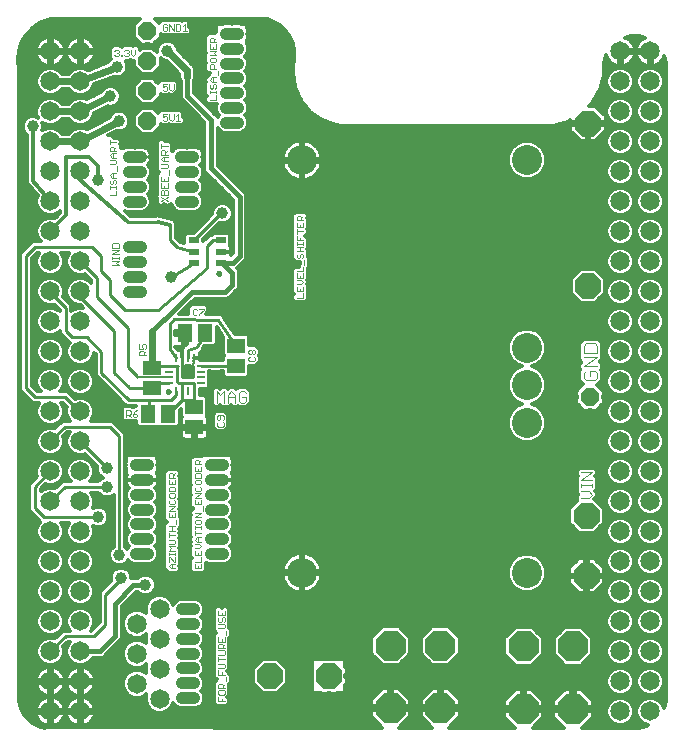
<source format=gbr>
G75*
G70*
%OFA0B0*%
%FSLAX24Y24*%
%IPPOS*%
%LPD*%
%AMOC8*
5,1,8,0,0,1.08239X$1,22.5*
%
%ADD10C,0.0100*%
%ADD11C,0.0030*%
%ADD12OC8,0.0860*%
%ADD13C,0.1000*%
%ADD14C,0.0650*%
%ADD15OC8,0.1000*%
%ADD16OC8,0.0594*%
%ADD17C,0.0040*%
%ADD18C,0.0397*%
%ADD19C,0.0020*%
%ADD20R,0.0110X0.0256*%
%ADD21R,0.0256X0.0110*%
%ADD22R,0.0512X0.0591*%
%ADD23R,0.0591X0.0512*%
%ADD24R,0.0354X0.0236*%
%ADD25C,0.0075*%
%ADD26C,0.0120*%
%ADD27C,0.0396*%
%ADD28C,0.0240*%
%ADD29C,0.0160*%
D10*
X002927Y004684D02*
X003432Y005189D01*
X004373Y005189D01*
X004755Y005571D01*
X004755Y006578D01*
X005280Y007102D01*
X005280Y007130D01*
X005223Y007895D02*
X005223Y011863D01*
X004911Y012175D01*
X003418Y012175D01*
X002927Y011684D01*
X003927Y011684D02*
X004811Y010800D01*
X004811Y010164D02*
X003407Y010164D01*
X002927Y009684D01*
X002411Y009464D02*
X002711Y009164D01*
X004511Y009164D01*
X002927Y010684D02*
X002411Y010168D01*
X002411Y009464D01*
X003891Y012684D02*
X003411Y013164D01*
X002411Y013164D01*
X002111Y013464D01*
X002111Y017864D01*
X002411Y018164D01*
X004311Y018164D01*
X004611Y017864D01*
X004611Y017364D01*
X004911Y017064D01*
X004911Y016564D01*
X005411Y016064D01*
X006511Y016064D01*
X008136Y017453D01*
X008136Y018212D01*
X008335Y018388D01*
X008614Y018388D01*
X008609Y019289D02*
X007708Y018388D01*
X007708Y018014D02*
X007161Y018164D01*
X006911Y018414D01*
X006911Y018914D01*
X006511Y019014D02*
X005511Y019014D01*
X003927Y017684D02*
X004480Y017131D01*
X004480Y016512D01*
X005513Y015479D01*
X005513Y014171D01*
X005828Y013856D01*
X005828Y013836D01*
X005541Y013484D02*
X005051Y013974D01*
X005051Y015374D01*
X003927Y016499D01*
X003927Y016684D01*
X003441Y016144D02*
X003441Y015374D01*
X003651Y015164D01*
X004141Y015164D01*
X004631Y014674D01*
X004631Y013974D01*
X005541Y013064D01*
X006241Y013064D01*
X006226Y013050D01*
X006183Y012591D01*
X006241Y013064D02*
X006941Y013064D01*
X007116Y013239D01*
X007116Y013375D01*
X007310Y013363D02*
X007310Y013039D01*
X007310Y013050D02*
X007718Y013050D01*
X007718Y013046D01*
X007726Y012824D01*
X007718Y013046D02*
X007706Y013375D01*
X007705Y013375D01*
X007701Y013631D01*
X007308Y013631D01*
X007313Y013375D01*
X007313Y013635D01*
X007172Y013635D01*
X007164Y013698D01*
X007152Y014192D01*
X007166Y014190D01*
X006872Y014210D01*
X006382Y014210D01*
X006321Y014149D01*
X006521Y013624D02*
X006376Y013480D01*
X006321Y013480D01*
X005546Y013480D01*
X005541Y013484D01*
X006521Y013624D02*
X006866Y013624D01*
X006872Y013619D01*
X006798Y013351D02*
X006800Y013364D01*
X006805Y013377D01*
X006814Y013388D01*
X006825Y013395D01*
X006838Y013400D01*
X006851Y013401D01*
X006865Y013398D01*
X006877Y013392D01*
X006887Y013383D01*
X006894Y013371D01*
X006898Y013358D01*
X006898Y013344D01*
X006894Y013331D01*
X006887Y013319D01*
X006877Y013310D01*
X006865Y013304D01*
X006851Y013301D01*
X006838Y013302D01*
X006825Y013307D01*
X006814Y013314D01*
X006805Y013325D01*
X006800Y013338D01*
X006798Y013351D01*
X007310Y013050D02*
X006852Y012591D01*
X007313Y014233D02*
X007313Y014454D01*
X007321Y015274D01*
X007361Y015304D01*
X007406Y015294D01*
X007531Y014734D02*
X007509Y014454D01*
X007706Y014454D02*
X007696Y014350D01*
X007706Y014454D02*
X007706Y014544D01*
X007531Y014734D02*
X007831Y014824D01*
X008076Y015294D01*
X008531Y015744D02*
X007036Y015750D01*
X006898Y015614D01*
X006901Y014774D01*
X007116Y014454D01*
X007313Y014233D02*
X007315Y014209D01*
X007320Y014186D01*
X007328Y014163D01*
X007340Y014142D01*
X007354Y014123D01*
X007371Y014106D01*
X007390Y014092D01*
X007411Y014080D01*
X007434Y014072D01*
X007457Y014067D01*
X007481Y014065D01*
X007950Y014210D02*
X008391Y014204D01*
X009126Y014210D01*
X009126Y014879D02*
X008531Y015744D01*
X008486Y017289D02*
X008488Y017302D01*
X008493Y017315D01*
X008502Y017326D01*
X008513Y017333D01*
X008526Y017338D01*
X008539Y017339D01*
X008553Y017336D01*
X008565Y017330D01*
X008575Y017321D01*
X008582Y017309D01*
X008586Y017296D01*
X008586Y017282D01*
X008582Y017269D01*
X008575Y017257D01*
X008565Y017248D01*
X008553Y017242D01*
X008539Y017239D01*
X008526Y017240D01*
X008513Y017245D01*
X008502Y017252D01*
X008493Y017263D01*
X008488Y017276D01*
X008486Y017289D01*
X007708Y017640D02*
X006936Y017168D01*
X008609Y019289D02*
X008661Y019289D01*
X003441Y016144D02*
X002927Y016659D01*
X002927Y016684D01*
X003891Y012684D02*
X003927Y012684D01*
D11*
X008471Y012979D02*
X008471Y013350D01*
X008595Y013226D01*
X008718Y013350D01*
X008718Y012979D01*
X008839Y012979D02*
X008839Y013226D01*
X008963Y013350D01*
X009086Y013226D01*
X009086Y012979D01*
X009208Y013041D02*
X009269Y012979D01*
X009393Y012979D01*
X009455Y013041D01*
X009455Y013165D01*
X009331Y013165D01*
X009208Y013288D02*
X009269Y013350D01*
X009393Y013350D01*
X009455Y013288D01*
X009208Y013288D02*
X009208Y013041D01*
X009086Y013165D02*
X008839Y013165D01*
X020626Y010650D02*
X020996Y010650D01*
X020626Y010403D01*
X020996Y010403D01*
X020996Y010281D02*
X020996Y010158D01*
X020996Y010219D02*
X020626Y010219D01*
X020626Y010158D02*
X020626Y010281D01*
X020626Y010036D02*
X020873Y010036D01*
X020996Y009913D01*
X020873Y009789D01*
X020626Y009789D01*
D12*
X020800Y009209D03*
X020800Y007209D03*
X012222Y003857D03*
X010254Y003857D03*
X020842Y016873D03*
X020842Y022279D03*
D13*
X018815Y021058D03*
X018815Y014808D03*
X018815Y013558D03*
X018815Y012308D03*
X018815Y007308D03*
X011315Y007308D03*
X011315Y021058D03*
D14*
X003927Y020684D03*
X003927Y021684D03*
X003927Y022684D03*
X003927Y023684D03*
X003927Y024684D03*
X002927Y024684D03*
X002927Y023684D03*
X002927Y022684D03*
X002927Y021684D03*
X002927Y020684D03*
X002927Y019684D03*
X003927Y019684D03*
X003927Y018684D03*
X003927Y017684D03*
X003927Y016684D03*
X003927Y015684D03*
X003927Y014684D03*
X003927Y013684D03*
X003927Y012684D03*
X003927Y011684D03*
X003927Y010684D03*
X003927Y009684D03*
X003927Y008684D03*
X003927Y007684D03*
X003927Y006684D03*
X003927Y005684D03*
X003927Y004684D03*
X003927Y003684D03*
X003927Y002684D03*
X002927Y002684D03*
X002927Y003684D03*
X002927Y004684D03*
X002927Y005684D03*
X002927Y006684D03*
X002927Y007684D03*
X002927Y008684D03*
X002927Y009684D03*
X002927Y010684D03*
X002927Y011684D03*
X002927Y012684D03*
X002927Y013684D03*
X002927Y014684D03*
X002927Y015684D03*
X002927Y016684D03*
X002927Y017684D03*
X002927Y018684D03*
X006569Y006109D03*
X005819Y005609D03*
X006569Y005109D03*
X005819Y004609D03*
X006569Y004109D03*
X005819Y003609D03*
X006569Y003109D03*
X021927Y002684D03*
X022927Y002684D03*
X022927Y003684D03*
X022927Y004684D03*
X022927Y005684D03*
X022927Y006684D03*
X022927Y007684D03*
X022927Y008684D03*
X022927Y009684D03*
X022927Y010684D03*
X022927Y011684D03*
X022927Y012684D03*
X022927Y013684D03*
X022927Y014684D03*
X022927Y015684D03*
X022927Y016684D03*
X022927Y017684D03*
X022927Y018684D03*
X022927Y019684D03*
X022927Y020684D03*
X022927Y021684D03*
X022927Y022684D03*
X022927Y023684D03*
X022927Y024684D03*
X021927Y024684D03*
X021927Y023684D03*
X021927Y022684D03*
X021927Y021684D03*
X021927Y020684D03*
X021927Y019684D03*
X021927Y018684D03*
X021927Y017684D03*
X021927Y016684D03*
X021927Y015684D03*
X021927Y014684D03*
X021927Y013684D03*
X021927Y012684D03*
X021927Y011684D03*
X021927Y010684D03*
X021927Y009684D03*
X021927Y008684D03*
X021927Y007684D03*
X021927Y006684D03*
X021927Y005684D03*
X021927Y004684D03*
X021927Y003684D03*
D15*
X020356Y002765D03*
X018702Y002765D03*
X018702Y004851D03*
X020356Y004851D03*
X015925Y004879D03*
X014271Y004879D03*
X014271Y002792D03*
X015925Y002792D03*
D16*
X020911Y013164D03*
X006161Y022364D03*
X006161Y023364D03*
X006161Y024364D03*
X006161Y025364D03*
D17*
X020701Y014875D02*
X020701Y014645D01*
X021161Y014645D01*
X021161Y014875D01*
X021084Y014952D01*
X020777Y014952D01*
X020701Y014875D01*
X020701Y014492D02*
X021161Y014492D01*
X020701Y014185D01*
X021161Y014185D01*
X021084Y014031D02*
X020931Y014031D01*
X020931Y013878D01*
X021084Y014031D02*
X021161Y013955D01*
X021161Y013801D01*
X021084Y013724D01*
X020777Y013724D01*
X020701Y013801D01*
X020701Y013955D01*
X020777Y014031D01*
D18*
X009182Y022313D02*
X008785Y022313D01*
X008785Y022805D02*
X009182Y022805D01*
X009182Y023297D02*
X008785Y023297D01*
X008785Y023789D02*
X009182Y023789D01*
X009182Y024282D02*
X008785Y024282D01*
X008785Y024774D02*
X009182Y024774D01*
X009182Y025266D02*
X008785Y025266D01*
X007682Y021153D02*
X007285Y021153D01*
X007285Y020660D02*
X007682Y020660D01*
X007682Y020168D02*
X007285Y020168D01*
X007285Y019676D02*
X007682Y019676D01*
X005932Y019676D02*
X005535Y019676D01*
X005535Y020168D02*
X005932Y020168D01*
X005932Y020660D02*
X005535Y020660D01*
X005535Y021153D02*
X005932Y021153D01*
X005932Y018153D02*
X005535Y018153D01*
X005535Y017660D02*
X005932Y017660D01*
X005932Y017168D02*
X005535Y017168D01*
X005535Y016676D02*
X005932Y016676D01*
X005785Y010891D02*
X006182Y010891D01*
X006182Y010399D02*
X005785Y010399D01*
X005785Y009907D02*
X006182Y009907D01*
X006182Y009414D02*
X005785Y009414D01*
X005785Y008922D02*
X006182Y008922D01*
X006182Y008430D02*
X005785Y008430D01*
X005785Y007938D02*
X006182Y007938D01*
X007319Y006086D02*
X007716Y006086D01*
X007716Y005594D02*
X007319Y005594D01*
X007319Y005101D02*
X007716Y005101D01*
X007716Y004609D02*
X007319Y004609D01*
X007319Y004117D02*
X007716Y004117D01*
X007716Y003625D02*
X007319Y003625D01*
X007319Y003133D02*
X007716Y003133D01*
X008285Y007938D02*
X008682Y007938D01*
X008682Y008430D02*
X008285Y008430D01*
X008285Y008922D02*
X008682Y008922D01*
X008682Y009414D02*
X008285Y009414D01*
X008285Y009907D02*
X008682Y009907D01*
X008682Y010399D02*
X008285Y010399D01*
X008285Y010891D02*
X008682Y010891D01*
D19*
X007962Y010918D02*
X007742Y010918D01*
X007742Y011028D01*
X007779Y011065D01*
X007852Y011065D01*
X007889Y011028D01*
X007889Y010918D01*
X007889Y010991D02*
X007962Y011065D01*
X007962Y010844D02*
X007962Y010697D01*
X007742Y010697D01*
X007742Y010844D01*
X007852Y010770D02*
X007852Y010697D01*
X007925Y010623D02*
X007779Y010623D01*
X007742Y010586D01*
X007742Y010476D01*
X007962Y010476D01*
X007962Y010586D01*
X007925Y010623D01*
X007925Y010402D02*
X007779Y010402D01*
X007742Y010365D01*
X007742Y010292D01*
X007779Y010255D01*
X007925Y010255D01*
X007962Y010292D01*
X007962Y010365D01*
X007925Y010402D01*
X007925Y010181D02*
X007962Y010144D01*
X007962Y010071D01*
X007925Y010034D01*
X007779Y010034D01*
X007742Y010071D01*
X007742Y010144D01*
X007779Y010181D01*
X007742Y009960D02*
X007962Y009960D01*
X007742Y009813D01*
X007962Y009813D01*
X007962Y009739D02*
X007962Y009592D01*
X007742Y009592D01*
X007742Y009739D01*
X007852Y009665D02*
X007852Y009592D01*
X007999Y009518D02*
X007999Y009371D01*
X007962Y009297D02*
X007742Y009297D01*
X007742Y009150D02*
X007962Y009297D01*
X007962Y009150D02*
X007742Y009150D01*
X007779Y009076D02*
X007742Y009039D01*
X007742Y008966D01*
X007779Y008929D01*
X007925Y008929D01*
X007962Y008966D01*
X007962Y009039D01*
X007925Y009076D01*
X007779Y009076D01*
X007742Y008855D02*
X007742Y008782D01*
X007742Y008819D02*
X007962Y008819D01*
X007962Y008855D02*
X007962Y008782D01*
X007962Y008634D02*
X007742Y008634D01*
X007742Y008561D02*
X007742Y008708D01*
X007815Y008487D02*
X007962Y008487D01*
X007852Y008487D02*
X007852Y008340D01*
X007815Y008340D02*
X007742Y008413D01*
X007815Y008487D01*
X007815Y008340D02*
X007962Y008340D01*
X007889Y008266D02*
X007962Y008192D01*
X007889Y008119D01*
X007742Y008119D01*
X007742Y008045D02*
X007742Y007898D01*
X007962Y007898D01*
X007962Y008045D01*
X007852Y007971D02*
X007852Y007898D01*
X007962Y007824D02*
X007962Y007677D01*
X007742Y007677D01*
X007742Y007603D02*
X007742Y007456D01*
X007962Y007456D01*
X007962Y007603D01*
X007852Y007529D02*
X007852Y007456D01*
X007087Y007456D02*
X006940Y007456D01*
X006867Y007529D01*
X006940Y007603D01*
X007087Y007603D01*
X007087Y007677D02*
X007087Y007824D01*
X007087Y007898D02*
X007087Y007971D01*
X007087Y007935D02*
X006867Y007935D01*
X006867Y007971D02*
X006867Y007898D01*
X006867Y007824D02*
X006904Y007824D01*
X007050Y007677D01*
X007087Y007677D01*
X006977Y007603D02*
X006977Y007456D01*
X006867Y007677D02*
X006867Y007824D01*
X006867Y008045D02*
X006940Y008119D01*
X006867Y008192D01*
X007087Y008192D01*
X007050Y008266D02*
X006867Y008266D01*
X006867Y008413D02*
X007050Y008413D01*
X007087Y008376D01*
X007087Y008303D01*
X007050Y008266D01*
X007087Y008045D02*
X006867Y008045D01*
X006867Y008487D02*
X006867Y008634D01*
X006867Y008561D02*
X007087Y008561D01*
X007087Y008708D02*
X006867Y008708D01*
X006977Y008708D02*
X006977Y008855D01*
X006867Y008855D02*
X007087Y008855D01*
X007124Y008929D02*
X007124Y009076D01*
X007087Y009150D02*
X007087Y009297D01*
X007087Y009371D02*
X006867Y009371D01*
X007087Y009518D01*
X006867Y009518D01*
X006904Y009592D02*
X007050Y009592D01*
X007087Y009629D01*
X007087Y009702D01*
X007050Y009739D01*
X007050Y009813D02*
X007087Y009850D01*
X007087Y009923D01*
X007050Y009960D01*
X006904Y009960D01*
X006867Y009923D01*
X006867Y009850D01*
X006904Y009813D01*
X007050Y009813D01*
X006904Y009739D02*
X006867Y009702D01*
X006867Y009629D01*
X006904Y009592D01*
X006867Y009297D02*
X006867Y009150D01*
X007087Y009150D01*
X006977Y009150D02*
X006977Y009224D01*
X006867Y010034D02*
X007087Y010034D01*
X007087Y010144D01*
X007050Y010181D01*
X006904Y010181D01*
X006867Y010144D01*
X006867Y010034D01*
X006867Y010255D02*
X007087Y010255D01*
X007087Y010402D01*
X007087Y010476D02*
X006867Y010476D01*
X006867Y010586D01*
X006904Y010623D01*
X006977Y010623D01*
X007014Y010586D01*
X007014Y010476D01*
X007014Y010549D02*
X007087Y010623D01*
X006867Y010402D02*
X006867Y010255D01*
X006977Y010255D02*
X006977Y010328D01*
X007742Y008266D02*
X007889Y008266D01*
X008525Y006045D02*
X008525Y005899D01*
X008746Y005899D01*
X008746Y006045D01*
X008635Y005972D02*
X008635Y005899D01*
X008672Y005824D02*
X008709Y005824D01*
X008746Y005788D01*
X008746Y005714D01*
X008709Y005678D01*
X008709Y005603D02*
X008525Y005603D01*
X008562Y005678D02*
X008599Y005678D01*
X008635Y005714D01*
X008635Y005788D01*
X008672Y005824D01*
X008562Y005824D02*
X008525Y005788D01*
X008525Y005714D01*
X008562Y005678D01*
X008709Y005603D02*
X008746Y005567D01*
X008746Y005493D01*
X008709Y005457D01*
X008525Y005457D01*
X008782Y005382D02*
X008782Y005236D01*
X008746Y005161D02*
X008746Y005015D01*
X008525Y005015D01*
X008525Y005161D01*
X008635Y005088D02*
X008635Y005015D01*
X008635Y004940D02*
X008672Y004904D01*
X008672Y004794D01*
X008672Y004867D02*
X008746Y004940D01*
X008635Y004940D02*
X008562Y004940D01*
X008525Y004904D01*
X008525Y004794D01*
X008746Y004794D01*
X008709Y004719D02*
X008525Y004719D01*
X008525Y004573D02*
X008709Y004573D01*
X008746Y004609D01*
X008746Y004683D01*
X008709Y004719D01*
X008525Y004498D02*
X008525Y004352D01*
X008525Y004425D02*
X008746Y004425D01*
X008709Y004277D02*
X008525Y004277D01*
X008525Y004131D02*
X008709Y004131D01*
X008746Y004167D01*
X008746Y004241D01*
X008709Y004277D01*
X008525Y004056D02*
X008525Y003910D01*
X008746Y003910D01*
X008782Y003836D02*
X008782Y003689D01*
X008746Y003615D02*
X008672Y003541D01*
X008672Y003578D02*
X008672Y003468D01*
X008746Y003468D02*
X008525Y003468D01*
X008525Y003578D01*
X008562Y003615D01*
X008635Y003615D01*
X008672Y003578D01*
X008709Y003394D02*
X008562Y003394D01*
X008525Y003357D01*
X008525Y003283D01*
X008562Y003247D01*
X008709Y003247D01*
X008746Y003283D01*
X008746Y003357D01*
X008709Y003394D01*
X008525Y003173D02*
X008525Y003026D01*
X008746Y003026D01*
X008635Y003026D02*
X008635Y003099D01*
X008635Y003910D02*
X008635Y003983D01*
X008669Y012182D02*
X008706Y012219D01*
X008706Y012293D01*
X008669Y012329D01*
X008669Y012403D02*
X008706Y012440D01*
X008706Y012514D01*
X008669Y012550D01*
X008523Y012550D01*
X008486Y012514D01*
X008486Y012440D01*
X008523Y012403D01*
X008559Y012403D01*
X008596Y012440D01*
X008596Y012550D01*
X008523Y012329D02*
X008486Y012293D01*
X008486Y012219D01*
X008523Y012182D01*
X008669Y012182D01*
X009565Y014365D02*
X009712Y014365D01*
X009749Y014402D01*
X009749Y014476D01*
X009712Y014512D01*
X009712Y014586D02*
X009676Y014586D01*
X009639Y014623D01*
X009639Y014697D01*
X009676Y014733D01*
X009712Y014733D01*
X009749Y014697D01*
X009749Y014623D01*
X009712Y014586D01*
X009639Y014623D02*
X009602Y014586D01*
X009565Y014586D01*
X009529Y014623D01*
X009529Y014697D01*
X009565Y014733D01*
X009602Y014733D01*
X009639Y014697D01*
X009565Y014512D02*
X009529Y014476D01*
X009529Y014402D01*
X009565Y014365D01*
X007887Y015931D02*
X008034Y016078D01*
X008034Y016115D01*
X007887Y016115D01*
X007813Y016078D02*
X007776Y016115D01*
X007703Y016115D01*
X007666Y016078D01*
X007666Y015931D01*
X007703Y015894D01*
X007776Y015894D01*
X007813Y015931D01*
X007887Y015931D02*
X007887Y015894D01*
X006116Y014887D02*
X006116Y014813D01*
X006080Y014777D01*
X006006Y014777D02*
X005969Y014850D01*
X005969Y014887D01*
X006006Y014923D01*
X006080Y014923D01*
X006116Y014887D01*
X006006Y014777D02*
X005896Y014777D01*
X005896Y014923D01*
X005933Y014702D02*
X006006Y014702D01*
X006043Y014666D01*
X006043Y014556D01*
X006043Y014629D02*
X006116Y014702D01*
X006116Y014556D02*
X005896Y014556D01*
X005896Y014666D01*
X005933Y014702D01*
X005820Y012721D02*
X005747Y012684D01*
X005674Y012611D01*
X005784Y012611D01*
X005820Y012574D01*
X005820Y012538D01*
X005784Y012501D01*
X005710Y012501D01*
X005674Y012538D01*
X005674Y012611D01*
X005599Y012611D02*
X005563Y012574D01*
X005453Y012574D01*
X005526Y012574D02*
X005599Y012501D01*
X005599Y012611D02*
X005599Y012684D01*
X005563Y012721D01*
X005453Y012721D01*
X005453Y012501D01*
X005202Y017554D02*
X004982Y017554D01*
X004982Y017701D02*
X005202Y017701D01*
X005129Y017627D01*
X005202Y017554D01*
X005202Y017775D02*
X005202Y017848D01*
X005202Y017812D02*
X004982Y017812D01*
X004982Y017848D02*
X004982Y017775D01*
X004982Y017922D02*
X005202Y018069D01*
X004982Y018069D01*
X004982Y018143D02*
X004982Y018253D01*
X005019Y018290D01*
X005165Y018290D01*
X005202Y018253D01*
X005202Y018143D01*
X004982Y018143D01*
X004982Y017922D02*
X005202Y017922D01*
X006617Y019694D02*
X006837Y019841D01*
X006837Y019915D02*
X006837Y020025D01*
X006800Y020062D01*
X006764Y020062D01*
X006727Y020025D01*
X006727Y019915D01*
X006837Y019915D02*
X006617Y019915D01*
X006617Y020025D01*
X006654Y020062D01*
X006690Y020062D01*
X006727Y020025D01*
X006727Y020136D02*
X006727Y020209D01*
X006837Y020136D02*
X006837Y020283D01*
X006837Y020357D02*
X006837Y020504D01*
X006874Y020578D02*
X006874Y020725D01*
X006800Y020799D02*
X006837Y020836D01*
X006837Y020909D01*
X006800Y020946D01*
X006617Y020946D01*
X006690Y021020D02*
X006617Y021093D01*
X006690Y021167D01*
X006837Y021167D01*
X006837Y021241D02*
X006617Y021241D01*
X006617Y021351D01*
X006654Y021388D01*
X006727Y021388D01*
X006764Y021351D01*
X006764Y021241D01*
X006764Y021314D02*
X006837Y021388D01*
X006837Y021535D02*
X006617Y021535D01*
X006617Y021462D02*
X006617Y021609D01*
X006727Y021167D02*
X006727Y021020D01*
X006690Y021020D02*
X006837Y021020D01*
X006800Y020799D02*
X006617Y020799D01*
X006617Y020504D02*
X006617Y020357D01*
X006837Y020357D01*
X006727Y020357D02*
X006727Y020430D01*
X006617Y020283D02*
X006617Y020136D01*
X006837Y020136D01*
X006617Y019841D02*
X006837Y019694D01*
X005125Y019893D02*
X005125Y020040D01*
X005125Y020114D02*
X005125Y020187D01*
X005125Y020151D02*
X004905Y020151D01*
X004905Y020187D02*
X004905Y020114D01*
X004942Y020261D02*
X004978Y020261D01*
X005015Y020298D01*
X005015Y020371D01*
X005052Y020408D01*
X005088Y020408D01*
X005125Y020371D01*
X005125Y020298D01*
X005088Y020261D01*
X004942Y020261D02*
X004905Y020298D01*
X004905Y020371D01*
X004942Y020408D01*
X004978Y020482D02*
X004905Y020556D01*
X004978Y020629D01*
X005125Y020629D01*
X005162Y020703D02*
X005162Y020850D01*
X005088Y020924D02*
X005125Y020961D01*
X005125Y021034D01*
X005088Y021071D01*
X004905Y021071D01*
X004978Y021145D02*
X004905Y021219D01*
X004978Y021292D01*
X005125Y021292D01*
X005125Y021366D02*
X004905Y021366D01*
X004905Y021476D01*
X004942Y021513D01*
X005015Y021513D01*
X005052Y021476D01*
X005052Y021366D01*
X005052Y021439D02*
X005125Y021513D01*
X005125Y021660D02*
X004905Y021660D01*
X004905Y021587D02*
X004905Y021734D01*
X005015Y021292D02*
X005015Y021145D01*
X004978Y021145D02*
X005125Y021145D01*
X005088Y020924D02*
X004905Y020924D01*
X005015Y020629D02*
X005015Y020482D01*
X004978Y020482D02*
X005125Y020482D01*
X005125Y019893D02*
X004905Y019893D01*
X006708Y022374D02*
X006671Y022411D01*
X006708Y022374D02*
X006781Y022374D01*
X006818Y022411D01*
X006818Y022484D01*
X006781Y022521D01*
X006744Y022521D01*
X006671Y022484D01*
X006671Y022595D01*
X006818Y022595D01*
X006892Y022595D02*
X006892Y022448D01*
X006965Y022374D01*
X007039Y022448D01*
X007039Y022595D01*
X007113Y022521D02*
X007186Y022595D01*
X007186Y022374D01*
X007113Y022374D02*
X007260Y022374D01*
X006965Y023374D02*
X006892Y023448D01*
X006892Y023595D01*
X006818Y023595D02*
X006671Y023595D01*
X006671Y023484D01*
X006744Y023521D01*
X006781Y023521D01*
X006818Y023484D01*
X006818Y023411D01*
X006781Y023374D01*
X006708Y023374D01*
X006671Y023411D01*
X006965Y023374D02*
X007039Y023448D01*
X007039Y023595D01*
X008242Y023559D02*
X008242Y023486D01*
X008279Y023449D01*
X008315Y023449D01*
X008352Y023486D01*
X008352Y023559D01*
X008389Y023596D01*
X008425Y023596D01*
X008462Y023559D01*
X008462Y023486D01*
X008425Y023449D01*
X008462Y023375D02*
X008462Y023302D01*
X008462Y023339D02*
X008242Y023339D01*
X008242Y023375D02*
X008242Y023302D01*
X008242Y023081D02*
X008462Y023081D01*
X008462Y023228D01*
X008242Y023559D02*
X008279Y023596D01*
X008315Y023670D02*
X008242Y023744D01*
X008315Y023817D01*
X008462Y023817D01*
X008499Y023891D02*
X008499Y024038D01*
X008462Y024112D02*
X008242Y024112D01*
X008242Y024222D01*
X008279Y024259D01*
X008352Y024259D01*
X008389Y024222D01*
X008389Y024112D01*
X008425Y024333D02*
X008462Y024370D01*
X008462Y024443D01*
X008425Y024480D01*
X008279Y024480D01*
X008242Y024443D01*
X008242Y024370D01*
X008279Y024333D01*
X008425Y024333D01*
X008462Y024554D02*
X008389Y024628D01*
X008462Y024701D01*
X008242Y024701D01*
X008242Y024775D02*
X008462Y024775D01*
X008462Y024922D01*
X008462Y024996D02*
X008242Y024996D01*
X008242Y025106D01*
X008279Y025143D01*
X008352Y025143D01*
X008389Y025106D01*
X008389Y024996D01*
X008389Y025069D02*
X008462Y025143D01*
X008242Y024922D02*
X008242Y024775D01*
X008352Y024775D02*
X008352Y024849D01*
X008242Y024554D02*
X008462Y024554D01*
X008352Y023817D02*
X008352Y023670D01*
X008315Y023670D02*
X008462Y023670D01*
X007481Y025374D02*
X007334Y025374D01*
X007407Y025374D02*
X007407Y025595D01*
X007334Y025521D01*
X007260Y025558D02*
X007223Y025595D01*
X007113Y025595D01*
X007113Y025374D01*
X007223Y025374D01*
X007260Y025411D01*
X007260Y025558D01*
X007039Y025595D02*
X007039Y025374D01*
X006892Y025595D01*
X006892Y025374D01*
X006818Y025411D02*
X006818Y025484D01*
X006744Y025484D01*
X006671Y025411D02*
X006708Y025374D01*
X006781Y025374D01*
X006818Y025411D01*
X006818Y025558D02*
X006781Y025595D01*
X006708Y025595D01*
X006671Y025558D01*
X006671Y025411D01*
X005761Y024738D02*
X005761Y024591D01*
X005688Y024518D01*
X005615Y024591D01*
X005615Y024738D01*
X005541Y024701D02*
X005541Y024665D01*
X005504Y024628D01*
X005541Y024591D01*
X005541Y024555D01*
X005504Y024518D01*
X005430Y024518D01*
X005394Y024555D01*
X005320Y024555D02*
X005320Y024518D01*
X005283Y024518D01*
X005283Y024555D01*
X005320Y024555D01*
X005209Y024555D02*
X005172Y024518D01*
X005099Y024518D01*
X005062Y024555D01*
X005136Y024628D02*
X005172Y024628D01*
X005209Y024591D01*
X005209Y024555D01*
X005172Y024628D02*
X005209Y024665D01*
X005209Y024701D01*
X005172Y024738D01*
X005099Y024738D01*
X005062Y024701D01*
X005394Y024701D02*
X005430Y024738D01*
X005504Y024738D01*
X005541Y024701D01*
X005504Y024628D02*
X005467Y024628D01*
X011136Y019163D02*
X011172Y019199D01*
X011246Y019199D01*
X011283Y019163D01*
X011283Y019053D01*
X011283Y019126D02*
X011356Y019199D01*
X011356Y019053D02*
X011136Y019053D01*
X011136Y019163D01*
X011136Y018978D02*
X011136Y018832D01*
X011356Y018832D01*
X011356Y018978D01*
X011246Y018905D02*
X011246Y018832D01*
X011136Y018757D02*
X011136Y018611D01*
X011136Y018684D02*
X011356Y018684D01*
X011246Y018463D02*
X011246Y018390D01*
X011356Y018390D02*
X011136Y018390D01*
X011136Y018536D01*
X011136Y018316D02*
X011136Y018242D01*
X011136Y018279D02*
X011356Y018279D01*
X011356Y018242D02*
X011356Y018316D01*
X011356Y018168D02*
X011136Y018168D01*
X011246Y018168D02*
X011246Y018021D01*
X011283Y017947D02*
X011246Y017910D01*
X011246Y017837D01*
X011209Y017800D01*
X011172Y017800D01*
X011136Y017837D01*
X011136Y017910D01*
X011172Y017947D01*
X011136Y018021D02*
X011356Y018021D01*
X011319Y017947D02*
X011356Y017910D01*
X011356Y017837D01*
X011319Y017800D01*
X011393Y017726D02*
X011393Y017579D01*
X011356Y017505D02*
X011356Y017358D01*
X011136Y017358D01*
X011136Y017284D02*
X011136Y017137D01*
X011356Y017137D01*
X011356Y017284D01*
X011246Y017211D02*
X011246Y017137D01*
X011283Y017063D02*
X011136Y017063D01*
X011283Y017063D02*
X011356Y016990D01*
X011283Y016916D01*
X011136Y016916D01*
X011136Y016842D02*
X011136Y016695D01*
X011356Y016695D01*
X011356Y016842D01*
X011246Y016769D02*
X011246Y016695D01*
X011356Y016621D02*
X011356Y016474D01*
X011136Y016474D01*
X011283Y017947D02*
X011319Y017947D01*
D20*
X007706Y014454D03*
X007509Y014454D03*
X007313Y014454D03*
X007116Y014454D03*
X007116Y013375D03*
X007313Y013375D03*
X007509Y013375D03*
X007706Y013375D03*
D21*
X007950Y013619D03*
X007950Y013816D03*
X007950Y014013D03*
X007950Y014210D03*
X006872Y014210D03*
X006872Y014013D03*
X006872Y013816D03*
X006872Y013619D03*
D22*
X006852Y012591D03*
X006183Y012591D03*
X007406Y015294D03*
X008076Y015294D03*
D23*
X009126Y014879D03*
X009126Y014210D03*
X007726Y012824D03*
X007726Y012155D03*
X006321Y013480D03*
X006321Y014149D03*
D24*
X007708Y017640D03*
X007708Y018014D03*
X007708Y018388D03*
X008614Y018388D03*
X008614Y018014D03*
X008614Y017640D03*
D25*
X007697Y014350D02*
X007699Y014320D01*
X007698Y014289D01*
X007693Y014259D01*
X007684Y014230D01*
X007672Y014202D01*
X007657Y014175D01*
X007638Y014151D01*
X007617Y014129D01*
X007593Y014109D01*
X007568Y014093D01*
X007540Y014080D01*
X007511Y014070D01*
X007481Y014064D01*
X006872Y013816D02*
X005848Y013816D01*
X005828Y013836D01*
D26*
X002086Y002531D02*
X002278Y002339D01*
X002513Y002204D01*
X002763Y002136D01*
X002820Y002160D01*
X013993Y002137D01*
X013611Y002519D01*
X013611Y002732D01*
X014211Y002732D01*
X014211Y002852D01*
X013611Y002852D01*
X013611Y003066D01*
X013998Y003452D01*
X014211Y003452D01*
X014211Y002853D01*
X014331Y002853D01*
X014331Y003452D01*
X014545Y003452D01*
X014931Y003066D01*
X014931Y002852D01*
X014331Y002852D01*
X014331Y002732D01*
X014931Y002732D01*
X014931Y002519D01*
X014548Y002136D01*
X015650Y002134D01*
X015265Y002519D01*
X015265Y002732D01*
X015865Y002732D01*
X015865Y002852D01*
X015265Y002852D01*
X015265Y003066D01*
X015651Y003452D01*
X015865Y003452D01*
X015865Y002853D01*
X015985Y002853D01*
X015985Y003452D01*
X016198Y003452D01*
X016585Y003066D01*
X016585Y002852D01*
X015985Y002852D01*
X015985Y002732D01*
X016585Y002732D01*
X016585Y002519D01*
X016199Y002133D01*
X018406Y002128D01*
X018042Y002491D01*
X018042Y002705D01*
X018642Y002705D01*
X018642Y002825D01*
X018042Y002825D01*
X018042Y003038D01*
X018429Y003425D01*
X018642Y003425D01*
X018642Y002825D01*
X018762Y002825D01*
X018762Y003425D01*
X018976Y003425D01*
X019362Y003038D01*
X019362Y002825D01*
X018763Y002825D01*
X018763Y002705D01*
X019362Y002705D01*
X019362Y002491D01*
X018998Y002127D01*
X020062Y002125D01*
X019696Y002491D01*
X019696Y002705D01*
X020296Y002705D01*
X020296Y002825D01*
X020296Y003425D01*
X020083Y003425D01*
X019696Y003038D01*
X019696Y002825D01*
X020296Y002825D01*
X020416Y002825D01*
X020416Y003425D01*
X020629Y003425D01*
X021016Y003038D01*
X021016Y002825D01*
X020416Y002825D01*
X020416Y002705D01*
X021016Y002705D01*
X021016Y002491D01*
X020648Y002124D01*
X022270Y002120D01*
X022313Y002122D01*
X022319Y002124D01*
X022404Y002124D01*
X022416Y002125D01*
X022547Y002133D01*
X022809Y002204D01*
X022836Y002219D01*
X022834Y002219D01*
X022663Y002290D01*
X022533Y002421D01*
X022462Y002592D01*
X022462Y002777D01*
X022533Y002947D01*
X022663Y003078D01*
X022834Y003149D01*
X023019Y003149D01*
X023190Y003078D01*
X023321Y002947D01*
X023381Y002801D01*
X023442Y003029D01*
X023451Y003164D01*
X023451Y003256D01*
X023451Y024164D01*
X023442Y024300D01*
X023383Y024520D01*
X023376Y024498D01*
X023341Y024430D01*
X023297Y024368D01*
X023243Y024314D01*
X023181Y024269D01*
X023113Y024235D01*
X023040Y024211D01*
X022975Y024201D01*
X022975Y024636D01*
X022878Y024636D01*
X022444Y024636D01*
X022454Y024571D01*
X022477Y024498D01*
X022512Y024430D01*
X022557Y024368D01*
X022611Y024314D01*
X022673Y024269D01*
X022741Y024235D01*
X022813Y024211D01*
X022878Y024201D01*
X022878Y024636D01*
X022878Y024732D01*
X022444Y024732D01*
X022454Y024798D01*
X022477Y024870D01*
X022512Y024938D01*
X022557Y025000D01*
X022611Y025054D01*
X022673Y025099D01*
X022741Y025133D01*
X022758Y025139D01*
X022547Y025196D01*
X022411Y025204D01*
X022411Y025204D01*
X022275Y025196D01*
X022081Y025144D01*
X022113Y025133D01*
X022181Y025099D01*
X022243Y025054D01*
X022297Y025000D01*
X022341Y024938D01*
X022376Y024870D01*
X022400Y024798D01*
X022410Y024732D01*
X021975Y024732D01*
X021975Y024636D01*
X022410Y024636D01*
X022400Y024571D01*
X022376Y024498D01*
X022341Y024430D01*
X022297Y024368D01*
X022243Y024314D01*
X022181Y024269D01*
X022113Y024235D01*
X022040Y024211D01*
X021975Y024201D01*
X021975Y024636D01*
X021878Y024636D01*
X021878Y024201D01*
X021813Y024211D01*
X021741Y024235D01*
X021673Y024269D01*
X021611Y024314D01*
X021557Y024368D01*
X021512Y024430D01*
X021477Y024498D01*
X021454Y024570D01*
X021450Y024562D01*
X021380Y024300D01*
X021371Y024164D01*
X021371Y024164D01*
X021371Y024151D01*
X021371Y024073D01*
X021371Y024073D01*
X021371Y023906D01*
X021371Y023906D01*
X021237Y023408D01*
X021237Y023408D01*
X020979Y022961D01*
X020979Y022961D01*
X020887Y022869D01*
X021086Y022869D01*
X021432Y022523D01*
X021432Y022317D01*
X020881Y022317D01*
X020881Y022240D01*
X021432Y022240D01*
X021432Y022034D01*
X021086Y021689D01*
X020881Y021689D01*
X020881Y022240D01*
X020804Y022240D01*
X020804Y021689D01*
X020598Y021689D01*
X020252Y022034D01*
X020252Y022240D01*
X020803Y022240D01*
X020803Y022317D01*
X020252Y022317D01*
X020252Y022387D01*
X020168Y022338D01*
X020167Y022338D01*
X019669Y022204D01*
X019669Y022204D01*
X019503Y022204D01*
X019503Y022204D01*
X019425Y022204D01*
X019411Y022204D01*
X019319Y022204D01*
X012802Y022204D01*
X012782Y022198D01*
X012712Y022204D01*
X012640Y022204D01*
X012621Y022213D01*
X012449Y022228D01*
X011994Y022395D01*
X011994Y022395D01*
X011597Y022674D01*
X011597Y022674D01*
X011286Y023046D01*
X011286Y023046D01*
X011082Y023486D01*
X011082Y023486D01*
X010998Y023964D01*
X010998Y023964D01*
X011015Y024149D01*
X011009Y024183D01*
X011023Y024239D01*
X011028Y024296D01*
X011039Y024318D01*
X011056Y024409D01*
X011059Y024687D01*
X011001Y024958D01*
X010883Y025210D01*
X010713Y025429D01*
X010498Y025605D01*
X010249Y025728D01*
X010159Y025756D01*
X006416Y025756D01*
X006536Y025635D01*
X006609Y025708D01*
X006646Y025745D01*
X006770Y025745D01*
X006830Y025745D01*
X006847Y025745D01*
X006860Y025754D01*
X006907Y025745D01*
X006954Y025745D01*
X006965Y025733D01*
X006977Y025745D01*
X007051Y025745D01*
X007285Y025745D01*
X007315Y025714D01*
X007345Y025745D01*
X007469Y025745D01*
X007557Y025657D01*
X007557Y025510D01*
X007631Y025437D01*
X007631Y025312D01*
X007543Y025224D01*
X007272Y025224D01*
X007161Y025224D01*
X007084Y025224D01*
X007070Y025215D01*
X007024Y025224D01*
X006977Y025224D01*
X006965Y025236D01*
X006954Y025224D01*
X006830Y025224D01*
X006719Y025224D01*
X006646Y025224D01*
X006618Y025252D01*
X006618Y025175D01*
X006350Y024908D01*
X006199Y024908D01*
X006199Y024929D01*
X006123Y024929D01*
X006123Y024908D01*
X005972Y024908D01*
X005704Y025175D01*
X005704Y025326D01*
X005726Y025326D01*
X005726Y025403D01*
X005704Y025403D01*
X005704Y025554D01*
X005906Y025756D01*
X002956Y025756D01*
X002835Y025730D01*
X002557Y025619D01*
X002310Y025449D01*
X002107Y025229D01*
X001959Y024969D01*
X001872Y024683D01*
X001851Y024384D01*
X001861Y024280D01*
X001871Y024256D01*
X001871Y024200D01*
X001880Y024144D01*
X001871Y024109D01*
X001871Y003256D01*
X001871Y003164D01*
X001880Y003029D01*
X001950Y002766D01*
X002086Y002531D01*
X002057Y002581D02*
X002452Y002581D01*
X002411Y002581D01*
X002454Y002571D02*
X002477Y002498D01*
X002512Y002430D01*
X002557Y002368D01*
X002611Y002314D01*
X002673Y002269D01*
X002741Y002235D01*
X002813Y002211D01*
X002878Y002201D01*
X002878Y002636D01*
X002444Y002636D01*
X002454Y002571D01*
X002477Y002498D01*
X002512Y002430D01*
X002557Y002368D01*
X002611Y002314D01*
X002673Y002269D01*
X002741Y002235D01*
X002813Y002211D01*
X002878Y002201D01*
X002878Y002636D01*
X002878Y002732D01*
X002444Y002732D01*
X002454Y002798D01*
X002477Y002870D01*
X002512Y002938D01*
X002557Y003000D01*
X002611Y003054D01*
X002673Y003099D01*
X002741Y003133D01*
X002813Y003157D01*
X002878Y003167D01*
X002878Y002733D01*
X002975Y002733D01*
X002975Y003167D01*
X003040Y003157D01*
X003113Y003133D01*
X003181Y003099D01*
X003243Y003054D01*
X003297Y003000D01*
X003341Y002938D01*
X003376Y002870D01*
X003400Y002798D01*
X003410Y002732D01*
X002975Y002732D01*
X002975Y002636D01*
X003410Y002636D01*
X003400Y002571D01*
X003376Y002498D01*
X003341Y002430D01*
X003297Y002368D01*
X003243Y002314D01*
X003181Y002269D01*
X003113Y002235D01*
X003040Y002211D01*
X002975Y002201D01*
X002975Y002636D01*
X002975Y002732D01*
X003410Y002732D01*
X003400Y002798D01*
X003376Y002870D01*
X003341Y002938D01*
X003297Y003000D01*
X003243Y003054D01*
X003181Y003099D01*
X003113Y003133D01*
X003040Y003157D01*
X002975Y003167D01*
X002975Y002733D01*
X002878Y002733D01*
X002878Y003167D01*
X002813Y003157D01*
X002741Y003133D01*
X002673Y003099D01*
X002611Y003054D01*
X002557Y003000D01*
X002512Y002938D01*
X002477Y002870D01*
X002454Y002798D01*
X002444Y002732D01*
X002878Y002732D01*
X002878Y002636D01*
X002444Y002636D01*
X002454Y002571D01*
X002496Y002462D02*
X002155Y002462D01*
X002273Y002344D02*
X002581Y002344D01*
X002411Y002344D01*
X002411Y002262D02*
X002411Y004164D01*
X002860Y004164D01*
X002813Y004157D01*
X002741Y004133D01*
X002673Y004099D01*
X002611Y004054D01*
X002557Y004000D01*
X002512Y003938D01*
X002477Y003870D01*
X002454Y003798D01*
X002444Y003732D01*
X002878Y003732D01*
X002878Y003636D01*
X002444Y003636D01*
X002454Y003571D01*
X002477Y003498D01*
X002512Y003430D01*
X002557Y003368D01*
X002611Y003314D01*
X002673Y003269D01*
X002741Y003235D01*
X002813Y003211D01*
X002878Y003201D01*
X002878Y003636D01*
X002444Y003636D01*
X002454Y003571D01*
X002477Y003498D01*
X002512Y003430D01*
X002557Y003368D01*
X002611Y003314D01*
X002673Y003269D01*
X002741Y003235D01*
X002813Y003211D01*
X002878Y003201D01*
X002878Y003636D01*
X002878Y003732D01*
X002444Y003732D01*
X002454Y003798D01*
X002477Y003870D01*
X002512Y003938D01*
X002557Y004000D01*
X002611Y004054D01*
X002673Y004099D01*
X002741Y004133D01*
X002813Y004157D01*
X002878Y004167D01*
X002878Y003733D01*
X002975Y003733D01*
X002975Y004167D01*
X003040Y004157D01*
X003113Y004133D01*
X003181Y004099D01*
X003243Y004054D01*
X003297Y004000D01*
X003341Y003938D01*
X003376Y003870D01*
X003400Y003798D01*
X003410Y003732D01*
X002975Y003732D01*
X002975Y003636D01*
X003410Y003636D01*
X003400Y003571D01*
X003376Y003498D01*
X003341Y003430D01*
X003297Y003368D01*
X003243Y003314D01*
X003181Y003269D01*
X003113Y003235D01*
X003040Y003211D01*
X002975Y003201D01*
X002975Y003636D01*
X002975Y003732D01*
X003410Y003732D01*
X003400Y003798D01*
X003376Y003870D01*
X003341Y003938D01*
X003297Y004000D01*
X003243Y004054D01*
X003181Y004099D01*
X003113Y004133D01*
X003040Y004157D01*
X002993Y004164D01*
X003861Y004164D01*
X003813Y004157D01*
X003741Y004133D01*
X003673Y004099D01*
X003611Y004054D01*
X003557Y004000D01*
X003512Y003938D01*
X003477Y003870D01*
X003454Y003798D01*
X003444Y003732D01*
X003878Y003732D01*
X003878Y003636D01*
X003444Y003636D01*
X003454Y003571D01*
X003477Y003498D01*
X003512Y003430D01*
X003557Y003368D01*
X003611Y003314D01*
X003673Y003269D01*
X003741Y003235D01*
X003813Y003211D01*
X003878Y003201D01*
X003878Y003636D01*
X003444Y003636D01*
X003454Y003571D01*
X003477Y003498D01*
X003512Y003430D01*
X003557Y003368D01*
X003611Y003314D01*
X003673Y003269D01*
X003741Y003235D01*
X003813Y003211D01*
X003878Y003201D01*
X003878Y003636D01*
X003878Y003732D01*
X003444Y003732D01*
X003454Y003798D01*
X003477Y003870D01*
X003512Y003938D01*
X003557Y004000D01*
X003611Y004054D01*
X003673Y004099D01*
X003741Y004133D01*
X003813Y004157D01*
X003878Y004167D01*
X003878Y003733D01*
X003975Y003733D01*
X003975Y004167D01*
X004040Y004157D01*
X004113Y004133D01*
X004181Y004099D01*
X004243Y004054D01*
X004297Y004000D01*
X004341Y003938D01*
X004376Y003870D01*
X004400Y003798D01*
X004410Y003732D01*
X003975Y003732D01*
X003975Y003636D01*
X004410Y003636D01*
X004400Y003571D01*
X004376Y003498D01*
X004341Y003430D01*
X004297Y003368D01*
X004243Y003314D01*
X004181Y003269D01*
X004113Y003235D01*
X004040Y003211D01*
X003975Y003201D01*
X003975Y003636D01*
X003975Y003732D01*
X004410Y003732D01*
X004400Y003798D01*
X004376Y003870D01*
X004341Y003938D01*
X004297Y004000D01*
X004243Y004054D01*
X004181Y004099D01*
X004113Y004133D01*
X004040Y004157D01*
X003993Y004164D01*
X004711Y004164D01*
X004711Y002164D01*
X002659Y002164D01*
X002513Y002204D01*
X002411Y002262D01*
X002475Y002225D02*
X002770Y002225D01*
X002475Y002225D01*
X002496Y002462D02*
X002411Y002462D01*
X002411Y002700D02*
X002878Y002700D01*
X001989Y002700D01*
X001936Y002818D02*
X002461Y002818D01*
X002411Y002818D01*
X002411Y002937D02*
X002511Y002937D01*
X001905Y002937D01*
X001878Y003055D02*
X002613Y003055D01*
X002411Y003055D01*
X002411Y003174D02*
X004711Y003174D01*
X004711Y003292D02*
X004212Y003292D01*
X005479Y003292D01*
X005425Y003346D02*
X005556Y003215D01*
X005727Y003144D01*
X005912Y003144D01*
X006083Y003215D01*
X006130Y003262D01*
X006105Y003202D01*
X006105Y003017D01*
X006175Y002846D01*
X006306Y002715D01*
X006477Y002644D01*
X006662Y002644D01*
X006833Y002715D01*
X006964Y002846D01*
X007017Y002976D01*
X007032Y002941D01*
X007127Y002846D01*
X007252Y002794D01*
X007783Y002794D01*
X007907Y002846D01*
X008003Y002941D01*
X008054Y003066D01*
X008054Y003200D01*
X008003Y003325D01*
X007948Y003379D01*
X008003Y003433D01*
X008054Y003558D01*
X008054Y003692D01*
X008003Y003817D01*
X007948Y003871D01*
X008003Y003925D01*
X008054Y004050D01*
X008054Y004184D01*
X008003Y004309D01*
X007948Y004363D01*
X008003Y004418D01*
X008054Y004542D01*
X008054Y004677D01*
X008003Y004801D01*
X007948Y004855D01*
X008003Y004910D01*
X008054Y005034D01*
X008054Y005169D01*
X008003Y005293D01*
X007948Y005347D01*
X008003Y005402D01*
X008054Y005526D01*
X008054Y005661D01*
X008003Y005785D01*
X007948Y005840D01*
X008003Y005894D01*
X008054Y006018D01*
X008054Y006153D01*
X008003Y006277D01*
X007907Y006373D01*
X007783Y006424D01*
X007252Y006424D01*
X007127Y006373D01*
X007032Y006277D01*
X007017Y006242D01*
X006964Y006373D01*
X006833Y006503D01*
X006662Y006574D01*
X006477Y006574D01*
X006306Y006503D01*
X006175Y006373D01*
X006105Y006202D01*
X006105Y006017D01*
X006130Y005956D01*
X006083Y006003D01*
X005912Y006074D01*
X005727Y006074D01*
X005556Y006003D01*
X005425Y005873D01*
X005355Y005702D01*
X005355Y005517D01*
X005425Y005346D01*
X005556Y005215D01*
X005727Y005144D01*
X005912Y005144D01*
X006083Y005215D01*
X006130Y005262D01*
X006105Y005202D01*
X006105Y005017D01*
X006130Y004956D01*
X006083Y005003D01*
X005912Y005074D01*
X005727Y005074D01*
X005556Y005003D01*
X005425Y004873D01*
X005355Y004702D01*
X005355Y004517D01*
X005425Y004346D01*
X005556Y004215D01*
X005727Y004144D01*
X005912Y004144D01*
X006083Y004215D01*
X006130Y004262D01*
X006105Y004202D01*
X006105Y004017D01*
X006130Y003956D01*
X006083Y004003D01*
X005912Y004074D01*
X005727Y004074D01*
X005556Y004003D01*
X005425Y003873D01*
X005355Y003702D01*
X005355Y003517D01*
X005425Y003346D01*
X005399Y003411D02*
X004327Y003411D01*
X004711Y003411D01*
X004711Y003529D02*
X004386Y003529D01*
X005355Y003529D01*
X005355Y003648D02*
X003975Y003648D01*
X004711Y003648D01*
X004711Y003766D02*
X004405Y003766D01*
X005381Y003766D01*
X005438Y003885D02*
X004369Y003885D01*
X004711Y003885D01*
X004711Y004004D02*
X004293Y004004D01*
X005557Y004004D01*
X005531Y004241D02*
X004071Y004241D01*
X004019Y004219D02*
X004190Y004290D01*
X004321Y004421D01*
X004341Y004469D01*
X004582Y004472D01*
X004673Y004472D01*
X004674Y004473D01*
X004675Y004473D01*
X004738Y004537D01*
X005247Y005050D01*
X005310Y005112D01*
X005310Y005112D01*
X005310Y005113D01*
X005310Y005210D01*
X005309Y006187D01*
X005787Y006681D01*
X005834Y006680D01*
X005903Y006611D01*
X006027Y006560D01*
X006162Y006560D01*
X006286Y006611D01*
X006381Y006706D01*
X006432Y006831D01*
X006432Y006965D01*
X006381Y007089D01*
X006286Y007185D01*
X006162Y007236D01*
X006027Y007236D01*
X005903Y007185D01*
X005839Y007120D01*
X005785Y007121D01*
X005782Y007123D01*
X005694Y007122D01*
X005618Y007122D01*
X005618Y007197D01*
X005566Y007322D01*
X005471Y007417D01*
X005347Y007468D01*
X005212Y007468D01*
X005088Y007417D01*
X004993Y007322D01*
X004942Y007197D01*
X004942Y007063D01*
X004951Y007041D01*
X004565Y006656D01*
X004565Y006499D01*
X004565Y005650D01*
X004294Y005379D01*
X004279Y005379D01*
X004321Y005421D01*
X004392Y005592D01*
X004392Y005777D01*
X004321Y005947D01*
X004190Y006078D01*
X004019Y006149D01*
X003834Y006149D01*
X003663Y006078D01*
X003533Y005947D01*
X003462Y005777D01*
X003462Y005592D01*
X003533Y005421D01*
X003575Y005379D01*
X003353Y005379D01*
X003242Y005268D01*
X003092Y005119D01*
X003019Y005149D01*
X002834Y005149D01*
X002663Y005078D01*
X002533Y004947D01*
X002462Y004777D01*
X002462Y004592D01*
X002533Y004421D01*
X002663Y004290D01*
X002834Y004219D01*
X003019Y004219D01*
X003190Y004290D01*
X003321Y004421D01*
X003392Y004592D01*
X003392Y004777D01*
X003361Y004850D01*
X003510Y004999D01*
X003584Y004999D01*
X003533Y004947D01*
X003462Y004777D01*
X003462Y004592D01*
X003533Y004421D01*
X003663Y004290D01*
X003834Y004219D01*
X004019Y004219D01*
X003975Y004122D02*
X003878Y004122D01*
X003878Y004004D02*
X003975Y004004D01*
X003975Y003885D02*
X003878Y003885D01*
X003878Y003766D02*
X003975Y003766D01*
X003975Y003636D02*
X004410Y003636D01*
X004400Y003571D01*
X004376Y003498D01*
X004341Y003430D01*
X004297Y003368D01*
X004243Y003314D01*
X004181Y003269D01*
X004113Y003235D01*
X004040Y003211D01*
X003975Y003201D01*
X003975Y003636D01*
X003878Y003636D01*
X003975Y003636D01*
X003878Y003648D02*
X002975Y003648D01*
X003878Y003648D01*
X003878Y003529D02*
X003975Y003529D01*
X003878Y003529D01*
X003878Y003411D02*
X003975Y003411D01*
X003878Y003411D01*
X003878Y003292D02*
X003975Y003292D01*
X003878Y003292D01*
X003878Y003167D02*
X003813Y003157D01*
X003741Y003133D01*
X003673Y003099D01*
X003611Y003054D01*
X003557Y003000D01*
X003512Y002938D01*
X003477Y002870D01*
X003454Y002798D01*
X003444Y002732D01*
X003878Y002732D01*
X003878Y002636D01*
X003444Y002636D01*
X003454Y002571D01*
X003477Y002498D01*
X003512Y002430D01*
X003557Y002368D01*
X003611Y002314D01*
X003673Y002269D01*
X003741Y002235D01*
X003813Y002211D01*
X003878Y002201D01*
X003878Y002636D01*
X003444Y002636D01*
X003454Y002571D01*
X003477Y002498D01*
X003512Y002430D01*
X003557Y002368D01*
X003611Y002314D01*
X003673Y002269D01*
X003741Y002235D01*
X003813Y002211D01*
X003878Y002201D01*
X003878Y002636D01*
X003878Y002732D01*
X003444Y002732D01*
X003454Y002798D01*
X003477Y002870D01*
X003512Y002938D01*
X003557Y003000D01*
X003611Y003054D01*
X003673Y003099D01*
X003741Y003133D01*
X003813Y003157D01*
X003878Y003167D01*
X003878Y002733D01*
X003975Y002733D01*
X003975Y003167D01*
X004040Y003157D01*
X004113Y003133D01*
X004181Y003099D01*
X004243Y003054D01*
X004297Y003000D01*
X004341Y002938D01*
X004376Y002870D01*
X004400Y002798D01*
X004410Y002732D01*
X003975Y002732D01*
X003975Y002636D01*
X004410Y002636D01*
X004400Y002571D01*
X004376Y002498D01*
X004341Y002430D01*
X004297Y002368D01*
X004243Y002314D01*
X004181Y002269D01*
X004113Y002235D01*
X004040Y002211D01*
X003975Y002201D01*
X003975Y002636D01*
X003975Y002732D01*
X004410Y002732D01*
X004400Y002798D01*
X004376Y002870D01*
X004341Y002938D01*
X004297Y003000D01*
X004243Y003054D01*
X004181Y003099D01*
X004113Y003133D01*
X004040Y003157D01*
X003975Y003167D01*
X003975Y002733D01*
X003878Y002733D01*
X003878Y003167D01*
X003878Y003055D02*
X003975Y003055D01*
X003878Y003055D01*
X003878Y002937D02*
X003975Y002937D01*
X003878Y002937D01*
X003878Y002818D02*
X003975Y002818D01*
X003878Y002818D01*
X003878Y002700D02*
X002975Y002700D01*
X003878Y002700D01*
X003878Y002636D02*
X003975Y002636D01*
X004410Y002636D01*
X004400Y002571D01*
X004376Y002498D01*
X004341Y002430D01*
X004297Y002368D01*
X004243Y002314D01*
X004181Y002269D01*
X004113Y002235D01*
X004040Y002211D01*
X003975Y002201D01*
X003975Y002636D01*
X003878Y002636D01*
X003878Y002581D02*
X003975Y002581D01*
X003878Y002581D01*
X003878Y002462D02*
X003975Y002462D01*
X003878Y002462D01*
X003878Y002344D02*
X003975Y002344D01*
X003878Y002344D01*
X003878Y002225D02*
X003975Y002225D01*
X003878Y002225D01*
X003770Y002225D02*
X003084Y002225D01*
X003770Y002225D01*
X003581Y002344D02*
X003272Y002344D01*
X003581Y002344D01*
X003496Y002462D02*
X003358Y002462D01*
X003496Y002462D01*
X003376Y002498D02*
X003400Y002571D01*
X003410Y002636D01*
X002975Y002636D01*
X002878Y002636D01*
X002975Y002636D01*
X002975Y002201D01*
X003040Y002211D01*
X003113Y002235D01*
X003181Y002269D01*
X003243Y002314D01*
X003297Y002368D01*
X003341Y002430D01*
X003376Y002498D01*
X003401Y002581D02*
X003452Y002581D01*
X003401Y002581D01*
X003393Y002818D02*
X003461Y002818D01*
X003393Y002818D01*
X003342Y002937D02*
X003511Y002937D01*
X003342Y002937D01*
X003241Y003055D02*
X003613Y003055D01*
X003241Y003055D01*
X003113Y003235D02*
X003040Y003211D01*
X002975Y003201D01*
X002975Y003636D01*
X003410Y003636D01*
X003400Y003571D01*
X003376Y003498D01*
X003341Y003430D01*
X003297Y003368D01*
X003243Y003314D01*
X003181Y003269D01*
X003113Y003235D01*
X003212Y003292D02*
X003641Y003292D01*
X003212Y003292D01*
X003327Y003411D02*
X003526Y003411D01*
X003327Y003411D01*
X003386Y003529D02*
X003467Y003529D01*
X003386Y003529D01*
X003405Y003766D02*
X003449Y003766D01*
X003405Y003766D01*
X003369Y003885D02*
X003485Y003885D01*
X003369Y003885D01*
X003293Y004004D02*
X003561Y004004D01*
X003293Y004004D01*
X003135Y004122D02*
X003719Y004122D01*
X003135Y004122D01*
X003071Y004241D02*
X003783Y004241D01*
X003594Y004359D02*
X003259Y004359D01*
X003344Y004478D02*
X003509Y004478D01*
X003462Y004596D02*
X003392Y004596D01*
X003392Y004715D02*
X003462Y004715D01*
X003486Y004833D02*
X003368Y004833D01*
X003463Y004952D02*
X003537Y004952D01*
X003281Y005307D02*
X003207Y005307D01*
X003190Y005290D02*
X003321Y005421D01*
X003392Y005592D01*
X003392Y005777D01*
X003321Y005947D01*
X003190Y006078D01*
X003019Y006149D01*
X002834Y006149D01*
X002663Y006078D01*
X002533Y005947D01*
X002462Y005777D01*
X002462Y005592D01*
X002533Y005421D01*
X002663Y005290D01*
X002834Y005219D01*
X003019Y005219D01*
X003190Y005290D01*
X003163Y005189D02*
X001871Y005189D01*
X001871Y005307D02*
X002646Y005307D01*
X002531Y005426D02*
X001871Y005426D01*
X001871Y005545D02*
X002481Y005545D01*
X002462Y005663D02*
X001871Y005663D01*
X001871Y005782D02*
X002464Y005782D01*
X002513Y005900D02*
X001871Y005900D01*
X001871Y006019D02*
X002604Y006019D01*
X002806Y006137D02*
X001871Y006137D01*
X001871Y006256D02*
X002746Y006256D01*
X002663Y006290D02*
X002834Y006219D01*
X003019Y006219D01*
X003190Y006290D01*
X003321Y006421D01*
X003392Y006592D01*
X003392Y006777D01*
X003321Y006947D01*
X003190Y007078D01*
X003019Y007149D01*
X002834Y007149D01*
X002663Y007078D01*
X002533Y006947D01*
X002462Y006777D01*
X002462Y006592D01*
X002533Y006421D01*
X002663Y006290D01*
X002579Y006374D02*
X001871Y006374D01*
X001871Y006493D02*
X002503Y006493D01*
X002462Y006611D02*
X001871Y006611D01*
X001871Y006730D02*
X002462Y006730D01*
X002492Y006849D02*
X001871Y006849D01*
X001871Y006967D02*
X002552Y006967D01*
X002682Y007086D02*
X001871Y007086D01*
X001871Y007204D02*
X004944Y007204D01*
X004942Y007086D02*
X004172Y007086D01*
X004190Y007078D02*
X004019Y007149D01*
X003834Y007149D01*
X003663Y007078D01*
X003533Y006947D01*
X003462Y006777D01*
X003462Y006592D01*
X003533Y006421D01*
X003663Y006290D01*
X003834Y006219D01*
X004019Y006219D01*
X004190Y006290D01*
X004321Y006421D01*
X004392Y006592D01*
X004392Y006777D01*
X004321Y006947D01*
X004190Y007078D01*
X004301Y006967D02*
X004876Y006967D01*
X004758Y006849D02*
X004362Y006849D01*
X004392Y006730D02*
X004639Y006730D01*
X004565Y006611D02*
X004392Y006611D01*
X004351Y006493D02*
X004565Y006493D01*
X004565Y006374D02*
X004274Y006374D01*
X004107Y006256D02*
X004565Y006256D01*
X004565Y006137D02*
X004047Y006137D01*
X004249Y006019D02*
X004565Y006019D01*
X004565Y005900D02*
X004340Y005900D01*
X004389Y005782D02*
X004565Y005782D01*
X004565Y005663D02*
X004392Y005663D01*
X004372Y005545D02*
X004460Y005545D01*
X004341Y005426D02*
X004323Y005426D01*
X003806Y006137D02*
X003047Y006137D01*
X003107Y006256D02*
X003746Y006256D01*
X003579Y006374D02*
X003274Y006374D01*
X003351Y006493D02*
X003503Y006493D01*
X003462Y006611D02*
X003392Y006611D01*
X003392Y006730D02*
X003462Y006730D01*
X003492Y006849D02*
X003362Y006849D01*
X003301Y006967D02*
X003552Y006967D01*
X003682Y007086D02*
X003172Y007086D01*
X003019Y007219D02*
X003190Y007290D01*
X003321Y007421D01*
X003392Y007592D01*
X003392Y007777D01*
X003321Y007947D01*
X003190Y008078D01*
X003019Y008149D01*
X002834Y008149D01*
X002663Y008078D01*
X002533Y007947D01*
X002462Y007777D01*
X002462Y007592D01*
X002533Y007421D01*
X002663Y007290D01*
X002834Y007219D01*
X003019Y007219D01*
X003223Y007323D02*
X003631Y007323D01*
X003663Y007290D02*
X003834Y007219D01*
X004019Y007219D01*
X004190Y007290D01*
X004321Y007421D01*
X004392Y007592D01*
X004392Y007777D01*
X004321Y007947D01*
X004190Y008078D01*
X004019Y008149D01*
X003834Y008149D01*
X003663Y008078D01*
X003533Y007947D01*
X003462Y007777D01*
X003462Y007592D01*
X003533Y007421D01*
X003663Y007290D01*
X003524Y007441D02*
X003329Y007441D01*
X003378Y007560D02*
X003475Y007560D01*
X003462Y007678D02*
X003392Y007678D01*
X003383Y007797D02*
X003470Y007797D01*
X003520Y007915D02*
X003334Y007915D01*
X003234Y008034D02*
X003619Y008034D01*
X003709Y008271D02*
X003144Y008271D01*
X003190Y008290D02*
X003321Y008421D01*
X003392Y008592D01*
X003392Y008777D01*
X003321Y008947D01*
X003294Y008974D01*
X003560Y008974D01*
X003533Y008947D01*
X003462Y008777D01*
X003462Y008592D01*
X003533Y008421D01*
X003663Y008290D01*
X003834Y008219D01*
X004019Y008219D01*
X004190Y008290D01*
X004321Y008421D01*
X004392Y008592D01*
X004392Y008777D01*
X004356Y008863D01*
X004444Y008826D01*
X004578Y008826D01*
X004703Y008878D01*
X004798Y008973D01*
X004849Y009097D01*
X004849Y009232D01*
X004798Y009356D01*
X004703Y009451D01*
X004578Y009502D01*
X004444Y009502D01*
X004336Y009458D01*
X004392Y009592D01*
X004392Y009777D01*
X004321Y009947D01*
X004294Y009974D01*
X004524Y009974D01*
X004524Y009973D01*
X004619Y009878D01*
X004744Y009826D01*
X004878Y009826D01*
X005003Y009878D01*
X005033Y009908D01*
X005033Y008183D01*
X005032Y008182D01*
X004936Y008087D01*
X004885Y007963D01*
X004885Y007828D01*
X004936Y007704D01*
X005032Y007609D01*
X005156Y007557D01*
X005290Y007557D01*
X005415Y007609D01*
X005510Y007704D01*
X005519Y007726D01*
X005594Y007651D01*
X005718Y007600D01*
X006250Y007600D01*
X006374Y007651D01*
X006469Y007746D01*
X006521Y007871D01*
X006521Y008005D01*
X006469Y008130D01*
X006415Y008184D01*
X006469Y008238D01*
X006521Y008363D01*
X006521Y008497D01*
X006469Y008622D01*
X006415Y008676D01*
X006469Y008731D01*
X006521Y008855D01*
X006521Y008990D01*
X006469Y009114D01*
X006415Y009168D01*
X006469Y009223D01*
X006521Y009347D01*
X006521Y009482D01*
X006469Y009606D01*
X006415Y009660D01*
X006469Y009715D01*
X006521Y009839D01*
X006521Y009974D01*
X006469Y010098D01*
X006429Y010138D01*
X006461Y010170D01*
X006500Y010229D01*
X006527Y010294D01*
X006541Y010363D01*
X006541Y010398D01*
X005984Y010398D01*
X005984Y010399D01*
X006541Y010399D01*
X006541Y010434D01*
X006527Y010503D01*
X006500Y010568D01*
X006471Y010612D01*
X006471Y010678D01*
X006500Y010721D01*
X006527Y010786D01*
X006541Y010855D01*
X006541Y010891D01*
X006541Y010926D01*
X006527Y010995D01*
X006500Y011061D01*
X006471Y011104D01*
X006471Y011189D01*
X006436Y011224D01*
X006313Y011224D01*
X006287Y011235D01*
X006218Y011249D01*
X005984Y011249D01*
X005984Y011224D01*
X005984Y011224D01*
X005984Y011249D01*
X005750Y011249D01*
X005681Y011235D01*
X005654Y011224D01*
X005486Y011224D01*
X005451Y011189D01*
X005451Y011020D01*
X005441Y010995D01*
X005427Y010926D01*
X005427Y010891D01*
X005451Y010891D01*
X005451Y010891D01*
X005427Y010891D01*
X005427Y010855D01*
X005441Y010786D01*
X005451Y010761D01*
X005451Y010760D02*
X005413Y010760D01*
X005451Y010761D02*
X005451Y010590D01*
X005470Y010571D01*
X005468Y010568D01*
X005441Y010503D01*
X005427Y010434D01*
X005427Y010399D01*
X005983Y010399D01*
X005983Y010398D01*
X005427Y010398D01*
X005427Y010363D01*
X005441Y010294D01*
X005468Y010229D01*
X005507Y010170D01*
X005539Y010138D01*
X005499Y010098D01*
X005447Y009974D01*
X005447Y009839D01*
X005499Y009715D01*
X005553Y009660D01*
X005499Y009606D01*
X005447Y009482D01*
X005447Y009347D01*
X005499Y009223D01*
X005553Y009168D01*
X005499Y009114D01*
X005447Y008990D01*
X005447Y008855D01*
X005499Y008731D01*
X005553Y008676D01*
X005499Y008622D01*
X005447Y008497D01*
X005447Y008363D01*
X005499Y008238D01*
X005553Y008184D01*
X005499Y008130D01*
X005489Y008107D01*
X005415Y008182D01*
X005413Y008183D01*
X005413Y011784D01*
X005413Y011942D01*
X004990Y012365D01*
X004833Y012365D01*
X004265Y012365D01*
X004321Y012421D01*
X004392Y012592D01*
X004392Y012777D01*
X004321Y012947D01*
X004190Y013078D01*
X004019Y013149D01*
X003834Y013149D01*
X003736Y013108D01*
X003601Y013243D01*
X003490Y013354D01*
X003254Y013354D01*
X003321Y013421D01*
X003392Y013592D01*
X003392Y013777D01*
X003321Y013947D01*
X003190Y014078D01*
X003019Y014149D01*
X002834Y014149D01*
X002663Y014078D01*
X002533Y013947D01*
X002462Y013777D01*
X002462Y013592D01*
X002533Y013421D01*
X002599Y013354D01*
X002490Y013354D01*
X002301Y013543D01*
X002301Y017786D01*
X002490Y017974D01*
X002560Y017974D01*
X002533Y017947D01*
X002462Y017777D01*
X002462Y017592D01*
X002533Y017421D01*
X002663Y017290D01*
X002834Y017219D01*
X003019Y017219D01*
X003190Y017290D01*
X003321Y017421D01*
X003392Y017592D01*
X003392Y017777D01*
X003321Y017947D01*
X003294Y017974D01*
X003560Y017974D01*
X003533Y017947D01*
X003462Y017777D01*
X003462Y017592D01*
X003533Y017421D01*
X003663Y017290D01*
X003834Y017219D01*
X004019Y017219D01*
X004092Y017250D01*
X004290Y017052D01*
X004290Y016978D01*
X004190Y017078D01*
X004019Y017149D01*
X003834Y017149D01*
X003663Y017078D01*
X003533Y016947D01*
X003462Y016777D01*
X003462Y016592D01*
X003533Y016421D01*
X003663Y016290D01*
X003834Y016219D01*
X003937Y016219D01*
X004008Y016149D01*
X003834Y016149D01*
X003663Y016078D01*
X003631Y016046D01*
X003631Y016223D01*
X003520Y016334D01*
X003354Y016500D01*
X003392Y016592D01*
X003392Y016777D01*
X003321Y016947D01*
X003190Y017078D01*
X003019Y017149D01*
X002834Y017149D01*
X002663Y017078D01*
X002533Y016947D01*
X002462Y016777D01*
X002462Y016592D01*
X002533Y016421D01*
X002663Y016290D01*
X002834Y016219D01*
X003019Y016219D01*
X003074Y016242D01*
X003251Y016066D01*
X003251Y016017D01*
X003190Y016078D01*
X003019Y016149D01*
X002834Y016149D01*
X002663Y016078D01*
X002533Y015947D01*
X002462Y015777D01*
X002462Y015592D01*
X002533Y015421D01*
X002663Y015290D01*
X002834Y015219D01*
X003019Y015219D01*
X003190Y015290D01*
X003251Y015351D01*
X003251Y015296D01*
X003461Y015086D01*
X003566Y014981D01*
X003533Y014947D01*
X003462Y014777D01*
X003462Y014592D01*
X003533Y014421D01*
X003663Y014290D01*
X003834Y014219D01*
X004019Y014219D01*
X004190Y014290D01*
X004321Y014421D01*
X004392Y014592D01*
X004392Y014645D01*
X004441Y014596D01*
X004441Y014053D01*
X004441Y013896D01*
X005462Y012874D01*
X005620Y012874D01*
X005787Y012874D01*
X005787Y012872D01*
X005712Y012834D01*
X005685Y012834D01*
X005673Y012823D01*
X005661Y012834D01*
X005625Y012871D01*
X005500Y012871D01*
X005390Y012871D01*
X005303Y012783D01*
X005303Y012659D01*
X005303Y012636D01*
X005303Y012512D01*
X005303Y012439D01*
X005390Y012351D01*
X005515Y012351D01*
X005526Y012362D01*
X005537Y012351D01*
X005648Y012351D01*
X005721Y012351D01*
X005787Y012351D01*
X005787Y012238D01*
X005869Y012156D01*
X006497Y012156D01*
X006518Y012176D01*
X006538Y012156D01*
X007166Y012156D01*
X007248Y012238D01*
X007248Y012719D01*
X007291Y012762D01*
X007291Y012510D01*
X007299Y012502D01*
X007282Y012472D01*
X007271Y012432D01*
X007271Y012215D01*
X007666Y012215D01*
X007666Y012095D01*
X007271Y012095D01*
X007271Y011878D01*
X007282Y011837D01*
X007303Y011801D01*
X007332Y011771D01*
X007369Y011750D01*
X007410Y011739D01*
X007666Y011739D01*
X007666Y012095D01*
X007786Y012095D01*
X007786Y012215D01*
X008181Y012215D01*
X008181Y012432D01*
X008170Y012472D01*
X008153Y012502D01*
X008161Y012510D01*
X008161Y013138D01*
X008079Y013220D01*
X007902Y013220D01*
X007901Y013235D01*
X007901Y013424D01*
X008136Y013424D01*
X008218Y013506D01*
X008218Y013732D01*
X008218Y013900D01*
X008218Y014016D01*
X008312Y014015D01*
X008314Y014014D01*
X008389Y014014D01*
X008467Y014013D01*
X008469Y014015D01*
X008691Y014017D01*
X008691Y013896D01*
X008773Y013814D01*
X009479Y013814D01*
X009561Y013896D01*
X009561Y014215D01*
X009650Y014215D01*
X009774Y014215D01*
X009811Y014252D01*
X009899Y014340D01*
X009899Y014413D01*
X009899Y014538D01*
X009887Y014549D01*
X009899Y014561D01*
X009899Y014685D01*
X009899Y014759D01*
X009811Y014846D01*
X009774Y014883D01*
X009650Y014883D01*
X009613Y014883D01*
X009561Y014883D01*
X009561Y015193D01*
X009479Y015275D01*
X009084Y015275D01*
X008721Y015803D01*
X008721Y015822D01*
X008678Y015866D01*
X008643Y015917D01*
X008624Y015920D01*
X008610Y015934D01*
X008549Y015934D01*
X008488Y015946D01*
X008472Y015935D01*
X008104Y015936D01*
X008184Y016016D01*
X008184Y016140D01*
X008184Y016177D01*
X008096Y016265D01*
X007972Y016265D01*
X007825Y016265D01*
X007765Y016265D01*
X007641Y016265D01*
X007604Y016228D01*
X007516Y016140D01*
X007516Y015993D01*
X007516Y015938D01*
X007222Y015939D01*
X007328Y016045D01*
X007732Y016449D01*
X008855Y016449D01*
X008984Y016578D01*
X009214Y016807D01*
X009214Y016989D01*
X009214Y017383D01*
X009141Y017456D01*
X009230Y017545D01*
X009331Y017645D01*
X009460Y017774D01*
X009460Y019923D01*
X009331Y020052D01*
X008501Y020882D01*
X008501Y022119D01*
X008594Y022026D01*
X008718Y021975D01*
X009250Y021975D01*
X009374Y022026D01*
X009469Y022121D01*
X009521Y022246D01*
X009521Y022380D01*
X009469Y022505D01*
X009415Y022559D01*
X009469Y022613D01*
X009521Y022738D01*
X009521Y022872D01*
X009469Y022997D01*
X009415Y023051D01*
X009469Y023106D01*
X009521Y023230D01*
X009521Y023365D01*
X009469Y023489D01*
X009415Y023543D01*
X009469Y023598D01*
X009521Y023722D01*
X009521Y023857D01*
X009469Y023981D01*
X009415Y024035D01*
X009469Y024090D01*
X009521Y024214D01*
X009521Y024349D01*
X009469Y024473D01*
X009415Y024528D01*
X009469Y024582D01*
X009521Y024706D01*
X009521Y024841D01*
X009470Y024963D01*
X009471Y024965D01*
X009471Y025053D01*
X009500Y025096D01*
X009527Y025161D01*
X009541Y025230D01*
X009541Y025266D01*
X009541Y025301D01*
X009527Y025370D01*
X009500Y025436D01*
X009471Y025479D01*
X009471Y025564D01*
X009436Y025599D01*
X009313Y025599D01*
X009287Y025610D01*
X009218Y025624D01*
X008984Y025624D01*
X008984Y025599D01*
X008984Y025599D01*
X008984Y025624D01*
X008750Y025624D01*
X008681Y025610D01*
X008654Y025599D01*
X008486Y025599D01*
X008451Y025564D01*
X008451Y025395D01*
X008441Y025370D01*
X008427Y025301D01*
X008427Y025293D01*
X008400Y025293D01*
X008290Y025293D01*
X008216Y025293D01*
X008129Y025205D01*
X008092Y025168D01*
X008092Y025044D01*
X008092Y024934D01*
X008092Y024837D01*
X008092Y024713D01*
X008092Y024639D01*
X008103Y024627D01*
X008092Y024616D01*
X008092Y024492D01*
X008092Y024381D01*
X008092Y024308D01*
X008104Y024296D01*
X008092Y024284D01*
X008092Y024160D01*
X008092Y024050D01*
X008180Y023962D01*
X008248Y023962D01*
X008165Y023879D01*
X008092Y023806D01*
X008092Y023681D01*
X008122Y023651D01*
X008092Y023621D01*
X008092Y023548D01*
X008092Y023424D01*
X008092Y023240D01*
X008140Y023191D01*
X008092Y023143D01*
X008092Y023019D01*
X008180Y022931D01*
X008400Y022931D01*
X008471Y022931D01*
X008447Y022872D01*
X008447Y022738D01*
X008499Y022613D01*
X008553Y022559D01*
X008500Y022506D01*
X008372Y022634D01*
X007705Y023300D01*
X007705Y023692D01*
X007706Y023692D01*
X007745Y023788D01*
X007745Y024104D01*
X007706Y024199D01*
X007633Y024273D01*
X007167Y024738D01*
X007167Y024775D01*
X007116Y024900D01*
X007021Y024995D01*
X006897Y025046D01*
X006762Y025046D01*
X006638Y024995D01*
X006543Y024900D01*
X006491Y024775D01*
X006491Y024654D01*
X006346Y024799D01*
X006344Y024799D01*
X006342Y024801D01*
X005980Y024801D01*
X005978Y024799D01*
X005976Y024799D01*
X005926Y024750D01*
X005911Y024735D01*
X005911Y024800D01*
X005824Y024888D01*
X005699Y024888D01*
X005688Y024877D01*
X005677Y024888D01*
X005553Y024888D01*
X005442Y024888D01*
X005368Y024888D01*
X005301Y024821D01*
X005271Y024851D01*
X005234Y024888D01*
X005110Y024888D01*
X005037Y024888D01*
X004949Y024800D01*
X004912Y024763D01*
X004912Y024639D01*
X004924Y024628D01*
X004912Y024617D01*
X004912Y024492D01*
X004960Y024445D01*
X004870Y024356D01*
X004858Y024327D01*
X004199Y024069D01*
X004190Y024078D01*
X004019Y024149D01*
X003834Y024149D01*
X003663Y024078D01*
X003533Y023947D01*
X003531Y023944D01*
X003322Y023944D01*
X003321Y023947D01*
X003190Y024078D01*
X003019Y024149D01*
X002834Y024149D01*
X002663Y024078D01*
X002533Y023947D01*
X002462Y023777D01*
X002462Y023592D01*
X002533Y023421D01*
X002663Y023290D01*
X002834Y023219D01*
X003019Y023219D01*
X003190Y023290D01*
X003321Y023421D01*
X003322Y023424D01*
X003531Y023424D01*
X003533Y023421D01*
X003663Y023290D01*
X003834Y023219D01*
X004019Y023219D01*
X004190Y023290D01*
X004321Y023421D01*
X004389Y023585D01*
X005049Y023843D01*
X005090Y023826D01*
X005224Y023826D01*
X005349Y023878D01*
X005444Y023973D01*
X005495Y024097D01*
X005495Y024232D01*
X005444Y024356D01*
X005432Y024368D01*
X005493Y024368D01*
X005566Y024368D01*
X005596Y024398D01*
X005626Y024368D01*
X005724Y024368D01*
X005724Y024183D01*
X005726Y024182D01*
X005726Y024179D01*
X005776Y024129D01*
X005976Y023929D01*
X005978Y023929D01*
X005980Y023928D01*
X006342Y023928D01*
X006344Y023929D01*
X006346Y023929D01*
X006396Y023979D01*
X006596Y024179D01*
X006596Y024182D01*
X006598Y024183D01*
X006598Y024462D01*
X006638Y024422D01*
X006762Y024370D01*
X006800Y024370D01*
X007225Y023944D01*
X007225Y023788D01*
X007265Y023692D01*
X007265Y023300D01*
X007265Y023118D01*
X008061Y022323D01*
X008061Y020882D01*
X008061Y020700D01*
X009020Y019741D01*
X009020Y017956D01*
X008951Y017888D01*
X008951Y018014D01*
X008614Y018014D01*
X008614Y018015D01*
X008951Y018015D01*
X008951Y018154D01*
X008940Y018194D01*
X008930Y018211D01*
X008931Y018212D01*
X008931Y018565D01*
X008849Y018646D01*
X008379Y018646D01*
X008312Y018580D01*
X008268Y018583D01*
X008263Y018578D01*
X008256Y018578D01*
X008205Y018527D01*
X008064Y018402D01*
X008057Y018402D01*
X008025Y018370D01*
X008025Y018437D01*
X008556Y018967D01*
X008594Y018951D01*
X008728Y018951D01*
X008853Y019003D01*
X008948Y019098D01*
X008999Y019222D01*
X008999Y019357D01*
X008948Y019481D01*
X008853Y019576D01*
X008728Y019627D01*
X008594Y019627D01*
X008469Y019576D01*
X008374Y019481D01*
X008323Y019357D01*
X008323Y019272D01*
X007698Y018646D01*
X007473Y018646D01*
X007391Y018565D01*
X007391Y018298D01*
X007260Y018334D01*
X007101Y018493D01*
X007101Y018850D01*
X007125Y018946D01*
X007101Y018986D01*
X007101Y018993D01*
X007091Y019003D01*
X007040Y019088D01*
X006994Y019100D01*
X006990Y019104D01*
X006976Y019104D01*
X006594Y019200D01*
X006590Y019204D01*
X006576Y019204D01*
X006479Y019229D01*
X006439Y019204D01*
X005597Y019204D01*
X005424Y019356D01*
X005468Y019338D01*
X006000Y019338D01*
X006124Y019389D01*
X006219Y019484D01*
X006271Y019609D01*
X006271Y019744D01*
X006219Y019868D01*
X006165Y019922D01*
X006219Y019977D01*
X006271Y020101D01*
X006271Y020236D01*
X006219Y020360D01*
X006165Y020414D01*
X006219Y020469D01*
X006271Y020593D01*
X006271Y020728D01*
X006219Y020852D01*
X006179Y020892D01*
X006211Y020924D01*
X006221Y020940D01*
X006250Y020983D01*
X006277Y021048D01*
X006291Y021117D01*
X006291Y021152D01*
X006221Y021152D01*
X006221Y021153D01*
X006291Y021153D01*
X006291Y021188D01*
X006277Y021257D01*
X006250Y021322D01*
X006221Y021366D01*
X006221Y021439D01*
X006186Y021474D01*
X006092Y021474D01*
X006037Y021497D01*
X005968Y021511D01*
X005734Y021511D01*
X005734Y021474D01*
X005734Y021474D01*
X005734Y021511D01*
X005500Y021511D01*
X005431Y021497D01*
X005376Y021474D01*
X005286Y021474D01*
X005275Y021463D01*
X005275Y021575D01*
X005263Y021587D01*
X005275Y021598D01*
X005275Y021723D01*
X005187Y021810D01*
X005041Y021810D01*
X004967Y021884D01*
X004861Y021884D01*
X005135Y022030D01*
X005144Y022026D01*
X005278Y022026D01*
X005403Y022078D01*
X005498Y022173D01*
X005549Y022297D01*
X005549Y022432D01*
X005498Y022556D01*
X005403Y022651D01*
X005278Y022702D01*
X005144Y022702D01*
X005019Y022651D01*
X004924Y022556D01*
X004898Y022492D01*
X004377Y022215D01*
X004149Y022095D01*
X004019Y022149D01*
X003834Y022149D01*
X003663Y022078D01*
X003533Y021947D01*
X003531Y021944D01*
X003322Y021944D01*
X003321Y021947D01*
X003190Y022078D01*
X003019Y022149D01*
X002834Y022149D01*
X002663Y022078D01*
X002661Y022076D01*
X002679Y022118D01*
X002679Y022252D01*
X002662Y022291D01*
X002663Y022290D01*
X002834Y022219D01*
X003019Y022219D01*
X003190Y022290D01*
X003321Y022421D01*
X003322Y022424D01*
X003531Y022424D01*
X003533Y022421D01*
X003663Y022290D01*
X003834Y022219D01*
X004019Y022219D01*
X004190Y022290D01*
X004321Y022421D01*
X004392Y022592D01*
X004392Y022625D01*
X004848Y022852D01*
X004863Y022846D01*
X004998Y022846D01*
X005122Y022897D01*
X005217Y022993D01*
X005269Y023117D01*
X005269Y023251D01*
X005217Y023376D01*
X005122Y023471D01*
X004998Y023522D01*
X004863Y023522D01*
X004739Y023471D01*
X004644Y023376D01*
X004621Y023320D01*
X004160Y023091D01*
X004019Y023149D01*
X003834Y023149D01*
X003663Y023078D01*
X003533Y022947D01*
X003531Y022944D01*
X003322Y022944D01*
X003321Y022947D01*
X003190Y023078D01*
X003019Y023149D01*
X002834Y023149D01*
X002663Y023078D01*
X002533Y022947D01*
X002462Y022777D01*
X002462Y022592D01*
X002507Y022482D01*
X002408Y022523D01*
X002273Y022523D01*
X002149Y022472D01*
X002054Y022376D01*
X002002Y022252D01*
X002002Y022118D01*
X002054Y021993D01*
X002144Y021904D01*
X002161Y020384D01*
X002154Y020312D01*
X002162Y020302D01*
X002162Y020290D01*
X002213Y020240D01*
X002506Y019882D01*
X002462Y019777D01*
X002462Y019592D01*
X002533Y019421D01*
X002663Y019290D01*
X002834Y019219D01*
X003019Y019219D01*
X003190Y019290D01*
X003261Y019361D01*
X003261Y019301D01*
X003082Y019123D01*
X003019Y019149D01*
X002834Y019149D01*
X002663Y019078D01*
X002533Y018947D01*
X002462Y018777D01*
X002462Y018592D01*
X002533Y018421D01*
X002599Y018354D01*
X002332Y018354D01*
X002221Y018243D01*
X001921Y017943D01*
X001921Y017786D01*
X001921Y013386D01*
X002032Y013274D01*
X002332Y012974D01*
X002490Y012974D01*
X002560Y012974D01*
X002533Y012947D01*
X002462Y012777D01*
X002462Y012592D01*
X002533Y012421D01*
X002663Y012290D01*
X002834Y012219D01*
X003019Y012219D01*
X003190Y012290D01*
X003321Y012421D01*
X003392Y012592D01*
X003392Y012777D01*
X003321Y012947D01*
X003294Y012974D01*
X003332Y012974D01*
X003482Y012825D01*
X003462Y012777D01*
X003462Y012592D01*
X003533Y012421D01*
X003589Y012365D01*
X003339Y012365D01*
X003228Y012254D01*
X003092Y012119D01*
X003019Y012149D01*
X002834Y012149D01*
X002663Y012078D01*
X002533Y011947D01*
X002462Y011777D01*
X002462Y011592D01*
X002533Y011421D01*
X002663Y011290D01*
X002834Y011219D01*
X003019Y011219D01*
X003190Y011290D01*
X003321Y011421D01*
X003392Y011592D01*
X003392Y011777D01*
X003361Y011850D01*
X003496Y011985D01*
X003570Y011985D01*
X003533Y011947D01*
X003462Y011777D01*
X003462Y011592D01*
X003533Y011421D01*
X003663Y011290D01*
X003834Y011219D01*
X004019Y011219D01*
X004092Y011250D01*
X004474Y010869D01*
X004473Y010867D01*
X004473Y010733D01*
X004524Y010608D01*
X004619Y010513D01*
X004695Y010482D01*
X004619Y010451D01*
X004524Y010356D01*
X004524Y010354D01*
X004254Y010354D01*
X004321Y010421D01*
X004392Y010592D01*
X004392Y010777D01*
X004321Y010947D01*
X004190Y011078D01*
X004019Y011149D01*
X003834Y011149D01*
X003663Y011078D01*
X003533Y010947D01*
X003462Y010777D01*
X003462Y010592D01*
X003533Y010421D01*
X003599Y010354D01*
X003328Y010354D01*
X003217Y010243D01*
X003092Y010119D01*
X003019Y010149D01*
X002834Y010149D01*
X002663Y010078D01*
X002601Y010016D01*
X002601Y010090D01*
X002761Y010250D01*
X002834Y010219D01*
X003019Y010219D01*
X003190Y010290D01*
X003321Y010421D01*
X003392Y010592D01*
X003392Y010777D01*
X003321Y010947D01*
X003190Y011078D01*
X003019Y011149D01*
X002834Y011149D01*
X002663Y011078D01*
X002533Y010947D01*
X002462Y010777D01*
X002462Y010592D01*
X002492Y010518D01*
X002332Y010358D01*
X002221Y010247D01*
X002221Y009543D01*
X002221Y009386D01*
X002521Y009086D01*
X002596Y009011D01*
X002533Y008947D01*
X002462Y008777D01*
X002462Y008592D01*
X002533Y008421D01*
X002663Y008290D01*
X002834Y008219D01*
X003019Y008219D01*
X003190Y008290D01*
X003290Y008390D02*
X003564Y008390D01*
X003496Y008508D02*
X003357Y008508D01*
X003392Y008627D02*
X003462Y008627D01*
X003462Y008745D02*
X003392Y008745D01*
X003355Y008864D02*
X003498Y008864D01*
X004144Y008271D02*
X005033Y008271D01*
X005033Y008390D02*
X004290Y008390D01*
X004357Y008508D02*
X005033Y008508D01*
X005033Y008627D02*
X004392Y008627D01*
X004392Y008745D02*
X005033Y008745D01*
X005033Y008864D02*
X004669Y008864D01*
X004802Y008982D02*
X005033Y008982D01*
X005033Y009101D02*
X004849Y009101D01*
X004849Y009219D02*
X005033Y009219D01*
X005033Y009338D02*
X004805Y009338D01*
X004689Y009456D02*
X005033Y009456D01*
X005033Y009575D02*
X004385Y009575D01*
X004392Y009694D02*
X005033Y009694D01*
X005033Y009812D02*
X004377Y009812D01*
X004328Y009931D02*
X004567Y009931D01*
X004573Y010405D02*
X004305Y010405D01*
X004363Y010523D02*
X004609Y010523D01*
X004510Y010642D02*
X004392Y010642D01*
X004392Y010760D02*
X004473Y010760D01*
X004463Y010879D02*
X004349Y010879D01*
X004345Y010998D02*
X004271Y010998D01*
X004226Y011116D02*
X004098Y011116D01*
X004107Y011235D02*
X004056Y011235D01*
X003797Y011235D02*
X003056Y011235D01*
X003098Y011116D02*
X003755Y011116D01*
X003583Y010998D02*
X003271Y010998D01*
X003349Y010879D02*
X003504Y010879D01*
X003462Y010760D02*
X003392Y010760D01*
X003392Y010642D02*
X003462Y010642D01*
X003490Y010523D02*
X003363Y010523D01*
X003305Y010405D02*
X003549Y010405D01*
X003260Y010286D02*
X003181Y010286D01*
X003142Y010168D02*
X002679Y010168D01*
X002635Y010049D02*
X002601Y010049D01*
X002379Y010405D02*
X001871Y010405D01*
X001871Y010523D02*
X002490Y010523D01*
X002462Y010642D02*
X001871Y010642D01*
X001871Y010760D02*
X002462Y010760D01*
X002504Y010879D02*
X001871Y010879D01*
X001871Y010998D02*
X002583Y010998D01*
X002755Y011116D02*
X001871Y011116D01*
X001871Y011235D02*
X002797Y011235D01*
X002600Y011353D02*
X001871Y011353D01*
X001871Y011472D02*
X002512Y011472D01*
X002463Y011590D02*
X001871Y011590D01*
X001871Y011709D02*
X002462Y011709D01*
X002483Y011827D02*
X001871Y011827D01*
X001871Y011946D02*
X002532Y011946D01*
X002650Y012064D02*
X001871Y012064D01*
X001871Y012183D02*
X003157Y012183D01*
X003202Y012302D02*
X003276Y012302D01*
X003320Y012420D02*
X003533Y012420D01*
X003484Y012539D02*
X003370Y012539D01*
X003392Y012657D02*
X003462Y012657D01*
X003462Y012776D02*
X003392Y012776D01*
X003412Y012894D02*
X003343Y012894D01*
X003594Y013250D02*
X003760Y013250D01*
X003834Y013219D02*
X004019Y013219D01*
X004190Y013290D01*
X004321Y013421D01*
X004392Y013592D01*
X004392Y013777D01*
X004321Y013947D01*
X004190Y014078D01*
X004019Y014149D01*
X003834Y014149D01*
X003663Y014078D01*
X003533Y013947D01*
X003462Y013777D01*
X003462Y013592D01*
X003533Y013421D01*
X003663Y013290D01*
X003834Y013219D01*
X003792Y013131D02*
X003713Y013131D01*
X003585Y013368D02*
X003268Y013368D01*
X003348Y013487D02*
X003505Y013487D01*
X003462Y013606D02*
X003392Y013606D01*
X003392Y013724D02*
X003462Y013724D01*
X003489Y013843D02*
X003364Y013843D01*
X003307Y013961D02*
X003546Y013961D01*
X003667Y014080D02*
X003186Y014080D01*
X003190Y014290D02*
X003019Y014219D01*
X002834Y014219D01*
X002663Y014290D01*
X002533Y014421D01*
X002462Y014592D01*
X002462Y014777D01*
X002533Y014947D01*
X002663Y015078D01*
X002834Y015149D01*
X003019Y015149D01*
X003190Y015078D01*
X003321Y014947D01*
X003392Y014777D01*
X003392Y014592D01*
X003321Y014421D01*
X003190Y014290D01*
X003217Y014317D02*
X003637Y014317D01*
X003527Y014435D02*
X003327Y014435D01*
X003376Y014554D02*
X003478Y014554D01*
X003462Y014672D02*
X003392Y014672D01*
X003386Y014791D02*
X003468Y014791D01*
X003517Y014909D02*
X003336Y014909D01*
X003240Y015028D02*
X003519Y015028D01*
X003400Y015147D02*
X003025Y015147D01*
X003130Y015265D02*
X003282Y015265D01*
X002829Y015147D02*
X002301Y015147D01*
X002301Y015265D02*
X002724Y015265D01*
X002570Y015384D02*
X002301Y015384D01*
X002301Y015502D02*
X002499Y015502D01*
X002462Y015621D02*
X002301Y015621D01*
X002301Y015739D02*
X002462Y015739D01*
X002496Y015858D02*
X002301Y015858D01*
X002301Y015976D02*
X002562Y015976D01*
X002704Y016095D02*
X002301Y016095D01*
X002301Y016213D02*
X003103Y016213D01*
X003149Y016095D02*
X003222Y016095D01*
X003522Y016332D02*
X003621Y016332D01*
X003631Y016213D02*
X003943Y016213D01*
X003704Y016095D02*
X003631Y016095D01*
X003520Y016451D02*
X003404Y016451D01*
X003382Y016569D02*
X003471Y016569D01*
X003462Y016688D02*
X003392Y016688D01*
X003379Y016806D02*
X003474Y016806D01*
X003523Y016925D02*
X003330Y016925D01*
X003225Y017043D02*
X003629Y017043D01*
X003687Y017280D02*
X003167Y017280D01*
X003299Y017399D02*
X003555Y017399D01*
X003493Y017517D02*
X003361Y017517D01*
X003392Y017636D02*
X003462Y017636D01*
X003462Y017755D02*
X003392Y017755D01*
X003352Y017873D02*
X003502Y017873D01*
X002927Y018684D02*
X003461Y019218D01*
X003461Y021164D01*
X004211Y021164D01*
X004511Y020864D01*
X004511Y020839D01*
X004522Y020396D01*
X003927Y020399D02*
X003927Y020684D01*
X003927Y020399D02*
X005511Y019014D01*
X005493Y019296D02*
X008323Y019296D01*
X008347Y019414D02*
X007899Y019414D01*
X007874Y019389D02*
X007969Y019484D01*
X008021Y019609D01*
X008021Y019744D01*
X007969Y019868D01*
X007915Y019922D01*
X007969Y019977D01*
X008021Y020101D01*
X008021Y020236D01*
X007969Y020360D01*
X007915Y020414D01*
X007969Y020469D01*
X008021Y020593D01*
X008021Y020728D01*
X007969Y020852D01*
X007929Y020892D01*
X007961Y020924D01*
X007971Y020940D01*
X008000Y020983D01*
X008027Y021048D01*
X008041Y021117D01*
X008041Y021152D01*
X007971Y021152D01*
X007971Y021153D01*
X008041Y021153D01*
X008041Y021188D01*
X008027Y021257D01*
X008000Y021322D01*
X007971Y021366D01*
X007971Y021439D01*
X007936Y021474D01*
X007842Y021474D01*
X007787Y021497D01*
X007718Y021511D01*
X007484Y021511D01*
X007484Y021474D01*
X007484Y021474D01*
X007484Y021511D01*
X007250Y021511D01*
X007181Y021497D01*
X007126Y021474D01*
X007036Y021474D01*
X007001Y021439D01*
X007001Y021372D01*
X006987Y021351D01*
X006987Y021450D01*
X006975Y021462D01*
X006987Y021473D01*
X006987Y021597D01*
X006899Y021685D01*
X006752Y021685D01*
X006679Y021759D01*
X006555Y021759D01*
X006467Y021671D01*
X006467Y021400D01*
X006467Y021289D01*
X006467Y021179D01*
X006479Y021167D01*
X006467Y021156D01*
X006467Y021031D01*
X006479Y021020D01*
X006467Y021008D01*
X006467Y020884D01*
X006478Y020872D01*
X006467Y020861D01*
X006467Y020737D01*
X006552Y020651D01*
X006467Y020566D01*
X006467Y020419D01*
X006467Y020295D01*
X006467Y020198D01*
X006467Y020087D01*
X006467Y019963D01*
X006467Y019886D01*
X006458Y019872D01*
X006479Y019767D01*
X006458Y019663D01*
X006527Y019559D01*
X006648Y019535D01*
X006727Y019587D01*
X006806Y019535D01*
X006927Y019559D01*
X006952Y019596D01*
X006999Y019484D01*
X007094Y019389D01*
X007218Y019338D01*
X007750Y019338D01*
X007874Y019389D01*
X007989Y019533D02*
X008426Y019533D01*
X008228Y019177D02*
X006685Y019177D01*
X006511Y019014D02*
X006911Y018914D01*
X007058Y019059D02*
X008110Y019059D01*
X007991Y018940D02*
X007124Y018940D01*
X007101Y018821D02*
X007873Y018821D01*
X007754Y018703D02*
X007101Y018703D01*
X007101Y018584D02*
X007411Y018584D01*
X007391Y018466D02*
X007128Y018466D01*
X007247Y018347D02*
X007391Y018347D01*
X008054Y018466D02*
X008136Y018466D01*
X008173Y018584D02*
X008316Y018584D01*
X008291Y018703D02*
X009020Y018703D01*
X009020Y018821D02*
X008410Y018821D01*
X008528Y018940D02*
X009020Y018940D01*
X009020Y019059D02*
X008908Y019059D01*
X008980Y019177D02*
X009020Y019177D01*
X009020Y019296D02*
X008999Y019296D01*
X009020Y019414D02*
X008975Y019414D01*
X009020Y019533D02*
X008896Y019533D01*
X009020Y019651D02*
X008021Y019651D01*
X008010Y019770D02*
X008991Y019770D01*
X008872Y019888D02*
X007949Y019888D01*
X007982Y020007D02*
X008754Y020007D01*
X008635Y020125D02*
X008021Y020125D01*
X008017Y020244D02*
X008517Y020244D01*
X008398Y020362D02*
X007967Y020362D01*
X007974Y020481D02*
X008280Y020481D01*
X008161Y020600D02*
X008021Y020600D01*
X008021Y020718D02*
X008061Y020718D01*
X008061Y020837D02*
X007976Y020837D01*
X007971Y020940D02*
X007971Y020940D01*
X007971Y020940D01*
X007981Y020955D02*
X008061Y020955D01*
X008061Y021074D02*
X008032Y021074D01*
X008040Y021192D02*
X008061Y021192D01*
X008061Y021311D02*
X008005Y021311D01*
X007971Y021429D02*
X008061Y021429D01*
X008061Y021548D02*
X006987Y021548D01*
X006987Y021429D02*
X007001Y021429D01*
X006918Y021666D02*
X008061Y021666D01*
X008061Y021785D02*
X005213Y021785D01*
X005275Y021666D02*
X006467Y021666D01*
X006467Y021548D02*
X005275Y021548D01*
X005121Y022022D02*
X005883Y022022D01*
X005976Y021929D02*
X005776Y022129D01*
X005726Y022179D01*
X005726Y022182D01*
X005724Y022183D01*
X005724Y022545D01*
X005726Y022547D01*
X005726Y022550D01*
X005776Y022599D01*
X005926Y022750D01*
X005976Y022799D01*
X005978Y022799D01*
X005980Y022801D01*
X006342Y022801D01*
X006344Y022799D01*
X006346Y022799D01*
X006521Y022625D01*
X006521Y022657D01*
X006609Y022745D01*
X006733Y022745D01*
X006830Y022745D01*
X006954Y022745D01*
X006965Y022733D01*
X006977Y022745D01*
X007101Y022745D01*
X007113Y022733D01*
X007112Y022733D01*
X007113Y022733D02*
X007124Y022745D01*
X007249Y022745D01*
X007336Y022657D01*
X007336Y022510D01*
X007410Y022437D01*
X007410Y022312D01*
X007322Y022224D01*
X007051Y022224D01*
X007039Y022236D01*
X007028Y022224D01*
X006903Y022224D01*
X006873Y022254D01*
X006843Y022224D01*
X006770Y022224D01*
X006646Y022224D01*
X006598Y022272D01*
X006598Y022183D01*
X006596Y022182D01*
X006596Y022179D01*
X006396Y021979D01*
X006346Y021929D01*
X006344Y021929D01*
X006342Y021928D01*
X005980Y021928D01*
X005978Y021929D01*
X005976Y021929D01*
X005765Y022141D02*
X005465Y022141D01*
X005533Y022259D02*
X005724Y022259D01*
X005724Y022378D02*
X005549Y022378D01*
X005522Y022496D02*
X005724Y022496D01*
X005791Y022615D02*
X005439Y022615D01*
X005195Y022970D02*
X005935Y022970D01*
X005976Y022929D02*
X005978Y022929D01*
X005980Y022928D01*
X006342Y022928D01*
X006344Y022929D01*
X006346Y022929D01*
X006396Y022979D01*
X006596Y023179D01*
X006596Y023182D01*
X006598Y023183D01*
X006598Y023272D01*
X006646Y023224D01*
X006770Y023224D01*
X006843Y023224D01*
X006873Y023254D01*
X006903Y023224D01*
X007028Y023224D01*
X007115Y023312D01*
X007115Y023312D01*
X007189Y023386D01*
X007189Y023657D01*
X007101Y023745D01*
X006977Y023745D01*
X006965Y023733D01*
X006954Y023745D01*
X006830Y023745D01*
X006733Y023745D01*
X006609Y023745D01*
X006521Y023657D01*
X006521Y023625D01*
X006346Y023799D01*
X006344Y023799D01*
X006342Y023801D01*
X005980Y023801D01*
X005978Y023799D01*
X005976Y023799D01*
X005926Y023750D01*
X005776Y023599D01*
X005726Y023550D01*
X005726Y023547D01*
X005724Y023545D01*
X005724Y023183D01*
X005726Y023182D01*
X005726Y023179D01*
X005776Y023129D01*
X005976Y022929D01*
X005910Y022733D02*
X004609Y022733D01*
X004392Y022615D02*
X004983Y022615D01*
X004900Y022496D02*
X004352Y022496D01*
X004278Y022378D02*
X004682Y022378D01*
X004459Y022259D02*
X004115Y022259D01*
X004039Y022141D02*
X004235Y022141D01*
X003814Y022141D02*
X003039Y022141D01*
X003115Y022259D02*
X003738Y022259D01*
X003576Y022378D02*
X003278Y022378D01*
X003246Y022022D02*
X003607Y022022D01*
X002814Y022141D02*
X002679Y022141D01*
X002676Y022259D02*
X002738Y022259D01*
X002501Y022496D02*
X002472Y022496D01*
X002462Y022615D02*
X001871Y022615D01*
X001871Y022733D02*
X002462Y022733D01*
X002493Y022852D02*
X001871Y022852D01*
X001871Y022970D02*
X002556Y022970D01*
X002690Y023089D02*
X001871Y023089D01*
X001871Y023208D02*
X004395Y023208D01*
X004226Y023326D02*
X004624Y023326D01*
X004713Y023445D02*
X004331Y023445D01*
X004380Y023563D02*
X005740Y023563D01*
X005724Y023445D02*
X005148Y023445D01*
X005238Y023326D02*
X005724Y023326D01*
X005724Y023208D02*
X005269Y023208D01*
X005257Y023089D02*
X005816Y023089D01*
X006387Y022970D02*
X007413Y022970D01*
X007531Y022852D02*
X005012Y022852D01*
X004849Y022852D02*
X004847Y022852D01*
X004636Y023682D02*
X005858Y023682D01*
X005979Y023800D02*
X004939Y023800D01*
X004724Y024274D02*
X004188Y024274D01*
X004181Y024269D02*
X004243Y024314D01*
X004297Y024368D01*
X004341Y024430D01*
X004376Y024498D01*
X004400Y024571D01*
X004410Y024636D01*
X003975Y024636D01*
X003975Y024732D01*
X004410Y024732D01*
X004400Y024798D01*
X004376Y024870D01*
X004341Y024938D01*
X004297Y025000D01*
X004243Y025054D01*
X004181Y025099D01*
X004113Y025133D01*
X004040Y025157D01*
X003975Y025167D01*
X003975Y024733D01*
X003878Y024733D01*
X003878Y025167D01*
X003813Y025157D01*
X003741Y025133D01*
X003673Y025099D01*
X003611Y025054D01*
X003557Y025000D01*
X003512Y024938D01*
X003477Y024870D01*
X003454Y024798D01*
X003444Y024732D01*
X003878Y024732D01*
X003878Y024636D01*
X003444Y024636D01*
X003454Y024571D01*
X003477Y024498D01*
X003512Y024430D01*
X003557Y024368D01*
X003611Y024314D01*
X003673Y024269D01*
X003741Y024235D01*
X003813Y024211D01*
X003878Y024201D01*
X003878Y024636D01*
X003975Y024636D01*
X003975Y024201D01*
X004040Y024211D01*
X004113Y024235D01*
X004181Y024269D01*
X004314Y024393D02*
X004908Y024393D01*
X004912Y024511D02*
X004380Y024511D01*
X004409Y024630D02*
X004921Y024630D01*
X004912Y024749D02*
X004407Y024749D01*
X004377Y024867D02*
X005016Y024867D01*
X005255Y024867D02*
X005347Y024867D01*
X005591Y024393D02*
X005601Y024393D01*
X005477Y024274D02*
X005724Y024274D01*
X005749Y024156D02*
X005495Y024156D01*
X005470Y024037D02*
X005868Y024037D01*
X005390Y023919D02*
X007225Y023919D01*
X007225Y023800D02*
X006343Y023800D01*
X006464Y023682D02*
X006546Y023682D01*
X006454Y024037D02*
X007133Y024037D01*
X007014Y024156D02*
X006573Y024156D01*
X006598Y024274D02*
X006895Y024274D01*
X006707Y024393D02*
X006598Y024393D01*
X006491Y024749D02*
X006397Y024749D01*
X006529Y024867D02*
X005844Y024867D01*
X005894Y024986D02*
X004307Y024986D01*
X004170Y025104D02*
X005775Y025104D01*
X005704Y025223D02*
X002104Y025223D01*
X002036Y025104D02*
X002684Y025104D01*
X002673Y025099D02*
X002611Y025054D01*
X002557Y025000D01*
X002512Y024938D01*
X002477Y024870D01*
X002454Y024798D01*
X002444Y024732D01*
X002878Y024732D01*
X002878Y024636D01*
X002444Y024636D01*
X002454Y024571D01*
X002477Y024498D01*
X002512Y024430D01*
X002557Y024368D01*
X002611Y024314D01*
X002673Y024269D01*
X002741Y024235D01*
X002813Y024211D01*
X002878Y024201D01*
X002878Y024636D01*
X002975Y024636D01*
X002975Y024732D01*
X003410Y024732D01*
X003400Y024798D01*
X003376Y024870D01*
X003341Y024938D01*
X003297Y025000D01*
X003243Y025054D01*
X003181Y025099D01*
X003113Y025133D01*
X003040Y025157D01*
X002975Y025167D01*
X002975Y024733D01*
X002878Y024733D01*
X002878Y025167D01*
X002813Y025157D01*
X002741Y025133D01*
X002673Y025099D01*
X002547Y024986D02*
X001968Y024986D01*
X001928Y024867D02*
X002476Y024867D01*
X002446Y024749D02*
X001892Y024749D01*
X001868Y024630D02*
X002444Y024630D01*
X002473Y024511D02*
X001860Y024511D01*
X001851Y024393D02*
X002539Y024393D01*
X002666Y024274D02*
X001863Y024274D01*
X001878Y024156D02*
X004420Y024156D01*
X003975Y024274D02*
X003878Y024274D01*
X003878Y024393D02*
X003975Y024393D01*
X003975Y024511D02*
X003878Y024511D01*
X003878Y024630D02*
X003975Y024630D01*
X003975Y024749D02*
X003878Y024749D01*
X003878Y024867D02*
X003975Y024867D01*
X003975Y024986D02*
X003878Y024986D01*
X003878Y025104D02*
X003975Y025104D01*
X003684Y025104D02*
X003170Y025104D01*
X003307Y024986D02*
X003547Y024986D01*
X003476Y024867D02*
X003377Y024867D01*
X003407Y024749D02*
X003446Y024749D01*
X003410Y024636D02*
X002975Y024636D01*
X002975Y024201D01*
X003040Y024211D01*
X003113Y024235D01*
X003181Y024269D01*
X003243Y024314D01*
X003297Y024368D01*
X003341Y024430D01*
X003376Y024498D01*
X003400Y024571D01*
X003410Y024636D01*
X003409Y024630D02*
X003444Y024630D01*
X003473Y024511D02*
X003380Y024511D01*
X003314Y024393D02*
X003539Y024393D01*
X003666Y024274D02*
X003188Y024274D01*
X002975Y024274D02*
X002878Y024274D01*
X002878Y024393D02*
X002975Y024393D01*
X002975Y024511D02*
X002878Y024511D01*
X002878Y024630D02*
X002975Y024630D01*
X002975Y024749D02*
X002878Y024749D01*
X002878Y024867D02*
X002975Y024867D01*
X002975Y024986D02*
X002878Y024986D01*
X002878Y025104D02*
X002975Y025104D01*
X002752Y025697D02*
X005848Y025697D01*
X005729Y025578D02*
X002497Y025578D01*
X002325Y025460D02*
X005704Y025460D01*
X005726Y025341D02*
X002211Y025341D01*
X001871Y024037D02*
X002623Y024037D01*
X002521Y023919D02*
X001871Y023919D01*
X001871Y023800D02*
X002472Y023800D01*
X002462Y023682D02*
X001871Y023682D01*
X001871Y023563D02*
X002474Y023563D01*
X002523Y023445D02*
X001871Y023445D01*
X001871Y023326D02*
X002627Y023326D01*
X003164Y023089D02*
X003690Y023089D01*
X003556Y022970D02*
X003298Y022970D01*
X003226Y023326D02*
X003627Y023326D01*
X003623Y024037D02*
X003231Y024037D01*
X002208Y022496D02*
X001871Y022496D01*
X001871Y022378D02*
X002055Y022378D01*
X002005Y022259D02*
X001871Y022259D01*
X001871Y022141D02*
X002002Y022141D01*
X002042Y022022D02*
X001871Y022022D01*
X001871Y021904D02*
X002144Y021904D01*
X002145Y021785D02*
X001871Y021785D01*
X001871Y021666D02*
X002146Y021666D01*
X002148Y021548D02*
X001871Y021548D01*
X001871Y021429D02*
X002149Y021429D01*
X002150Y021311D02*
X001871Y021311D01*
X001871Y021192D02*
X002152Y021192D01*
X002153Y021074D02*
X001871Y021074D01*
X001871Y020955D02*
X002154Y020955D01*
X002156Y020837D02*
X001871Y020837D01*
X001871Y020718D02*
X002157Y020718D01*
X002158Y020600D02*
X001871Y020600D01*
X001871Y020481D02*
X002160Y020481D01*
X002159Y020362D02*
X001871Y020362D01*
X001871Y020244D02*
X002209Y020244D01*
X002307Y020125D02*
X001871Y020125D01*
X001871Y020007D02*
X002404Y020007D01*
X002501Y019888D02*
X001871Y019888D01*
X001871Y019770D02*
X002462Y019770D01*
X002462Y019651D02*
X001871Y019651D01*
X001871Y019533D02*
X002486Y019533D01*
X002539Y019414D02*
X001871Y019414D01*
X001871Y019296D02*
X002658Y019296D01*
X002644Y019059D02*
X001871Y019059D01*
X001871Y019177D02*
X003137Y019177D01*
X003196Y019296D02*
X003255Y019296D01*
X002927Y019684D02*
X002361Y020375D01*
X002340Y022185D01*
X004898Y021904D02*
X008061Y021904D01*
X008061Y022022D02*
X006439Y022022D01*
X006557Y022141D02*
X008061Y022141D01*
X008061Y022259D02*
X007357Y022259D01*
X007410Y022378D02*
X008005Y022378D01*
X007887Y022496D02*
X007350Y022496D01*
X007336Y022615D02*
X007768Y022615D01*
X007650Y022733D02*
X007260Y022733D01*
X006965Y022733D02*
X006965Y022733D01*
X007294Y023089D02*
X006506Y023089D01*
X006598Y023208D02*
X007265Y023208D01*
X007265Y023326D02*
X007129Y023326D01*
X007189Y023445D02*
X007265Y023445D01*
X007265Y023563D02*
X007189Y023563D01*
X007164Y023682D02*
X007265Y023682D01*
X007265Y023692D02*
X007265Y023692D01*
X007705Y023682D02*
X008092Y023682D01*
X008092Y023800D02*
X007745Y023800D01*
X007745Y023919D02*
X008205Y023919D01*
X008105Y024037D02*
X007745Y024037D01*
X007724Y024156D02*
X008092Y024156D01*
X008092Y024274D02*
X007631Y024274D01*
X007512Y024393D02*
X008092Y024393D01*
X008092Y024511D02*
X007394Y024511D01*
X007275Y024630D02*
X008101Y024630D01*
X008092Y024749D02*
X007167Y024749D01*
X007129Y024867D02*
X008092Y024867D01*
X008092Y024986D02*
X007030Y024986D01*
X007032Y025223D02*
X006618Y025223D01*
X006547Y025104D02*
X008092Y025104D01*
X008146Y025223D02*
X007082Y025223D01*
X006629Y024986D02*
X006428Y024986D01*
X005925Y024749D02*
X005911Y024749D01*
X006475Y025697D02*
X006598Y025697D01*
X007517Y025697D02*
X010312Y025697D01*
X010530Y025578D02*
X009457Y025578D01*
X009484Y025460D02*
X010675Y025460D01*
X010781Y025341D02*
X009533Y025341D01*
X009541Y025266D02*
X009471Y025266D01*
X009471Y025266D01*
X009541Y025266D01*
X009539Y025223D02*
X010873Y025223D01*
X010933Y025104D02*
X009503Y025104D01*
X009471Y024986D02*
X010988Y024986D01*
X011020Y024867D02*
X009510Y024867D01*
X009521Y024749D02*
X011046Y024749D01*
X011059Y024630D02*
X009489Y024630D01*
X009431Y024511D02*
X011057Y024511D01*
X011053Y024393D02*
X009502Y024393D01*
X009521Y024274D02*
X011026Y024274D01*
X011014Y024156D02*
X009496Y024156D01*
X009417Y024037D02*
X011005Y024037D01*
X011006Y023919D02*
X009495Y023919D01*
X009521Y023800D02*
X011027Y023800D01*
X011047Y023682D02*
X009504Y023682D01*
X009435Y023563D02*
X011068Y023563D01*
X011101Y023445D02*
X009488Y023445D01*
X009521Y023326D02*
X011156Y023326D01*
X011211Y023208D02*
X009511Y023208D01*
X009453Y023089D02*
X011266Y023089D01*
X011349Y022970D02*
X009480Y022970D01*
X009521Y022852D02*
X011448Y022852D01*
X011547Y022733D02*
X009519Y022733D01*
X009470Y022615D02*
X011681Y022615D01*
X011849Y022496D02*
X009473Y022496D01*
X009521Y022378D02*
X012040Y022378D01*
X012364Y022259D02*
X009521Y022259D01*
X009477Y022141D02*
X020252Y022141D01*
X020264Y022022D02*
X009364Y022022D01*
X008603Y022022D02*
X008501Y022022D01*
X008501Y021904D02*
X020383Y021904D01*
X020501Y021785D02*
X008501Y021785D01*
X008501Y021666D02*
X011059Y021666D01*
X011022Y021651D02*
X010947Y021608D01*
X010878Y021555D01*
X010817Y021494D01*
X010765Y021426D01*
X010721Y021351D01*
X010688Y021271D01*
X010666Y021187D01*
X010655Y021106D01*
X011266Y021106D01*
X011266Y021010D01*
X010655Y021010D01*
X010666Y020929D01*
X010688Y020845D01*
X010721Y020766D01*
X010765Y020691D01*
X010817Y020622D01*
X010878Y020561D01*
X010947Y020508D01*
X011022Y020465D01*
X011102Y020432D01*
X011186Y020409D01*
X011266Y020399D01*
X011266Y021010D01*
X011363Y021010D01*
X011363Y021106D01*
X011974Y021106D01*
X011963Y021187D01*
X011941Y021271D01*
X011908Y021351D01*
X011864Y021426D01*
X011812Y021494D01*
X011751Y021555D01*
X011682Y021608D01*
X011607Y021651D01*
X011527Y021684D01*
X011444Y021707D01*
X011363Y021717D01*
X011363Y021107D01*
X011266Y021107D01*
X011266Y021717D01*
X011186Y021707D01*
X011102Y021684D01*
X011022Y021651D01*
X010871Y021548D02*
X008501Y021548D01*
X008501Y021429D02*
X010768Y021429D01*
X010705Y021311D02*
X008501Y021311D01*
X008501Y021192D02*
X010667Y021192D01*
X010662Y020955D02*
X008501Y020955D01*
X008501Y021074D02*
X011266Y021074D01*
X011363Y021074D02*
X018175Y021074D01*
X018175Y021185D02*
X018175Y020931D01*
X018272Y020696D01*
X018452Y020516D01*
X018687Y020418D01*
X018942Y020418D01*
X019177Y020516D01*
X019357Y020696D01*
X019455Y020931D01*
X019455Y021185D01*
X019357Y021421D01*
X019177Y021601D01*
X018942Y021698D01*
X018687Y021698D01*
X018452Y021601D01*
X018272Y021421D01*
X018175Y021185D01*
X018177Y021192D02*
X011962Y021192D01*
X011924Y021311D02*
X018227Y021311D01*
X018281Y021429D02*
X011862Y021429D01*
X011758Y021548D02*
X018399Y021548D01*
X018611Y021666D02*
X011570Y021666D01*
X011363Y021666D02*
X011266Y021666D01*
X011266Y021548D02*
X011363Y021548D01*
X011363Y021429D02*
X011266Y021429D01*
X011266Y021311D02*
X011363Y021311D01*
X011363Y021192D02*
X011266Y021192D01*
X011363Y021010D02*
X011974Y021010D01*
X011963Y020929D01*
X011941Y020845D01*
X011908Y020766D01*
X011864Y020691D01*
X011812Y020622D01*
X011751Y020561D01*
X011682Y020508D01*
X011607Y020465D01*
X011527Y020432D01*
X011444Y020409D01*
X011363Y020399D01*
X011363Y021010D01*
X011363Y020955D02*
X011266Y020955D01*
X011266Y020837D02*
X011363Y020837D01*
X011363Y020718D02*
X011266Y020718D01*
X011266Y020600D02*
X011363Y020600D01*
X011363Y020481D02*
X011266Y020481D01*
X011635Y020481D02*
X018535Y020481D01*
X018368Y020600D02*
X011789Y020600D01*
X011880Y020718D02*
X018263Y020718D01*
X018214Y020837D02*
X011937Y020837D01*
X011967Y020955D02*
X018175Y020955D01*
X019094Y020481D02*
X021508Y020481D01*
X021533Y020421D02*
X021663Y020290D01*
X021834Y020219D01*
X022019Y020219D01*
X022190Y020290D01*
X022321Y020421D01*
X022392Y020592D01*
X022392Y020777D01*
X022321Y020947D01*
X022190Y021078D01*
X022019Y021149D01*
X021834Y021149D01*
X021663Y021078D01*
X021533Y020947D01*
X021462Y020777D01*
X021462Y020592D01*
X021533Y020421D01*
X021591Y020362D02*
X009020Y020362D01*
X009139Y020244D02*
X021775Y020244D01*
X021834Y020149D02*
X021663Y020078D01*
X021533Y019947D01*
X021462Y019777D01*
X021462Y019592D01*
X021533Y019421D01*
X021663Y019290D01*
X021834Y019219D01*
X022019Y019219D01*
X022190Y019290D01*
X022321Y019421D01*
X022392Y019592D01*
X022392Y019777D01*
X022321Y019947D01*
X022190Y020078D01*
X022019Y020149D01*
X021834Y020149D01*
X021778Y020125D02*
X009258Y020125D01*
X009376Y020007D02*
X021592Y020007D01*
X021508Y019888D02*
X009460Y019888D01*
X009460Y019770D02*
X021462Y019770D01*
X021462Y019651D02*
X009460Y019651D01*
X009460Y019533D02*
X021486Y019533D01*
X021539Y019414D02*
X009460Y019414D01*
X009460Y019296D02*
X011057Y019296D01*
X011022Y019261D02*
X011110Y019349D01*
X011184Y019349D01*
X011294Y019349D01*
X011418Y019349D01*
X011506Y019261D01*
X011506Y019137D01*
X011495Y019126D01*
X011506Y019115D01*
X011506Y018990D01*
X011506Y018769D01*
X011494Y018758D01*
X011506Y018746D01*
X011506Y018622D01*
X011421Y018537D01*
X011506Y018452D01*
X011506Y018327D01*
X011506Y018217D01*
X011506Y018180D01*
X011506Y018106D01*
X011495Y018095D01*
X011506Y018083D01*
X011506Y017959D01*
X011506Y017899D01*
X011506Y017825D01*
X011543Y017788D01*
X011543Y017517D01*
X011506Y017480D01*
X011506Y017420D01*
X011506Y017296D01*
X011506Y017075D01*
X011494Y017064D01*
X011506Y017052D01*
X011506Y016928D01*
X011494Y016916D01*
X011506Y016904D01*
X011506Y016633D01*
X011506Y016412D01*
X011418Y016324D01*
X011294Y016324D01*
X011074Y016324D01*
X010986Y016412D01*
X010986Y016537D01*
X011034Y016585D01*
X010986Y016633D01*
X010986Y016758D01*
X010986Y016854D01*
X010986Y016979D01*
X010997Y016990D01*
X010986Y017001D01*
X010986Y017075D01*
X010986Y017199D01*
X010986Y017296D01*
X010986Y017420D01*
X011074Y017508D01*
X011206Y017508D01*
X011206Y017567D01*
X011243Y017604D01*
X011243Y017650D01*
X011147Y017650D01*
X011110Y017650D01*
X011022Y017738D01*
X010986Y017775D01*
X010986Y017899D01*
X010986Y017959D01*
X010986Y018083D01*
X010997Y018095D01*
X010986Y018106D01*
X010986Y018180D01*
X010986Y018327D01*
X010986Y018548D01*
X010986Y018769D01*
X010986Y018894D01*
X010986Y018990D01*
X010986Y019100D01*
X010986Y019225D01*
X011022Y019261D01*
X010986Y019177D02*
X009460Y019177D01*
X009460Y019059D02*
X010986Y019059D01*
X010986Y018940D02*
X009460Y018940D01*
X009460Y018821D02*
X010986Y018821D01*
X010986Y018703D02*
X009460Y018703D01*
X009460Y018584D02*
X010986Y018584D01*
X010986Y018466D02*
X009460Y018466D01*
X009460Y018347D02*
X010986Y018347D01*
X010986Y018229D02*
X009460Y018229D01*
X009460Y018110D02*
X010986Y018110D01*
X010986Y017992D02*
X009460Y017992D01*
X009460Y017873D02*
X010986Y017873D01*
X011006Y017755D02*
X009440Y017755D01*
X009331Y017645D02*
X009331Y017645D01*
X009321Y017636D02*
X011243Y017636D01*
X011206Y017517D02*
X009203Y017517D01*
X009230Y017545D02*
X009230Y017545D01*
X009198Y017399D02*
X010986Y017399D01*
X010986Y017280D02*
X009214Y017280D01*
X009214Y017162D02*
X010986Y017162D01*
X010986Y017043D02*
X009214Y017043D01*
X009214Y016925D02*
X010986Y016925D01*
X010986Y016806D02*
X009213Y016806D01*
X009094Y016688D02*
X010986Y016688D01*
X011018Y016569D02*
X008976Y016569D01*
X008857Y016451D02*
X010986Y016451D01*
X011066Y016332D02*
X007615Y016332D01*
X007589Y016213D02*
X007497Y016213D01*
X007516Y016095D02*
X007378Y016095D01*
X007260Y015976D02*
X007516Y015976D01*
X008144Y015976D02*
X021562Y015976D01*
X021533Y015947D02*
X021462Y015777D01*
X021462Y015592D01*
X021533Y015421D01*
X021663Y015290D01*
X021834Y015219D01*
X022019Y015219D01*
X022190Y015290D01*
X022321Y015421D01*
X022392Y015592D01*
X022392Y015777D01*
X022321Y015947D01*
X022190Y016078D01*
X022019Y016149D01*
X021834Y016149D01*
X021663Y016078D01*
X021533Y015947D01*
X021496Y015858D02*
X008686Y015858D01*
X008765Y015739D02*
X021462Y015739D01*
X021462Y015621D02*
X008847Y015621D01*
X008928Y015502D02*
X021499Y015502D01*
X021570Y015384D02*
X019097Y015384D01*
X019177Y015351D02*
X018942Y015448D01*
X018687Y015448D01*
X018452Y015351D01*
X018272Y015171D01*
X018175Y014935D01*
X018175Y014681D01*
X018272Y014446D01*
X018452Y014266D01*
X018651Y014183D01*
X018452Y014101D01*
X018272Y013921D01*
X018175Y013685D01*
X018175Y013431D01*
X018272Y013196D01*
X018452Y013016D01*
X018651Y012933D01*
X018452Y012851D01*
X018272Y012671D01*
X018175Y012435D01*
X018175Y012181D01*
X018272Y011946D01*
X008181Y011946D01*
X008181Y011878D02*
X008181Y012095D01*
X007786Y012095D01*
X007786Y011739D01*
X008042Y011739D01*
X008083Y011750D01*
X008120Y011771D01*
X008149Y011801D01*
X008170Y011837D01*
X008181Y011878D01*
X008165Y011827D02*
X018390Y011827D01*
X018452Y011766D02*
X018272Y011946D01*
X018223Y012064D02*
X008763Y012064D01*
X008768Y012069D02*
X008856Y012157D01*
X008856Y012230D01*
X008856Y012355D01*
X008844Y012366D01*
X008856Y012378D01*
X008856Y012451D01*
X008856Y012576D01*
X008819Y012612D01*
X008731Y012700D01*
X008658Y012700D01*
X008534Y012700D01*
X008460Y012700D01*
X008424Y012663D01*
X008336Y012576D01*
X008336Y012502D01*
X008336Y012378D01*
X008348Y012366D01*
X008336Y012355D01*
X008336Y012281D01*
X008336Y012157D01*
X008373Y012120D01*
X008460Y012032D01*
X008607Y012032D01*
X008731Y012032D01*
X008768Y012069D01*
X008856Y012183D02*
X018175Y012183D01*
X018175Y012302D02*
X008856Y012302D01*
X008856Y012420D02*
X018175Y012420D01*
X018217Y012539D02*
X008856Y012539D01*
X008774Y012657D02*
X018266Y012657D01*
X018377Y012776D02*
X008161Y012776D01*
X008161Y012894D02*
X008337Y012894D01*
X008316Y012915D02*
X008316Y013286D01*
X008316Y013414D01*
X008407Y013505D01*
X008535Y013505D01*
X008594Y013445D01*
X008654Y013505D01*
X008654Y013505D01*
X008782Y013505D01*
X008783Y013503D01*
X008840Y013446D01*
X008850Y013456D01*
X008899Y013505D01*
X008899Y013505D01*
X009027Y013505D01*
X009077Y013455D01*
X009116Y013416D01*
X009128Y013427D01*
X009205Y013505D01*
X009205Y013505D01*
X009205Y013505D01*
X009269Y013505D01*
X009329Y013505D01*
X009330Y013505D01*
X009334Y013505D01*
X009392Y013505D01*
X009457Y013505D01*
X009457Y013505D01*
X009457Y013505D01*
X009532Y013429D01*
X009548Y013414D01*
X009548Y013414D01*
X009610Y013352D01*
X009609Y013229D01*
X009610Y013229D01*
X009610Y013100D01*
X009610Y012977D01*
X009519Y012886D01*
X009457Y012824D01*
X009329Y012824D01*
X009205Y012824D01*
X009178Y012852D01*
X009150Y012824D01*
X009022Y012824D01*
X008963Y012884D01*
X008904Y012824D01*
X008775Y012824D01*
X008654Y012824D01*
X008594Y012884D01*
X008535Y012824D01*
X008407Y012824D01*
X008316Y012915D01*
X008316Y013013D02*
X008161Y013013D01*
X008161Y013131D02*
X008316Y013131D01*
X008316Y013250D02*
X007901Y013250D01*
X007901Y013368D02*
X008316Y013368D01*
X008389Y013487D02*
X008199Y013487D01*
X008218Y013606D02*
X018175Y013606D01*
X018175Y013487D02*
X009475Y013487D01*
X009593Y013368D02*
X018200Y013368D01*
X018249Y013250D02*
X009609Y013250D01*
X009610Y013131D02*
X018336Y013131D01*
X018459Y013013D02*
X009610Y013013D01*
X009527Y012894D02*
X018557Y012894D01*
X018978Y012933D02*
X019177Y013016D01*
X019357Y013196D01*
X019455Y013431D01*
X019455Y013685D01*
X019357Y013921D01*
X019177Y014101D01*
X018978Y014183D01*
X019177Y014266D01*
X019357Y014446D01*
X019455Y014681D01*
X019455Y014935D01*
X019357Y015171D01*
X019177Y015351D01*
X019263Y015265D02*
X021724Y015265D01*
X021829Y015147D02*
X019367Y015147D01*
X019416Y015028D02*
X020627Y015028D01*
X020634Y015035D02*
X020541Y014942D01*
X020541Y014579D01*
X020551Y014568D01*
X020541Y014558D01*
X020541Y014425D01*
X020628Y014338D01*
X020599Y014309D01*
X020557Y014281D01*
X020553Y014264D01*
X020541Y014251D01*
X020541Y014201D01*
X020531Y014151D01*
X020541Y014136D01*
X020541Y014118D01*
X020576Y014083D01*
X020587Y014067D01*
X020541Y014021D01*
X020541Y013735D01*
X020541Y013735D01*
X020569Y013707D01*
X020634Y013641D01*
X020634Y013641D01*
X020654Y013622D01*
X020688Y013587D01*
X020454Y013354D01*
X020454Y013203D01*
X020476Y013203D01*
X020476Y013126D01*
X020454Y013126D01*
X020454Y012975D01*
X020722Y012708D01*
X020873Y012708D01*
X020873Y012729D01*
X020949Y012729D01*
X020949Y012708D01*
X021100Y012708D01*
X021368Y012975D01*
X021368Y013126D01*
X021346Y013126D01*
X021346Y013203D01*
X021368Y013203D01*
X021368Y013354D01*
X021154Y013568D01*
X021227Y013641D01*
X021321Y013735D01*
X021321Y013888D01*
X021321Y014021D01*
X021272Y014070D01*
X021321Y014118D01*
X021321Y014251D01*
X021234Y014338D01*
X021263Y014367D01*
X021305Y014395D01*
X021308Y014413D01*
X021321Y014425D01*
X021321Y014476D01*
X021331Y014525D01*
X021321Y014540D01*
X021321Y014558D01*
X021311Y014568D01*
X021321Y014579D01*
X021321Y014809D01*
X021321Y014941D01*
X021321Y014942D01*
X021265Y014997D01*
X021244Y015018D01*
X021207Y015056D01*
X021151Y015112D01*
X021151Y015112D01*
X020844Y015112D01*
X020711Y015112D01*
X020634Y015035D01*
X020541Y014909D02*
X019455Y014909D01*
X019455Y014791D02*
X020541Y014791D01*
X020541Y014672D02*
X019451Y014672D01*
X019402Y014554D02*
X020541Y014554D01*
X020541Y014435D02*
X019347Y014435D01*
X019228Y014317D02*
X020606Y014317D01*
X020540Y014198D02*
X019015Y014198D01*
X019198Y014080D02*
X020578Y014080D01*
X020541Y013961D02*
X019317Y013961D01*
X019389Y013843D02*
X020541Y013843D01*
X020551Y013724D02*
X019439Y013724D01*
X019455Y013606D02*
X020670Y013606D01*
X020588Y013487D02*
X019455Y013487D01*
X019429Y013368D02*
X020469Y013368D01*
X020454Y013250D02*
X019380Y013250D01*
X019293Y013131D02*
X020476Y013131D01*
X020454Y013013D02*
X019170Y013013D01*
X019072Y012894D02*
X020535Y012894D01*
X020654Y012776D02*
X019252Y012776D01*
X019177Y012851D02*
X019357Y012671D01*
X019455Y012435D01*
X019455Y012181D01*
X019357Y011946D01*
X021532Y011946D01*
X021533Y011947D02*
X021462Y011777D01*
X021462Y011592D01*
X021533Y011421D01*
X021663Y011290D01*
X021834Y011219D01*
X022019Y011219D01*
X022190Y011290D01*
X022321Y011421D01*
X022392Y011592D01*
X022392Y011777D01*
X022321Y011947D01*
X022190Y012078D01*
X022019Y012149D01*
X021834Y012149D01*
X021663Y012078D01*
X021533Y011947D01*
X021483Y011827D02*
X019239Y011827D01*
X019177Y011766D02*
X019357Y011946D01*
X019406Y012064D02*
X021650Y012064D01*
X021663Y012290D02*
X021834Y012219D01*
X022019Y012219D01*
X022190Y012290D01*
X022321Y012421D01*
X022392Y012592D01*
X022392Y012777D01*
X022321Y012947D01*
X022190Y013078D01*
X022019Y013149D01*
X021834Y013149D01*
X021663Y013078D01*
X021533Y012947D01*
X021462Y012777D01*
X021462Y012592D01*
X021533Y012421D01*
X021663Y012290D01*
X021652Y012302D02*
X019455Y012302D01*
X019455Y012420D02*
X021533Y012420D01*
X021484Y012539D02*
X019412Y012539D01*
X019363Y012657D02*
X021462Y012657D01*
X021462Y012776D02*
X021168Y012776D01*
X021287Y012894D02*
X021511Y012894D01*
X021598Y013013D02*
X021368Y013013D01*
X021346Y013131D02*
X021792Y013131D01*
X021834Y013219D02*
X022019Y013219D01*
X022190Y013290D01*
X022321Y013421D01*
X022392Y013592D01*
X022392Y013777D01*
X022321Y013947D01*
X022190Y014078D01*
X022019Y014149D01*
X021834Y014149D01*
X021663Y014078D01*
X021533Y013947D01*
X021462Y013777D01*
X021462Y013592D01*
X021533Y013421D01*
X021663Y013290D01*
X021834Y013219D01*
X021760Y013250D02*
X021368Y013250D01*
X021353Y013368D02*
X021585Y013368D01*
X021505Y013487D02*
X021234Y013487D01*
X021192Y013606D02*
X021462Y013606D01*
X021462Y013724D02*
X021310Y013724D01*
X021321Y013843D02*
X021489Y013843D01*
X021546Y013961D02*
X021321Y013961D01*
X021321Y014021D02*
X021321Y014021D01*
X021282Y014080D02*
X021667Y014080D01*
X021663Y014290D02*
X021834Y014219D01*
X022019Y014219D01*
X022190Y014290D01*
X022321Y014421D01*
X022392Y014592D01*
X022392Y014777D01*
X022321Y014947D01*
X022190Y015078D01*
X022019Y015149D01*
X021834Y015149D01*
X021663Y015078D01*
X021533Y014947D01*
X021462Y014777D01*
X021462Y014592D01*
X021533Y014421D01*
X021663Y014290D01*
X021637Y014317D02*
X021255Y014317D01*
X021321Y014435D02*
X021527Y014435D01*
X021478Y014554D02*
X021321Y014554D01*
X021321Y014672D02*
X021462Y014672D01*
X021468Y014791D02*
X021321Y014791D01*
X021321Y014909D02*
X021517Y014909D01*
X021613Y015028D02*
X021235Y015028D01*
X021244Y015018D02*
X021244Y015018D01*
X022025Y015147D02*
X022829Y015147D01*
X022834Y015149D02*
X022663Y015078D01*
X022533Y014947D01*
X022462Y014777D01*
X022462Y014592D01*
X022533Y014421D01*
X022663Y014290D01*
X022834Y014219D01*
X023019Y014219D01*
X023190Y014290D01*
X023321Y014421D01*
X023392Y014592D01*
X023392Y014777D01*
X023321Y014947D01*
X023190Y015078D01*
X023019Y015149D01*
X022834Y015149D01*
X022834Y015219D02*
X023019Y015219D01*
X023190Y015290D01*
X023321Y015421D01*
X023392Y015592D01*
X023392Y015777D01*
X023321Y015947D01*
X023190Y016078D01*
X023019Y016149D01*
X022834Y016149D01*
X022663Y016078D01*
X022533Y015947D01*
X022462Y015777D01*
X022462Y015592D01*
X022533Y015421D01*
X022663Y015290D01*
X022834Y015219D01*
X022724Y015265D02*
X022130Y015265D01*
X022284Y015384D02*
X022570Y015384D01*
X022499Y015502D02*
X022354Y015502D01*
X022392Y015621D02*
X022462Y015621D01*
X022462Y015739D02*
X022392Y015739D01*
X022358Y015858D02*
X022496Y015858D01*
X022562Y015976D02*
X022292Y015976D01*
X022149Y016095D02*
X022704Y016095D01*
X022834Y016219D02*
X022663Y016290D01*
X022533Y016421D01*
X022462Y016592D01*
X022462Y016777D01*
X022533Y016947D01*
X022663Y017078D01*
X022834Y017149D01*
X023019Y017149D01*
X023190Y017078D01*
X023321Y016947D01*
X023392Y016777D01*
X023392Y016592D01*
X023321Y016421D01*
X023190Y016290D01*
X023019Y016219D01*
X022834Y016219D01*
X022621Y016332D02*
X022232Y016332D01*
X022190Y016290D02*
X022321Y016421D01*
X022392Y016592D01*
X022392Y016777D01*
X022321Y016947D01*
X022190Y017078D01*
X022019Y017149D01*
X021834Y017149D01*
X021663Y017078D01*
X021533Y016947D01*
X021462Y016777D01*
X021462Y016592D01*
X021533Y016421D01*
X021663Y016290D01*
X021834Y016219D01*
X022019Y016219D01*
X022190Y016290D01*
X022333Y016451D02*
X022520Y016451D01*
X022471Y016569D02*
X022382Y016569D01*
X022392Y016688D02*
X022462Y016688D01*
X022474Y016806D02*
X022379Y016806D01*
X022330Y016925D02*
X022523Y016925D01*
X022629Y017043D02*
X022225Y017043D01*
X022167Y017280D02*
X022687Y017280D01*
X022663Y017290D02*
X022834Y017219D01*
X023019Y017219D01*
X023190Y017290D01*
X023321Y017421D01*
X023392Y017592D01*
X023392Y017777D01*
X023321Y017947D01*
X023190Y018078D01*
X023019Y018149D01*
X022834Y018149D01*
X022663Y018078D01*
X022533Y017947D01*
X022462Y017777D01*
X022462Y017592D01*
X022533Y017421D01*
X022663Y017290D01*
X022555Y017399D02*
X022299Y017399D01*
X022321Y017421D02*
X022392Y017592D01*
X022392Y017777D01*
X022321Y017947D01*
X022190Y018078D01*
X022019Y018149D01*
X021834Y018149D01*
X021663Y018078D01*
X021533Y017947D01*
X021462Y017777D01*
X021462Y017592D01*
X021533Y017421D01*
X021663Y017290D01*
X021834Y017219D01*
X022019Y017219D01*
X022190Y017290D01*
X022321Y017421D01*
X022361Y017517D02*
X022493Y017517D01*
X022462Y017636D02*
X022392Y017636D01*
X022392Y017755D02*
X022462Y017755D01*
X022502Y017873D02*
X022352Y017873D01*
X022277Y017992D02*
X022577Y017992D01*
X022741Y018110D02*
X022113Y018110D01*
X022042Y018229D02*
X022812Y018229D01*
X022834Y018219D02*
X023019Y018219D01*
X023190Y018290D01*
X023321Y018421D01*
X023392Y018592D01*
X023392Y018777D01*
X023321Y018947D01*
X023190Y019078D01*
X023019Y019149D01*
X022834Y019149D01*
X022663Y019078D01*
X022533Y018947D01*
X022462Y018777D01*
X022462Y018592D01*
X022533Y018421D01*
X022663Y018290D01*
X022834Y018219D01*
X023042Y018229D02*
X023451Y018229D01*
X023451Y018347D02*
X023247Y018347D01*
X023339Y018466D02*
X023451Y018466D01*
X023451Y018584D02*
X023389Y018584D01*
X023392Y018703D02*
X023451Y018703D01*
X023451Y018821D02*
X023373Y018821D01*
X023324Y018940D02*
X023451Y018940D01*
X023451Y019059D02*
X023210Y019059D01*
X023190Y019290D02*
X023321Y019421D01*
X023392Y019592D01*
X023392Y019777D01*
X023321Y019947D01*
X023190Y020078D01*
X023019Y020149D01*
X022834Y020149D01*
X022663Y020078D01*
X022533Y019947D01*
X022462Y019777D01*
X022462Y019592D01*
X022533Y019421D01*
X022663Y019290D01*
X022834Y019219D01*
X023019Y019219D01*
X023190Y019290D01*
X023196Y019296D02*
X023451Y019296D01*
X023451Y019414D02*
X023314Y019414D01*
X023367Y019533D02*
X023451Y019533D01*
X023451Y019651D02*
X023392Y019651D01*
X023392Y019770D02*
X023451Y019770D01*
X023451Y019888D02*
X023345Y019888D01*
X023261Y020007D02*
X023451Y020007D01*
X023451Y020125D02*
X023076Y020125D01*
X023019Y020219D02*
X023190Y020290D01*
X023321Y020421D01*
X023392Y020592D01*
X023392Y020777D01*
X023321Y020947D01*
X023190Y021078D01*
X023019Y021149D01*
X022834Y021149D01*
X022663Y021078D01*
X022533Y020947D01*
X022462Y020777D01*
X022462Y020592D01*
X022533Y020421D01*
X022663Y020290D01*
X022834Y020219D01*
X023019Y020219D01*
X023079Y020244D02*
X023451Y020244D01*
X023451Y020362D02*
X023262Y020362D01*
X023346Y020481D02*
X023451Y020481D01*
X023451Y020600D02*
X023392Y020600D01*
X023392Y020718D02*
X023451Y020718D01*
X023451Y020837D02*
X023367Y020837D01*
X023313Y020955D02*
X023451Y020955D01*
X023451Y021074D02*
X023194Y021074D01*
X023190Y021290D02*
X023321Y021421D01*
X023392Y021592D01*
X023392Y021777D01*
X023321Y021947D01*
X023190Y022078D01*
X023019Y022149D01*
X022834Y022149D01*
X022663Y022078D01*
X022533Y021947D01*
X022462Y021777D01*
X022462Y021592D01*
X022533Y021421D01*
X022663Y021290D01*
X022834Y021219D01*
X023019Y021219D01*
X023190Y021290D01*
X023211Y021311D02*
X023451Y021311D01*
X023451Y021429D02*
X023324Y021429D01*
X023373Y021548D02*
X023451Y021548D01*
X023451Y021666D02*
X023392Y021666D01*
X023388Y021785D02*
X023451Y021785D01*
X023451Y021904D02*
X023339Y021904D01*
X023246Y022022D02*
X023451Y022022D01*
X023451Y022141D02*
X023039Y022141D01*
X023019Y022219D02*
X023190Y022290D01*
X023321Y022421D01*
X023392Y022592D01*
X023392Y022777D01*
X023321Y022947D01*
X023190Y023078D01*
X023019Y023149D01*
X022834Y023149D01*
X022663Y023078D01*
X022533Y022947D01*
X022462Y022777D01*
X022462Y022592D01*
X022533Y022421D01*
X022663Y022290D01*
X022834Y022219D01*
X023019Y022219D01*
X023115Y022259D02*
X023451Y022259D01*
X023451Y022378D02*
X023278Y022378D01*
X023352Y022496D02*
X023451Y022496D01*
X023451Y022615D02*
X023392Y022615D01*
X023392Y022733D02*
X023451Y022733D01*
X023451Y022852D02*
X023360Y022852D01*
X023298Y022970D02*
X023451Y022970D01*
X023451Y023089D02*
X023164Y023089D01*
X023019Y023219D02*
X023190Y023290D01*
X023321Y023421D01*
X023392Y023592D01*
X023392Y023777D01*
X023321Y023947D01*
X023190Y024078D01*
X023019Y024149D01*
X022834Y024149D01*
X022663Y024078D01*
X022533Y023947D01*
X022462Y023777D01*
X022462Y023592D01*
X022533Y023421D01*
X022663Y023290D01*
X022834Y023219D01*
X023019Y023219D01*
X023226Y023326D02*
X023451Y023326D01*
X023451Y023208D02*
X021122Y023208D01*
X021190Y023326D02*
X021627Y023326D01*
X021663Y023290D02*
X021834Y023219D01*
X022019Y023219D01*
X022190Y023290D01*
X022321Y023421D01*
X022392Y023592D01*
X022392Y023777D01*
X022321Y023947D01*
X022190Y024078D01*
X022019Y024149D01*
X021834Y024149D01*
X021663Y024078D01*
X021533Y023947D01*
X021462Y023777D01*
X021462Y023592D01*
X021533Y023421D01*
X021663Y023290D01*
X021690Y023089D02*
X021053Y023089D01*
X020985Y022970D02*
X021556Y022970D01*
X021533Y022947D02*
X021663Y023078D01*
X021834Y023149D01*
X022019Y023149D01*
X022190Y023078D01*
X022321Y022947D01*
X022392Y022777D01*
X022392Y022592D01*
X022321Y022421D01*
X022190Y022290D01*
X022019Y022219D01*
X021834Y022219D01*
X021663Y022290D01*
X021533Y022421D01*
X021462Y022592D01*
X021462Y022777D01*
X021533Y022947D01*
X021493Y022852D02*
X021103Y022852D01*
X021222Y022733D02*
X021462Y022733D01*
X021462Y022615D02*
X021340Y022615D01*
X021432Y022496D02*
X021501Y022496D01*
X021432Y022378D02*
X021576Y022378D01*
X021738Y022259D02*
X020881Y022259D01*
X020803Y022259D02*
X019873Y022259D01*
X020236Y022378D02*
X020252Y022378D01*
X020804Y022141D02*
X020881Y022141D01*
X020881Y022022D02*
X020804Y022022D01*
X020804Y021904D02*
X020881Y021904D01*
X020881Y021785D02*
X020804Y021785D01*
X021183Y021785D02*
X021466Y021785D01*
X021462Y021777D02*
X021462Y021592D01*
X021533Y021421D01*
X021663Y021290D01*
X021834Y021219D01*
X022019Y021219D01*
X022190Y021290D01*
X022321Y021421D01*
X022392Y021592D01*
X022392Y021777D01*
X022321Y021947D01*
X022190Y022078D01*
X022019Y022149D01*
X021834Y022149D01*
X021663Y022078D01*
X021533Y021947D01*
X021462Y021777D01*
X021462Y021666D02*
X019018Y021666D01*
X019230Y021548D02*
X021480Y021548D01*
X021529Y021429D02*
X019348Y021429D01*
X019403Y021311D02*
X021643Y021311D01*
X021659Y021074D02*
X019455Y021074D01*
X019452Y021192D02*
X023451Y021192D01*
X022659Y021074D02*
X022194Y021074D01*
X022313Y020955D02*
X022541Y020955D01*
X022487Y020837D02*
X022367Y020837D01*
X022392Y020718D02*
X022462Y020718D01*
X022462Y020600D02*
X022392Y020600D01*
X022346Y020481D02*
X022508Y020481D01*
X022591Y020362D02*
X022262Y020362D01*
X022079Y020244D02*
X022775Y020244D01*
X022778Y020125D02*
X022076Y020125D01*
X022261Y020007D02*
X022592Y020007D01*
X022508Y019888D02*
X022345Y019888D01*
X022392Y019770D02*
X022462Y019770D01*
X022462Y019651D02*
X022392Y019651D01*
X022367Y019533D02*
X022486Y019533D01*
X022539Y019414D02*
X022314Y019414D01*
X022196Y019296D02*
X022658Y019296D01*
X022644Y019059D02*
X022210Y019059D01*
X022190Y019078D02*
X022019Y019149D01*
X021834Y019149D01*
X021663Y019078D01*
X021533Y018947D01*
X021462Y018777D01*
X021462Y018592D01*
X021533Y018421D01*
X021663Y018290D01*
X021834Y018219D01*
X022019Y018219D01*
X022190Y018290D01*
X022321Y018421D01*
X022392Y018592D01*
X022392Y018777D01*
X022321Y018947D01*
X022190Y019078D01*
X022324Y018940D02*
X022530Y018940D01*
X022481Y018821D02*
X022373Y018821D01*
X022392Y018703D02*
X022462Y018703D01*
X022465Y018584D02*
X022389Y018584D01*
X022339Y018466D02*
X022514Y018466D01*
X022606Y018347D02*
X022247Y018347D01*
X021812Y018229D02*
X011506Y018229D01*
X011506Y018347D02*
X021606Y018347D01*
X021514Y018466D02*
X011492Y018466D01*
X011468Y018584D02*
X021465Y018584D01*
X021462Y018703D02*
X011506Y018703D01*
X011506Y018821D02*
X021481Y018821D01*
X021530Y018940D02*
X011506Y018940D01*
X011506Y019059D02*
X021644Y019059D01*
X021658Y019296D02*
X011472Y019296D01*
X011506Y019177D02*
X023451Y019177D01*
X023451Y018110D02*
X023113Y018110D01*
X023277Y017992D02*
X023451Y017992D01*
X023451Y017873D02*
X023352Y017873D01*
X023392Y017755D02*
X023451Y017755D01*
X023451Y017636D02*
X023392Y017636D01*
X023361Y017517D02*
X023451Y017517D01*
X023451Y017399D02*
X023299Y017399D01*
X023167Y017280D02*
X023451Y017280D01*
X023451Y017162D02*
X021359Y017162D01*
X021412Y017109D02*
X021078Y017443D01*
X020606Y017443D01*
X020272Y017109D01*
X020272Y016637D01*
X020606Y016303D01*
X021078Y016303D01*
X021412Y016637D01*
X021412Y017109D01*
X021412Y017043D02*
X021629Y017043D01*
X021523Y016925D02*
X021412Y016925D01*
X021412Y016806D02*
X021474Y016806D01*
X021462Y016688D02*
X021412Y016688D01*
X021471Y016569D02*
X021344Y016569D01*
X021226Y016451D02*
X021520Y016451D01*
X021621Y016332D02*
X021107Y016332D01*
X020577Y016332D02*
X011426Y016332D01*
X011506Y016451D02*
X020459Y016451D01*
X020340Y016569D02*
X011506Y016569D01*
X011506Y016688D02*
X020272Y016688D01*
X020272Y016806D02*
X011506Y016806D01*
X011503Y016925D02*
X020272Y016925D01*
X020272Y017043D02*
X011506Y017043D01*
X011506Y017162D02*
X020325Y017162D01*
X020443Y017280D02*
X011506Y017280D01*
X011506Y017399D02*
X020562Y017399D01*
X021122Y017399D02*
X021555Y017399D01*
X021493Y017517D02*
X011543Y017517D01*
X011543Y017636D02*
X021462Y017636D01*
X021462Y017755D02*
X011543Y017755D01*
X011506Y017873D02*
X021502Y017873D01*
X021577Y017992D02*
X011506Y017992D01*
X011506Y018110D02*
X021741Y018110D01*
X021687Y017280D02*
X021241Y017280D01*
X021704Y016095D02*
X008184Y016095D01*
X008147Y016213D02*
X023451Y016213D01*
X023451Y016095D02*
X023149Y016095D01*
X023292Y015976D02*
X023451Y015976D01*
X023451Y015858D02*
X023358Y015858D01*
X023392Y015739D02*
X023451Y015739D01*
X023451Y015621D02*
X023392Y015621D01*
X023354Y015502D02*
X023451Y015502D01*
X023451Y015384D02*
X023284Y015384D01*
X023130Y015265D02*
X023451Y015265D01*
X023451Y015147D02*
X023025Y015147D01*
X023240Y015028D02*
X023451Y015028D01*
X023451Y014909D02*
X023336Y014909D01*
X023386Y014791D02*
X023451Y014791D01*
X023451Y014672D02*
X023392Y014672D01*
X023376Y014554D02*
X023451Y014554D01*
X023451Y014435D02*
X023327Y014435D01*
X023217Y014317D02*
X023451Y014317D01*
X023451Y014198D02*
X021321Y014198D01*
X022186Y014080D02*
X022667Y014080D01*
X022663Y014078D02*
X022533Y013947D01*
X022462Y013777D01*
X022462Y013592D01*
X022533Y013421D01*
X022663Y013290D01*
X022834Y013219D01*
X023019Y013219D01*
X023190Y013290D01*
X023321Y013421D01*
X023392Y013592D01*
X023392Y013777D01*
X023321Y013947D01*
X023190Y014078D01*
X023019Y014149D01*
X022834Y014149D01*
X022663Y014078D01*
X022546Y013961D02*
X022307Y013961D01*
X022364Y013843D02*
X022489Y013843D01*
X022462Y013724D02*
X022392Y013724D01*
X022392Y013606D02*
X022462Y013606D01*
X022505Y013487D02*
X022348Y013487D01*
X022268Y013368D02*
X022585Y013368D01*
X022760Y013250D02*
X022093Y013250D01*
X022062Y013131D02*
X022792Y013131D01*
X022834Y013149D02*
X022663Y013078D01*
X022533Y012947D01*
X022462Y012777D01*
X022462Y012592D01*
X022533Y012421D01*
X022663Y012290D01*
X022834Y012219D01*
X023019Y012219D01*
X023190Y012290D01*
X023321Y012421D01*
X023392Y012592D01*
X023392Y012777D01*
X023321Y012947D01*
X023190Y013078D01*
X023019Y013149D01*
X022834Y013149D01*
X023062Y013131D02*
X023451Y013131D01*
X023451Y013013D02*
X023255Y013013D01*
X023343Y012894D02*
X023451Y012894D01*
X023451Y012776D02*
X023392Y012776D01*
X023392Y012657D02*
X023451Y012657D01*
X023451Y012539D02*
X023370Y012539D01*
X023320Y012420D02*
X023451Y012420D01*
X023451Y012302D02*
X023202Y012302D01*
X023190Y012078D02*
X023019Y012149D01*
X022834Y012149D01*
X022663Y012078D01*
X022533Y011947D01*
X022462Y011777D01*
X022462Y011592D01*
X022533Y011421D01*
X022663Y011290D01*
X022834Y011219D01*
X023019Y011219D01*
X023190Y011290D01*
X023321Y011421D01*
X023392Y011592D01*
X023392Y011777D01*
X023321Y011947D01*
X023190Y012078D01*
X023204Y012064D02*
X023451Y012064D01*
X023451Y011946D02*
X023321Y011946D01*
X023371Y011827D02*
X023451Y011827D01*
X023451Y011709D02*
X023392Y011709D01*
X023391Y011590D02*
X023451Y011590D01*
X023451Y011472D02*
X023342Y011472D01*
X023253Y011353D02*
X023451Y011353D01*
X023451Y011235D02*
X023056Y011235D01*
X023019Y011149D02*
X023190Y011078D01*
X023321Y010947D01*
X023392Y010777D01*
X023392Y010592D01*
X023321Y010421D01*
X023190Y010290D01*
X023019Y010219D01*
X022834Y010219D01*
X022663Y010290D01*
X022533Y010421D01*
X022462Y010592D01*
X022462Y010777D01*
X022533Y010947D01*
X022663Y011078D01*
X022834Y011149D01*
X023019Y011149D01*
X023098Y011116D02*
X023451Y011116D01*
X023451Y010998D02*
X023271Y010998D01*
X023349Y010879D02*
X023451Y010879D01*
X023451Y010760D02*
X023392Y010760D01*
X023392Y010642D02*
X023451Y010642D01*
X023451Y010523D02*
X023363Y010523D01*
X023305Y010405D02*
X023451Y010405D01*
X023451Y010286D02*
X023181Y010286D01*
X023190Y010078D02*
X023019Y010149D01*
X022834Y010149D01*
X022663Y010078D01*
X022533Y009947D01*
X022462Y009777D01*
X022462Y009592D01*
X022533Y009421D01*
X022663Y009290D01*
X022834Y009219D01*
X023019Y009219D01*
X023190Y009290D01*
X023321Y009421D01*
X023392Y009592D01*
X023392Y009777D01*
X023321Y009947D01*
X023190Y010078D01*
X023219Y010049D02*
X023451Y010049D01*
X023451Y009931D02*
X023328Y009931D01*
X023377Y009812D02*
X023451Y009812D01*
X023451Y009694D02*
X023392Y009694D01*
X023385Y009575D02*
X023451Y009575D01*
X023451Y009456D02*
X023336Y009456D01*
X023238Y009338D02*
X023451Y009338D01*
X023451Y009219D02*
X023019Y009219D01*
X023019Y009149D02*
X022834Y009149D01*
X022663Y009078D01*
X022533Y008947D01*
X022462Y008777D01*
X022462Y008592D01*
X022533Y008421D01*
X022663Y008290D01*
X022834Y008219D01*
X023019Y008219D01*
X023190Y008290D01*
X023321Y008421D01*
X023392Y008592D01*
X023392Y008777D01*
X023321Y008947D01*
X023190Y009078D01*
X023019Y009149D01*
X023135Y009101D02*
X023451Y009101D01*
X023451Y008982D02*
X023286Y008982D01*
X023355Y008864D02*
X023451Y008864D01*
X023451Y008745D02*
X023392Y008745D01*
X023392Y008627D02*
X023451Y008627D01*
X023451Y008508D02*
X023357Y008508D01*
X023290Y008390D02*
X023451Y008390D01*
X023451Y008271D02*
X023144Y008271D01*
X023019Y008149D02*
X022834Y008149D01*
X022663Y008078D01*
X022533Y007947D01*
X022462Y007777D01*
X022462Y007592D01*
X022533Y007421D01*
X022663Y007290D01*
X022834Y007219D01*
X023019Y007219D01*
X023190Y007290D01*
X023321Y007421D01*
X023392Y007592D01*
X023392Y007777D01*
X023321Y007947D01*
X023190Y008078D01*
X023019Y008149D01*
X023234Y008034D02*
X023451Y008034D01*
X023451Y008153D02*
X008946Y008153D01*
X008969Y008130D02*
X008915Y008184D01*
X008969Y008238D01*
X009021Y008363D01*
X009021Y008497D01*
X008969Y008622D01*
X008915Y008676D01*
X008969Y008731D01*
X009021Y008855D01*
X009021Y008990D01*
X008969Y009114D01*
X008915Y009168D01*
X008969Y009223D01*
X009021Y009347D01*
X009021Y009482D01*
X008969Y009606D01*
X008915Y009660D01*
X008969Y009715D01*
X009021Y009839D01*
X009021Y009974D01*
X008969Y010098D01*
X008929Y010138D01*
X008961Y010170D01*
X009000Y010229D01*
X009027Y010294D01*
X009041Y010363D01*
X009041Y010398D01*
X008484Y010398D01*
X008484Y010399D01*
X009041Y010399D01*
X009041Y010434D01*
X009027Y010503D01*
X009000Y010568D01*
X008971Y010612D01*
X008971Y010678D01*
X009000Y010721D01*
X009027Y010786D01*
X009041Y010855D01*
X009041Y010891D01*
X009041Y010926D01*
X009027Y010995D01*
X009000Y011061D01*
X008971Y011104D01*
X008971Y011189D01*
X008936Y011224D01*
X008813Y011224D01*
X008787Y011235D01*
X008718Y011249D01*
X008484Y011249D01*
X008484Y011224D01*
X008484Y011224D01*
X008484Y011249D01*
X008250Y011249D01*
X008181Y011235D01*
X008154Y011224D01*
X007986Y011224D01*
X007976Y011215D01*
X007900Y011215D01*
X007790Y011215D01*
X007716Y011215D01*
X007629Y011127D01*
X007592Y011090D01*
X007592Y010966D01*
X007592Y010856D01*
X007592Y010759D01*
X007592Y010635D01*
X007592Y010427D01*
X007592Y010354D01*
X007592Y010230D01*
X007604Y010218D01*
X007592Y010206D01*
X007592Y010133D01*
X007592Y010009D01*
X007592Y009898D01*
X007603Y009886D01*
X007592Y009875D01*
X007592Y009828D01*
X007583Y009782D01*
X007592Y009768D01*
X007592Y009751D01*
X007592Y009654D01*
X007592Y009530D01*
X007677Y009444D01*
X007592Y009359D01*
X007592Y009235D01*
X007603Y009223D01*
X007592Y009212D01*
X007592Y009165D01*
X007583Y009119D01*
X007592Y009105D01*
X007592Y009088D01*
X007592Y008977D01*
X007592Y008904D01*
X007592Y008720D01*
X007592Y008499D01*
X007604Y008487D01*
X007592Y008475D01*
X007592Y008351D01*
X007604Y008339D01*
X007592Y008328D01*
X007592Y008203D01*
X007603Y008192D01*
X007592Y008181D01*
X007592Y008057D01*
X007592Y007960D01*
X007592Y007836D01*
X007640Y007787D01*
X007592Y007739D01*
X007592Y007615D01*
X007592Y007518D01*
X007592Y007394D01*
X007680Y007306D01*
X007790Y007306D01*
X007914Y007306D01*
X008024Y007306D01*
X008112Y007394D01*
X008112Y007615D01*
X008112Y007644D01*
X008218Y007600D01*
X008750Y007600D01*
X008874Y007651D01*
X008969Y007746D01*
X009021Y007871D01*
X009021Y008005D01*
X008969Y008130D01*
X009009Y008034D02*
X021619Y008034D01*
X021663Y008078D02*
X021533Y007947D01*
X021462Y007777D01*
X021462Y007592D01*
X021533Y007421D01*
X021663Y007290D01*
X021834Y007219D01*
X022019Y007219D01*
X022190Y007290D01*
X022321Y007421D01*
X022392Y007592D01*
X022392Y007777D01*
X022321Y007947D01*
X022190Y008078D01*
X022019Y008149D01*
X021834Y008149D01*
X021663Y008078D01*
X021709Y008271D02*
X008983Y008271D01*
X009021Y008390D02*
X021564Y008390D01*
X021533Y008421D02*
X021663Y008290D01*
X021834Y008219D01*
X022019Y008219D01*
X022190Y008290D01*
X022321Y008421D01*
X022392Y008592D01*
X022392Y008777D01*
X022321Y008947D01*
X022190Y009078D01*
X022019Y009149D01*
X021834Y009149D01*
X021663Y009078D01*
X021533Y008947D01*
X021462Y008777D01*
X021462Y008592D01*
X021533Y008421D01*
X021496Y008508D02*
X009016Y008508D01*
X008964Y008627D02*
X021462Y008627D01*
X021462Y008745D02*
X021142Y008745D01*
X021036Y008639D02*
X021370Y008972D01*
X021370Y009445D01*
X021058Y009756D01*
X021060Y009758D01*
X021151Y009849D01*
X021151Y009977D01*
X021093Y010035D01*
X021151Y010094D01*
X021151Y010155D01*
X021151Y010284D01*
X021151Y010339D01*
X021151Y010467D01*
X021092Y010527D01*
X021095Y010530D01*
X021135Y010557D01*
X021139Y010574D01*
X021151Y010586D01*
X021151Y010635D01*
X021161Y010683D01*
X021151Y010697D01*
X021151Y010714D01*
X021116Y010749D01*
X021089Y010789D01*
X021072Y010793D01*
X021060Y010805D01*
X021011Y010805D01*
X020963Y010815D01*
X020949Y010805D01*
X020561Y010805D01*
X020471Y010714D01*
X020471Y010586D01*
X020530Y010527D01*
X020527Y010524D01*
X020486Y010497D01*
X020483Y010480D01*
X020471Y010467D01*
X020471Y010419D01*
X020461Y010371D01*
X020471Y010356D01*
X020471Y010339D01*
X020471Y010094D01*
X020471Y009972D01*
X020530Y009913D01*
X020471Y009854D01*
X020471Y009725D01*
X020491Y009705D01*
X020230Y009445D01*
X020230Y008972D01*
X020564Y008639D01*
X021036Y008639D01*
X021261Y008864D02*
X021498Y008864D01*
X021568Y008982D02*
X021370Y008982D01*
X021370Y009101D02*
X021718Y009101D01*
X021834Y009219D02*
X021370Y009219D01*
X021370Y009338D02*
X021616Y009338D01*
X021663Y009290D02*
X021834Y009219D01*
X022019Y009219D01*
X022190Y009290D01*
X022321Y009421D01*
X022392Y009592D01*
X022392Y009777D01*
X022321Y009947D01*
X022190Y010078D01*
X022019Y010149D01*
X021834Y010149D01*
X021663Y010078D01*
X021533Y009947D01*
X021462Y009777D01*
X021462Y009592D01*
X021533Y009421D01*
X021663Y009290D01*
X021518Y009456D02*
X021358Y009456D01*
X021469Y009575D02*
X021239Y009575D01*
X021121Y009694D02*
X021462Y009694D01*
X021477Y009812D02*
X021114Y009812D01*
X021151Y009931D02*
X021526Y009931D01*
X021635Y010049D02*
X021107Y010049D01*
X021151Y010168D02*
X023451Y010168D01*
X022672Y010286D02*
X022181Y010286D01*
X022190Y010290D02*
X022321Y010421D01*
X022392Y010592D01*
X022392Y010777D01*
X022321Y010947D01*
X022190Y011078D01*
X022019Y011149D01*
X021834Y011149D01*
X021663Y011078D01*
X021533Y010947D01*
X021462Y010777D01*
X021462Y010592D01*
X021533Y010421D01*
X021663Y010290D01*
X021834Y010219D01*
X022019Y010219D01*
X022190Y010290D01*
X022305Y010405D02*
X022549Y010405D01*
X022490Y010523D02*
X022363Y010523D01*
X022392Y010642D02*
X022462Y010642D01*
X022462Y010760D02*
X022392Y010760D01*
X022349Y010879D02*
X022504Y010879D01*
X022583Y010998D02*
X022271Y010998D01*
X022098Y011116D02*
X022755Y011116D01*
X022797Y011235D02*
X022056Y011235D01*
X022253Y011353D02*
X022600Y011353D01*
X022512Y011472D02*
X022342Y011472D01*
X022391Y011590D02*
X022463Y011590D01*
X022462Y011709D02*
X022392Y011709D01*
X022371Y011827D02*
X022483Y011827D01*
X022532Y011946D02*
X022321Y011946D01*
X022204Y012064D02*
X022650Y012064D01*
X022652Y012302D02*
X022202Y012302D01*
X022320Y012420D02*
X022533Y012420D01*
X022484Y012539D02*
X022370Y012539D01*
X022392Y012657D02*
X022462Y012657D01*
X022462Y012776D02*
X022392Y012776D01*
X022343Y012894D02*
X022511Y012894D01*
X022598Y013013D02*
X022255Y013013D01*
X023093Y013250D02*
X023451Y013250D01*
X023451Y013368D02*
X023268Y013368D01*
X023348Y013487D02*
X023451Y013487D01*
X023451Y013606D02*
X023392Y013606D01*
X023392Y013724D02*
X023451Y013724D01*
X023451Y013843D02*
X023364Y013843D01*
X023307Y013961D02*
X023451Y013961D01*
X023451Y014080D02*
X023186Y014080D01*
X022637Y014317D02*
X022217Y014317D01*
X022327Y014435D02*
X022527Y014435D01*
X022478Y014554D02*
X022376Y014554D01*
X022392Y014672D02*
X022462Y014672D01*
X022468Y014791D02*
X022386Y014791D01*
X022336Y014909D02*
X022517Y014909D01*
X022613Y015028D02*
X022240Y015028D01*
X023232Y016332D02*
X023451Y016332D01*
X023451Y016451D02*
X023333Y016451D01*
X023382Y016569D02*
X023451Y016569D01*
X023451Y016688D02*
X023392Y016688D01*
X023379Y016806D02*
X023451Y016806D01*
X023451Y016925D02*
X023330Y016925D01*
X023225Y017043D02*
X023451Y017043D01*
X021462Y020600D02*
X019261Y020600D01*
X019366Y020718D02*
X021462Y020718D01*
X021487Y020837D02*
X019416Y020837D01*
X019455Y020955D02*
X021541Y020955D01*
X022211Y021311D02*
X022643Y021311D01*
X022529Y021429D02*
X022324Y021429D01*
X022373Y021548D02*
X022480Y021548D01*
X022462Y021666D02*
X022392Y021666D01*
X022388Y021785D02*
X022466Y021785D01*
X022515Y021904D02*
X022339Y021904D01*
X022246Y022022D02*
X022607Y022022D01*
X022814Y022141D02*
X022039Y022141D01*
X022115Y022259D02*
X022738Y022259D01*
X022576Y022378D02*
X022278Y022378D01*
X022352Y022496D02*
X022501Y022496D01*
X022462Y022615D02*
X022392Y022615D01*
X022392Y022733D02*
X022462Y022733D01*
X022493Y022852D02*
X022360Y022852D01*
X022298Y022970D02*
X022556Y022970D01*
X022690Y023089D02*
X022164Y023089D01*
X022226Y023326D02*
X022627Y023326D01*
X022523Y023445D02*
X022331Y023445D01*
X022380Y023563D02*
X022474Y023563D01*
X022462Y023682D02*
X022392Y023682D01*
X022382Y023800D02*
X022472Y023800D01*
X022521Y023919D02*
X022333Y023919D01*
X022231Y024037D02*
X022623Y024037D01*
X022666Y024274D02*
X022188Y024274D01*
X022314Y024393D02*
X022539Y024393D01*
X022473Y024511D02*
X022380Y024511D01*
X022409Y024630D02*
X022444Y024630D01*
X022446Y024749D02*
X022407Y024749D01*
X022377Y024867D02*
X022476Y024867D01*
X022547Y024986D02*
X022307Y024986D01*
X022170Y025104D02*
X022684Y025104D01*
X022878Y024630D02*
X022975Y024630D01*
X022975Y024511D02*
X022878Y024511D01*
X022878Y024393D02*
X022975Y024393D01*
X022975Y024274D02*
X022878Y024274D01*
X023188Y024274D02*
X023444Y024274D01*
X023451Y024156D02*
X021371Y024156D01*
X021378Y024274D02*
X021666Y024274D01*
X021539Y024393D02*
X021405Y024393D01*
X021436Y024511D02*
X021473Y024511D01*
X021878Y024511D02*
X021975Y024511D01*
X021975Y024393D02*
X021878Y024393D01*
X021878Y024274D02*
X021975Y024274D01*
X021975Y024630D02*
X021878Y024630D01*
X021623Y024037D02*
X021371Y024037D01*
X021371Y023919D02*
X021521Y023919D01*
X021472Y023800D02*
X021342Y023800D01*
X021311Y023682D02*
X021462Y023682D01*
X021474Y023563D02*
X021279Y023563D01*
X021247Y023445D02*
X021523Y023445D01*
X021432Y022141D02*
X021814Y022141D01*
X021607Y022022D02*
X021420Y022022D01*
X021515Y021904D02*
X021301Y021904D01*
X023231Y024037D02*
X023451Y024037D01*
X023451Y023919D02*
X023333Y023919D01*
X023382Y023800D02*
X023451Y023800D01*
X023451Y023682D02*
X023392Y023682D01*
X023380Y023563D02*
X023451Y023563D01*
X023451Y023445D02*
X023331Y023445D01*
X023314Y024393D02*
X023417Y024393D01*
X023385Y024511D02*
X023380Y024511D01*
X018532Y015384D02*
X009010Y015384D01*
X008691Y015177D02*
X008691Y014565D01*
X008711Y014544D01*
X008691Y014524D01*
X008691Y014397D01*
X008393Y014394D01*
X008144Y014397D01*
X008136Y014405D01*
X007921Y014405D01*
X007921Y014454D01*
X007921Y014603D01*
X007910Y014643D01*
X007907Y014649D01*
X007961Y014665D01*
X007962Y014666D01*
X007963Y014667D01*
X007999Y014735D01*
X008036Y014804D01*
X008035Y014805D01*
X008063Y014859D01*
X008390Y014859D01*
X008472Y014941D01*
X008472Y015496D01*
X008691Y015177D01*
X008691Y015147D02*
X008472Y015147D01*
X008472Y015265D02*
X008630Y015265D01*
X008548Y015384D02*
X008472Y015384D01*
X008472Y015028D02*
X008691Y015028D01*
X008691Y014909D02*
X008440Y014909D01*
X008421Y014679D02*
X008295Y014454D01*
X007706Y014454D01*
X007707Y014454D02*
X007921Y014454D01*
X007707Y014454D01*
X007707Y014454D01*
X007921Y014435D02*
X008691Y014435D01*
X008702Y014554D02*
X007921Y014554D01*
X007966Y014672D02*
X008691Y014672D01*
X008691Y014791D02*
X008029Y014791D01*
X007466Y014929D02*
X007438Y014905D01*
X007401Y014894D01*
X007381Y014856D01*
X007348Y014827D01*
X007345Y014789D01*
X007326Y014755D01*
X007330Y014742D01*
X007313Y014742D01*
X007313Y014501D01*
X007312Y014502D01*
X007312Y014742D01*
X007236Y014742D01*
X007196Y014731D01*
X007180Y014722D01*
X007165Y014722D01*
X007091Y014832D01*
X007091Y014849D01*
X007129Y014839D01*
X007346Y014839D01*
X007346Y015234D01*
X007466Y015234D01*
X007466Y014929D01*
X007443Y014909D02*
X007346Y014909D01*
X007345Y014791D02*
X007119Y014791D01*
X007312Y014672D02*
X007313Y014672D01*
X007312Y014554D02*
X007313Y014554D01*
X007355Y014166D02*
X007389Y014166D01*
X007429Y014177D01*
X007445Y014186D01*
X007574Y014186D01*
X007589Y014177D01*
X007630Y014166D01*
X007682Y014166D01*
X007682Y014126D01*
X007682Y013900D01*
X007682Y013821D01*
X007395Y013821D01*
X007391Y013825D01*
X007351Y013825D01*
X007345Y014094D01*
X007350Y014099D01*
X007355Y014166D01*
X007345Y014080D02*
X007682Y014080D01*
X007682Y013961D02*
X007348Y013961D01*
X007351Y013843D02*
X007682Y013843D01*
X008218Y013843D02*
X008744Y013843D01*
X008691Y013961D02*
X008218Y013961D01*
X008218Y013724D02*
X018191Y013724D01*
X018240Y013843D02*
X009508Y013843D01*
X009561Y013961D02*
X018313Y013961D01*
X018431Y014080D02*
X009561Y014080D01*
X009561Y014198D02*
X018615Y014198D01*
X018401Y014317D02*
X009876Y014317D01*
X009899Y014435D02*
X018282Y014435D01*
X018227Y014554D02*
X009892Y014554D01*
X009899Y014672D02*
X018178Y014672D01*
X018175Y014791D02*
X009867Y014791D01*
X009561Y014909D02*
X018175Y014909D01*
X018213Y015028D02*
X009561Y015028D01*
X009561Y015147D02*
X018262Y015147D01*
X018366Y015265D02*
X009489Y015265D01*
X009187Y013487D02*
X009045Y013487D01*
X008881Y013487D02*
X008800Y013487D01*
X008636Y013487D02*
X008553Y013487D01*
X008417Y012657D02*
X008161Y012657D01*
X008161Y012539D02*
X008336Y012539D01*
X008336Y012420D02*
X008181Y012420D01*
X008181Y012302D02*
X008336Y012302D01*
X008336Y012183D02*
X007786Y012183D01*
X007786Y012064D02*
X007666Y012064D01*
X007666Y011946D02*
X007786Y011946D01*
X007786Y011827D02*
X007666Y011827D01*
X007287Y011827D02*
X005413Y011827D01*
X005413Y011709D02*
X018589Y011709D01*
X018687Y011668D02*
X018452Y011766D01*
X018687Y011668D02*
X018942Y011668D01*
X019177Y011766D01*
X019040Y011709D02*
X021462Y011709D01*
X021463Y011590D02*
X005413Y011590D01*
X005413Y011472D02*
X021512Y011472D01*
X021600Y011353D02*
X005413Y011353D01*
X005413Y011235D02*
X005679Y011235D01*
X005451Y011116D02*
X005413Y011116D01*
X005413Y010998D02*
X005442Y010998D01*
X005427Y010879D02*
X005413Y010879D01*
X005413Y010642D02*
X005451Y010642D01*
X005449Y010523D02*
X005413Y010523D01*
X005413Y010405D02*
X005427Y010405D01*
X005413Y010286D02*
X005444Y010286D01*
X005413Y010168D02*
X005509Y010168D01*
X005478Y010049D02*
X005413Y010049D01*
X005413Y009931D02*
X005447Y009931D01*
X005458Y009812D02*
X005413Y009812D01*
X005413Y009694D02*
X005520Y009694D01*
X005486Y009575D02*
X005413Y009575D01*
X005413Y009456D02*
X005447Y009456D01*
X005451Y009338D02*
X005413Y009338D01*
X005413Y009219D02*
X005502Y009219D01*
X005493Y009101D02*
X005413Y009101D01*
X005413Y008982D02*
X005447Y008982D01*
X005447Y008864D02*
X005413Y008864D01*
X005413Y008745D02*
X005492Y008745D01*
X005503Y008627D02*
X005413Y008627D01*
X005413Y008508D02*
X005451Y008508D01*
X005447Y008390D02*
X005413Y008390D01*
X005413Y008271D02*
X005485Y008271D01*
X005521Y008153D02*
X005444Y008153D01*
X005484Y007678D02*
X005566Y007678D01*
X005412Y007441D02*
X006743Y007441D01*
X006717Y007467D02*
X006805Y007379D01*
X006878Y007306D01*
X006915Y007306D01*
X007039Y007306D01*
X007149Y007306D01*
X007237Y007394D01*
X007237Y007518D01*
X007226Y007529D01*
X007237Y007541D01*
X007237Y007615D01*
X007237Y007836D01*
X007237Y007872D01*
X007237Y007983D01*
X007237Y008107D01*
X007226Y008119D01*
X007237Y008130D01*
X007237Y008241D01*
X007237Y008314D01*
X007237Y008438D01*
X007207Y008468D01*
X007237Y008498D01*
X007237Y008623D01*
X007225Y008634D01*
X007237Y008646D01*
X007237Y008770D01*
X007226Y008781D01*
X007237Y008793D01*
X007237Y008830D01*
X007274Y008867D01*
X007274Y009138D01*
X007237Y009175D01*
X007237Y009309D01*
X007237Y009433D01*
X007226Y009444D01*
X007237Y009456D01*
X007237Y009503D01*
X007246Y009549D01*
X007237Y009563D01*
X007237Y009567D01*
X007237Y009640D01*
X007237Y009764D01*
X007225Y009776D01*
X007237Y009788D01*
X007237Y009861D01*
X007237Y009972D01*
X007237Y010082D01*
X007237Y010193D01*
X007237Y010414D01*
X007237Y010538D01*
X007226Y010549D01*
X007237Y010561D01*
X007237Y010685D01*
X007149Y010773D01*
X007025Y010773D01*
X006966Y010773D01*
X006841Y010773D01*
X006717Y010648D01*
X006717Y010524D01*
X006717Y010414D01*
X006717Y010317D01*
X006717Y010193D01*
X006717Y009972D01*
X006717Y009861D01*
X006717Y009788D01*
X006729Y009776D01*
X006717Y009764D01*
X006717Y009691D01*
X006717Y009567D01*
X006717Y009456D01*
X006728Y009444D01*
X006717Y009433D01*
X006717Y009386D01*
X006708Y009340D01*
X006717Y009326D01*
X006717Y009309D01*
X006717Y009212D01*
X006717Y009088D01*
X006802Y009003D01*
X006717Y008917D01*
X006717Y008793D01*
X006728Y008781D01*
X006717Y008770D01*
X006717Y008646D01*
X006717Y008425D01*
X006717Y008351D01*
X006728Y008340D01*
X006717Y008328D01*
X006717Y008204D01*
X006717Y008130D01*
X006728Y008119D01*
X006717Y008107D01*
X006717Y007983D01*
X006717Y007836D01*
X006717Y007761D01*
X006717Y007615D01*
X006729Y007603D01*
X006717Y007591D01*
X006717Y007467D01*
X006717Y007560D02*
X005296Y007560D01*
X005150Y007560D02*
X004378Y007560D01*
X004392Y007678D02*
X004962Y007678D01*
X004898Y007797D02*
X004383Y007797D01*
X004334Y007915D02*
X004885Y007915D01*
X004915Y008034D02*
X004234Y008034D01*
X004329Y007441D02*
X005147Y007441D01*
X004994Y007323D02*
X004223Y007323D01*
X005002Y008153D02*
X001871Y008153D01*
X001871Y008271D02*
X002709Y008271D01*
X002564Y008390D02*
X001871Y008390D01*
X001871Y008508D02*
X002496Y008508D01*
X002462Y008627D02*
X001871Y008627D01*
X001871Y008745D02*
X002462Y008745D01*
X002498Y008864D02*
X001871Y008864D01*
X001871Y008982D02*
X002568Y008982D01*
X002506Y009101D02*
X001871Y009101D01*
X001871Y009219D02*
X002387Y009219D01*
X002269Y009338D02*
X001871Y009338D01*
X001871Y009456D02*
X002221Y009456D01*
X002221Y009575D02*
X001871Y009575D01*
X001871Y009694D02*
X002221Y009694D01*
X002221Y009812D02*
X001871Y009812D01*
X001871Y009931D02*
X002221Y009931D01*
X002221Y010049D02*
X001871Y010049D01*
X001871Y010168D02*
X002221Y010168D01*
X002260Y010286D02*
X001871Y010286D01*
X003253Y011353D02*
X003600Y011353D01*
X003512Y011472D02*
X003342Y011472D01*
X003391Y011590D02*
X003463Y011590D01*
X003462Y011709D02*
X003392Y011709D01*
X003371Y011827D02*
X003483Y011827D01*
X003457Y011946D02*
X003532Y011946D01*
X004320Y012420D02*
X005321Y012420D01*
X005303Y012539D02*
X004370Y012539D01*
X004392Y012657D02*
X005303Y012657D01*
X005303Y012776D02*
X004392Y012776D01*
X004343Y012894D02*
X005442Y012894D01*
X005324Y013013D02*
X004255Y013013D01*
X004062Y013131D02*
X005205Y013131D01*
X005087Y013250D02*
X004093Y013250D01*
X004268Y013368D02*
X004968Y013368D01*
X004850Y013487D02*
X004348Y013487D01*
X004392Y013606D02*
X004731Y013606D01*
X004613Y013724D02*
X004392Y013724D01*
X004364Y013843D02*
X004494Y013843D01*
X004441Y013961D02*
X004307Y013961D01*
X004186Y014080D02*
X004441Y014080D01*
X004441Y014198D02*
X002301Y014198D01*
X002301Y014080D02*
X002667Y014080D01*
X002546Y013961D02*
X002301Y013961D01*
X002301Y013843D02*
X002489Y013843D01*
X002462Y013724D02*
X002301Y013724D01*
X002301Y013606D02*
X002462Y013606D01*
X002505Y013487D02*
X002357Y013487D01*
X002476Y013368D02*
X002585Y013368D01*
X002294Y013013D02*
X001871Y013013D01*
X001871Y013131D02*
X002175Y013131D01*
X002057Y013250D02*
X001871Y013250D01*
X001871Y013368D02*
X001938Y013368D01*
X001921Y013487D02*
X001871Y013487D01*
X001871Y013606D02*
X001921Y013606D01*
X001921Y013724D02*
X001871Y013724D01*
X001871Y013843D02*
X001921Y013843D01*
X001921Y013961D02*
X001871Y013961D01*
X001871Y014080D02*
X001921Y014080D01*
X001921Y014198D02*
X001871Y014198D01*
X001871Y014317D02*
X001921Y014317D01*
X001921Y014435D02*
X001871Y014435D01*
X001871Y014554D02*
X001921Y014554D01*
X001921Y014672D02*
X001871Y014672D01*
X001871Y014791D02*
X001921Y014791D01*
X001921Y014909D02*
X001871Y014909D01*
X001871Y015028D02*
X001921Y015028D01*
X001921Y015147D02*
X001871Y015147D01*
X001871Y015265D02*
X001921Y015265D01*
X001921Y015384D02*
X001871Y015384D01*
X001871Y015502D02*
X001921Y015502D01*
X001921Y015621D02*
X001871Y015621D01*
X001871Y015739D02*
X001921Y015739D01*
X001921Y015858D02*
X001871Y015858D01*
X001871Y015976D02*
X001921Y015976D01*
X001921Y016095D02*
X001871Y016095D01*
X001871Y016213D02*
X001921Y016213D01*
X001921Y016332D02*
X001871Y016332D01*
X001871Y016451D02*
X001921Y016451D01*
X001921Y016569D02*
X001871Y016569D01*
X001871Y016688D02*
X001921Y016688D01*
X001921Y016806D02*
X001871Y016806D01*
X001871Y016925D02*
X001921Y016925D01*
X001921Y017043D02*
X001871Y017043D01*
X001871Y017162D02*
X001921Y017162D01*
X001921Y017280D02*
X001871Y017280D01*
X001871Y017399D02*
X001921Y017399D01*
X001921Y017517D02*
X001871Y017517D01*
X001871Y017636D02*
X001921Y017636D01*
X001921Y017755D02*
X001871Y017755D01*
X001871Y017873D02*
X001921Y017873D01*
X001970Y017992D02*
X001871Y017992D01*
X001871Y018110D02*
X002088Y018110D01*
X002207Y018229D02*
X001871Y018229D01*
X001871Y018347D02*
X002325Y018347D01*
X002514Y018466D02*
X001871Y018466D01*
X001871Y018584D02*
X002465Y018584D01*
X002462Y018703D02*
X001871Y018703D01*
X001871Y018821D02*
X002481Y018821D01*
X002530Y018940D02*
X001871Y018940D01*
X002388Y017873D02*
X002502Y017873D01*
X002462Y017755D02*
X002301Y017755D01*
X002301Y017636D02*
X002462Y017636D01*
X002493Y017517D02*
X002301Y017517D01*
X002301Y017399D02*
X002555Y017399D01*
X002687Y017280D02*
X002301Y017280D01*
X002301Y017162D02*
X004180Y017162D01*
X004225Y017043D02*
X004290Y017043D01*
X002629Y017043D02*
X002301Y017043D01*
X002301Y016925D02*
X002523Y016925D01*
X002474Y016806D02*
X002301Y016806D01*
X002301Y016688D02*
X002462Y016688D01*
X002471Y016569D02*
X002301Y016569D01*
X002301Y016451D02*
X002520Y016451D01*
X002621Y016332D02*
X002301Y016332D01*
X002301Y015028D02*
X002613Y015028D01*
X002517Y014909D02*
X002301Y014909D01*
X002301Y014791D02*
X002468Y014791D01*
X002462Y014672D02*
X002301Y014672D01*
X002301Y014554D02*
X002478Y014554D01*
X002527Y014435D02*
X002301Y014435D01*
X002301Y014317D02*
X002637Y014317D01*
X002511Y012894D02*
X001871Y012894D01*
X001871Y012776D02*
X002462Y012776D01*
X002462Y012657D02*
X001871Y012657D01*
X001871Y012539D02*
X002484Y012539D01*
X002533Y012420D02*
X001871Y012420D01*
X001871Y012302D02*
X002652Y012302D01*
X004217Y014317D02*
X004441Y014317D01*
X004441Y014435D02*
X004327Y014435D01*
X004376Y014554D02*
X004441Y014554D01*
X005053Y012302D02*
X005787Y012302D01*
X005842Y012183D02*
X005172Y012183D01*
X005290Y012064D02*
X007271Y012064D01*
X007271Y011946D02*
X005409Y011946D01*
X005984Y011235D02*
X005984Y011235D01*
X006289Y011235D02*
X008179Y011235D01*
X008484Y011235D02*
X008484Y011235D01*
X008789Y011235D02*
X021797Y011235D01*
X021755Y011116D02*
X008971Y011116D01*
X009026Y010998D02*
X021583Y010998D01*
X021504Y010879D02*
X009041Y010879D01*
X009041Y010891D02*
X008971Y010891D01*
X009041Y010891D01*
X008971Y010891D02*
X008971Y010891D01*
X009016Y010760D02*
X020517Y010760D01*
X020471Y010642D02*
X008971Y010642D01*
X009019Y010523D02*
X020527Y010523D01*
X020468Y010405D02*
X009041Y010405D01*
X009024Y010286D02*
X020471Y010286D01*
X020471Y010168D02*
X008958Y010168D01*
X008989Y010049D02*
X020471Y010049D01*
X020512Y009931D02*
X009021Y009931D01*
X009009Y009812D02*
X020471Y009812D01*
X020479Y009694D02*
X008948Y009694D01*
X008982Y009575D02*
X020360Y009575D01*
X020242Y009456D02*
X009021Y009456D01*
X009017Y009338D02*
X020230Y009338D01*
X020230Y009219D02*
X008966Y009219D01*
X008975Y009101D02*
X020230Y009101D01*
X020230Y008982D02*
X009021Y008982D01*
X009021Y008864D02*
X020338Y008864D01*
X020457Y008745D02*
X008975Y008745D01*
X009021Y007915D02*
X011056Y007915D01*
X011022Y007901D02*
X010947Y007858D01*
X010878Y007805D01*
X010817Y007744D01*
X010765Y007676D01*
X010721Y007601D01*
X010688Y007521D01*
X010666Y007437D01*
X010655Y007356D01*
X011266Y007356D01*
X011266Y007260D01*
X010655Y007260D01*
X010666Y007179D01*
X010688Y007095D01*
X010721Y007016D01*
X010765Y006941D01*
X010817Y006872D01*
X010878Y006811D01*
X010947Y006758D01*
X011022Y006715D01*
X011102Y006682D01*
X011186Y006659D01*
X011266Y006649D01*
X011266Y007260D01*
X011363Y007260D01*
X011363Y007356D01*
X011974Y007356D01*
X011963Y007437D01*
X011941Y007521D01*
X011908Y007601D01*
X011864Y007676D01*
X011812Y007744D01*
X011751Y007805D01*
X011682Y007858D01*
X011607Y007901D01*
X011527Y007934D01*
X011444Y007957D01*
X011363Y007967D01*
X011363Y007357D01*
X011266Y007357D01*
X011266Y007967D01*
X011186Y007957D01*
X011102Y007934D01*
X011022Y007901D01*
X010870Y007797D02*
X008990Y007797D01*
X008901Y007678D02*
X010767Y007678D01*
X010704Y007560D02*
X008112Y007560D01*
X008112Y007441D02*
X010667Y007441D01*
X010663Y007204D02*
X006239Y007204D01*
X006383Y007086D02*
X010692Y007086D01*
X010749Y006967D02*
X006432Y006967D01*
X006432Y006849D02*
X010841Y006849D01*
X010996Y006730D02*
X006391Y006730D01*
X006286Y006611D02*
X021462Y006611D01*
X021462Y006592D02*
X021533Y006421D01*
X021663Y006290D01*
X021834Y006219D01*
X022019Y006219D01*
X022190Y006290D01*
X022321Y006421D01*
X022392Y006592D01*
X022392Y006777D01*
X022321Y006947D01*
X022190Y007078D01*
X022019Y007149D01*
X021834Y007149D01*
X021663Y007078D01*
X021533Y006947D01*
X021462Y006777D01*
X021462Y006592D01*
X021503Y006493D02*
X006843Y006493D01*
X006962Y006374D02*
X007132Y006374D01*
X007023Y006256D02*
X007012Y006256D01*
X006296Y006493D02*
X005605Y006493D01*
X005720Y006611D02*
X005903Y006611D01*
X006177Y006374D02*
X005490Y006374D01*
X005375Y006256D02*
X006127Y006256D01*
X006105Y006137D02*
X005309Y006137D01*
X005309Y006019D02*
X005593Y006019D01*
X005453Y005900D02*
X005309Y005900D01*
X005309Y005782D02*
X005388Y005782D01*
X005355Y005663D02*
X005309Y005663D01*
X005309Y005545D02*
X005355Y005545D01*
X005392Y005426D02*
X005309Y005426D01*
X005309Y005307D02*
X005464Y005307D01*
X005310Y005189D02*
X005620Y005189D01*
X005718Y005070D02*
X005268Y005070D01*
X005150Y004952D02*
X005505Y004952D01*
X005409Y004833D02*
X005032Y004833D01*
X004914Y004715D02*
X005360Y004715D01*
X005355Y004596D02*
X004796Y004596D01*
X004680Y004478D02*
X005371Y004478D01*
X005420Y004359D02*
X004259Y004359D01*
X004135Y004122D02*
X006105Y004122D01*
X006110Y004004D02*
X006082Y004004D01*
X006108Y004241D02*
X006121Y004241D01*
X006105Y005070D02*
X005921Y005070D01*
X006019Y005189D02*
X006105Y005189D01*
X006105Y006019D02*
X006046Y006019D01*
X005950Y007204D02*
X005615Y007204D01*
X005565Y007323D02*
X006861Y007323D01*
X007166Y007323D02*
X007663Y007323D01*
X007592Y007441D02*
X007237Y007441D01*
X007237Y007560D02*
X007592Y007560D01*
X007592Y007678D02*
X007237Y007678D01*
X007237Y007797D02*
X007631Y007797D01*
X007592Y007915D02*
X007237Y007915D01*
X007237Y008034D02*
X007592Y008034D01*
X007592Y008153D02*
X007237Y008153D01*
X007237Y008271D02*
X007592Y008271D01*
X007592Y008390D02*
X007237Y008390D01*
X007237Y008508D02*
X007592Y008508D01*
X007592Y008627D02*
X007233Y008627D01*
X007237Y008745D02*
X007592Y008745D01*
X007592Y008864D02*
X007270Y008864D01*
X007274Y008982D02*
X007592Y008982D01*
X007592Y009101D02*
X007274Y009101D01*
X007237Y009219D02*
X007599Y009219D01*
X007592Y009338D02*
X007237Y009338D01*
X007237Y009456D02*
X007665Y009456D01*
X007592Y009575D02*
X007237Y009575D01*
X007237Y009694D02*
X007592Y009694D01*
X007589Y009812D02*
X007237Y009812D01*
X007237Y009931D02*
X007592Y009931D01*
X007592Y010049D02*
X007237Y010049D01*
X007237Y010168D02*
X007592Y010168D01*
X007592Y010286D02*
X007237Y010286D01*
X007237Y010405D02*
X007592Y010405D01*
X007592Y010523D02*
X007237Y010523D01*
X007237Y010642D02*
X007592Y010642D01*
X007592Y010760D02*
X007161Y010760D01*
X006829Y010760D02*
X006516Y010760D01*
X006541Y010879D02*
X007592Y010879D01*
X007592Y010998D02*
X006526Y010998D01*
X006541Y010891D02*
X006471Y010891D01*
X006471Y010891D01*
X006541Y010891D01*
X006471Y011116D02*
X007618Y011116D01*
X006717Y010642D02*
X006471Y010642D01*
X006519Y010523D02*
X006717Y010523D01*
X006717Y010405D02*
X006541Y010405D01*
X006524Y010286D02*
X006717Y010286D01*
X006717Y010168D02*
X006458Y010168D01*
X006489Y010049D02*
X006717Y010049D01*
X006717Y009931D02*
X006521Y009931D01*
X006509Y009812D02*
X006717Y009812D01*
X006717Y009694D02*
X006448Y009694D01*
X006482Y009575D02*
X006717Y009575D01*
X006717Y009456D02*
X006521Y009456D01*
X006517Y009338D02*
X006709Y009338D01*
X006717Y009219D02*
X006466Y009219D01*
X006475Y009101D02*
X006717Y009101D01*
X006782Y008982D02*
X006521Y008982D01*
X006521Y008864D02*
X006717Y008864D01*
X006717Y008745D02*
X006475Y008745D01*
X006464Y008627D02*
X006717Y008627D01*
X006717Y008508D02*
X006516Y008508D01*
X006521Y008390D02*
X006717Y008390D01*
X006717Y008271D02*
X006483Y008271D01*
X006446Y008153D02*
X006717Y008153D01*
X006717Y008034D02*
X006509Y008034D01*
X006521Y007915D02*
X006717Y007915D01*
X006717Y007797D02*
X006490Y007797D01*
X006401Y007678D02*
X006717Y007678D01*
X008041Y007323D02*
X011266Y007323D01*
X011363Y007323D02*
X018175Y007323D01*
X018175Y007435D02*
X018175Y007181D01*
X018272Y006946D01*
X018452Y006766D01*
X018687Y006668D01*
X018942Y006668D01*
X019177Y006766D01*
X019357Y006946D01*
X019455Y007181D01*
X019455Y007435D01*
X019357Y007671D01*
X019177Y007851D01*
X018942Y007948D01*
X018687Y007948D01*
X018452Y007851D01*
X018272Y007671D01*
X018175Y007435D01*
X018177Y007441D02*
X011962Y007441D01*
X011925Y007560D02*
X018226Y007560D01*
X018280Y007678D02*
X011862Y007678D01*
X011759Y007797D02*
X018398Y007797D01*
X018608Y007915D02*
X011573Y007915D01*
X011363Y007915D02*
X011266Y007915D01*
X011266Y007797D02*
X011363Y007797D01*
X011363Y007678D02*
X011266Y007678D01*
X011266Y007560D02*
X011363Y007560D01*
X011363Y007441D02*
X011266Y007441D01*
X011363Y007260D02*
X011974Y007260D01*
X011963Y007179D01*
X011941Y007095D01*
X011908Y007016D01*
X011864Y006941D01*
X011812Y006872D01*
X011751Y006811D01*
X011682Y006758D01*
X011607Y006715D01*
X011527Y006682D01*
X011444Y006659D01*
X011363Y006649D01*
X011363Y007260D01*
X011363Y007204D02*
X011266Y007204D01*
X011266Y007086D02*
X011363Y007086D01*
X011363Y006967D02*
X011266Y006967D01*
X011266Y006849D02*
X011363Y006849D01*
X011363Y006730D02*
X011266Y006730D01*
X011633Y006730D02*
X018538Y006730D01*
X018369Y006849D02*
X011788Y006849D01*
X011880Y006967D02*
X018263Y006967D01*
X018214Y007086D02*
X011937Y007086D01*
X011967Y007204D02*
X018175Y007204D01*
X019091Y006730D02*
X020444Y006730D01*
X020555Y006619D02*
X020210Y006964D01*
X020210Y007170D01*
X020761Y007170D01*
X020761Y007247D01*
X020210Y007247D01*
X020210Y007453D01*
X020555Y007798D01*
X020761Y007798D01*
X020761Y007247D01*
X020838Y007247D01*
X020838Y007798D01*
X021044Y007798D01*
X021390Y007453D01*
X021390Y007247D01*
X020838Y007247D01*
X020838Y007170D01*
X020838Y006619D01*
X021044Y006619D01*
X021390Y006964D01*
X021390Y007170D01*
X020838Y007170D01*
X020761Y007170D01*
X020761Y006619D01*
X020555Y006619D01*
X020761Y006730D02*
X020838Y006730D01*
X020838Y006849D02*
X020761Y006849D01*
X020761Y006967D02*
X020838Y006967D01*
X020838Y007086D02*
X020761Y007086D01*
X020761Y007204D02*
X019455Y007204D01*
X019455Y007323D02*
X020210Y007323D01*
X020210Y007441D02*
X019452Y007441D01*
X019403Y007560D02*
X020317Y007560D01*
X020435Y007678D02*
X019349Y007678D01*
X019231Y007797D02*
X020554Y007797D01*
X020761Y007797D02*
X020838Y007797D01*
X020838Y007678D02*
X020761Y007678D01*
X020761Y007560D02*
X020838Y007560D01*
X020838Y007441D02*
X020761Y007441D01*
X020761Y007323D02*
X020838Y007323D01*
X020838Y007204D02*
X023451Y007204D01*
X023451Y007086D02*
X023172Y007086D01*
X023190Y007078D02*
X023019Y007149D01*
X022834Y007149D01*
X022663Y007078D01*
X022533Y006947D01*
X022462Y006777D01*
X022462Y006592D01*
X022533Y006421D01*
X022663Y006290D01*
X022834Y006219D01*
X023019Y006219D01*
X023190Y006290D01*
X023321Y006421D01*
X023392Y006592D01*
X023392Y006777D01*
X023321Y006947D01*
X023190Y007078D01*
X023301Y006967D02*
X023451Y006967D01*
X023451Y006849D02*
X023362Y006849D01*
X023392Y006730D02*
X023451Y006730D01*
X023451Y006611D02*
X023392Y006611D01*
X023351Y006493D02*
X023451Y006493D01*
X023451Y006374D02*
X023274Y006374D01*
X023107Y006256D02*
X023451Y006256D01*
X023451Y006137D02*
X023047Y006137D01*
X023019Y006149D02*
X023190Y006078D01*
X023321Y005947D01*
X023392Y005777D01*
X023392Y005592D01*
X023321Y005421D01*
X023190Y005290D01*
X023019Y005219D01*
X022834Y005219D01*
X022663Y005290D01*
X022533Y005421D01*
X022462Y005592D01*
X022462Y005777D01*
X022533Y005947D01*
X022663Y006078D01*
X022834Y006149D01*
X023019Y006149D01*
X022806Y006137D02*
X022047Y006137D01*
X022019Y006149D02*
X021834Y006149D01*
X021663Y006078D01*
X021533Y005947D01*
X021462Y005777D01*
X021462Y005592D01*
X021533Y005421D01*
X021663Y005290D01*
X021834Y005219D01*
X022019Y005219D01*
X022190Y005290D01*
X022321Y005421D01*
X022392Y005592D01*
X022392Y005777D01*
X022321Y005947D01*
X022190Y006078D01*
X022019Y006149D01*
X022107Y006256D02*
X022746Y006256D01*
X022579Y006374D02*
X022274Y006374D01*
X022351Y006493D02*
X022503Y006493D01*
X022462Y006611D02*
X022392Y006611D01*
X022392Y006730D02*
X022462Y006730D01*
X022492Y006849D02*
X022362Y006849D01*
X022301Y006967D02*
X022552Y006967D01*
X022682Y007086D02*
X022172Y007086D01*
X022223Y007323D02*
X022631Y007323D01*
X022524Y007441D02*
X022329Y007441D01*
X022378Y007560D02*
X022475Y007560D01*
X022462Y007678D02*
X022392Y007678D01*
X022383Y007797D02*
X022470Y007797D01*
X022520Y007915D02*
X022334Y007915D01*
X022234Y008034D02*
X022619Y008034D01*
X022709Y008271D02*
X022144Y008271D01*
X022290Y008390D02*
X022564Y008390D01*
X022496Y008508D02*
X022357Y008508D01*
X022392Y008627D02*
X022462Y008627D01*
X022462Y008745D02*
X022392Y008745D01*
X022355Y008864D02*
X022498Y008864D01*
X022568Y008982D02*
X022286Y008982D01*
X022135Y009101D02*
X022718Y009101D01*
X022834Y009219D02*
X022019Y009219D01*
X022238Y009338D02*
X022616Y009338D01*
X022518Y009456D02*
X022336Y009456D01*
X022385Y009575D02*
X022469Y009575D01*
X022462Y009694D02*
X022392Y009694D01*
X022377Y009812D02*
X022477Y009812D01*
X022526Y009931D02*
X022328Y009931D01*
X022219Y010049D02*
X022635Y010049D01*
X021672Y010286D02*
X021151Y010286D01*
X021151Y010405D02*
X021549Y010405D01*
X021490Y010523D02*
X021095Y010523D01*
X021152Y010642D02*
X021462Y010642D01*
X021462Y010760D02*
X021109Y010760D01*
X019455Y012183D02*
X023451Y012183D01*
X023451Y007915D02*
X023334Y007915D01*
X023383Y007797D02*
X023451Y007797D01*
X023451Y007678D02*
X023392Y007678D01*
X023378Y007560D02*
X023451Y007560D01*
X023451Y007441D02*
X023329Y007441D01*
X023223Y007323D02*
X023451Y007323D01*
X023451Y006019D02*
X023249Y006019D01*
X023340Y005900D02*
X023451Y005900D01*
X023451Y005782D02*
X023389Y005782D01*
X023392Y005663D02*
X023451Y005663D01*
X023451Y005545D02*
X023372Y005545D01*
X023323Y005426D02*
X023451Y005426D01*
X023451Y005307D02*
X023207Y005307D01*
X023190Y005078D02*
X023019Y005149D01*
X022834Y005149D01*
X022663Y005078D01*
X022533Y004947D01*
X022462Y004777D01*
X022462Y004592D01*
X022533Y004421D01*
X022663Y004290D01*
X022834Y004219D01*
X023019Y004219D01*
X023190Y004290D01*
X023321Y004421D01*
X023392Y004592D01*
X023392Y004777D01*
X023321Y004947D01*
X023190Y005078D01*
X023198Y005070D02*
X023451Y005070D01*
X023451Y004952D02*
X023316Y004952D01*
X023368Y004833D02*
X023451Y004833D01*
X023451Y004715D02*
X023392Y004715D01*
X023392Y004596D02*
X023451Y004596D01*
X023451Y004478D02*
X023344Y004478D01*
X023259Y004359D02*
X023451Y004359D01*
X023451Y004241D02*
X023071Y004241D01*
X023019Y004149D02*
X023190Y004078D01*
X023321Y003947D01*
X023392Y003777D01*
X023392Y003592D01*
X023321Y003421D01*
X023190Y003290D01*
X023019Y003219D01*
X022834Y003219D01*
X022663Y003290D01*
X022533Y003421D01*
X022462Y003592D01*
X022462Y003777D01*
X022533Y003947D01*
X022663Y004078D01*
X022834Y004149D01*
X023019Y004149D01*
X023084Y004122D02*
X023451Y004122D01*
X023451Y004004D02*
X023265Y004004D01*
X023347Y003885D02*
X023451Y003885D01*
X023451Y003766D02*
X023392Y003766D01*
X023392Y003648D02*
X023451Y003648D01*
X023451Y003529D02*
X023366Y003529D01*
X023311Y003411D02*
X023451Y003411D01*
X023451Y003292D02*
X023192Y003292D01*
X023213Y003055D02*
X023444Y003055D01*
X023451Y003174D02*
X020880Y003174D01*
X020762Y003292D02*
X021661Y003292D01*
X021663Y003290D02*
X021834Y003219D01*
X022019Y003219D01*
X022190Y003290D01*
X022321Y003421D01*
X022392Y003592D01*
X022392Y003777D01*
X022321Y003947D01*
X022190Y004078D01*
X022019Y004149D01*
X021834Y004149D01*
X021663Y004078D01*
X021533Y003947D01*
X021462Y003777D01*
X021462Y003592D01*
X021533Y003421D01*
X021663Y003290D01*
X021543Y003411D02*
X020643Y003411D01*
X020416Y003411D02*
X020296Y003411D01*
X020296Y003292D02*
X020416Y003292D01*
X020416Y003174D02*
X020296Y003174D01*
X020296Y003055D02*
X020416Y003055D01*
X020416Y002937D02*
X020296Y002937D01*
X020296Y002818D02*
X018763Y002818D01*
X018762Y002937D02*
X018642Y002937D01*
X018642Y003055D02*
X018762Y003055D01*
X018762Y003174D02*
X018642Y003174D01*
X018642Y003292D02*
X018762Y003292D01*
X018762Y003411D02*
X018642Y003411D01*
X018415Y003411D02*
X016240Y003411D01*
X016358Y003292D02*
X018296Y003292D01*
X018178Y003174D02*
X016477Y003174D01*
X016585Y003055D02*
X018059Y003055D01*
X018042Y002937D02*
X016585Y002937D01*
X016585Y002700D02*
X018042Y002700D01*
X018042Y002581D02*
X016585Y002581D01*
X016528Y002462D02*
X018071Y002462D01*
X018190Y002344D02*
X016410Y002344D01*
X016291Y002225D02*
X018308Y002225D01*
X018642Y002818D02*
X015985Y002818D01*
X015985Y002937D02*
X015865Y002937D01*
X015865Y003055D02*
X015985Y003055D01*
X015985Y003174D02*
X015865Y003174D01*
X015865Y003292D02*
X015985Y003292D01*
X015985Y003411D02*
X015865Y003411D01*
X015610Y003411D02*
X014586Y003411D01*
X014705Y003292D02*
X015491Y003292D01*
X015373Y003174D02*
X014823Y003174D01*
X014931Y003055D02*
X015265Y003055D01*
X015265Y002937D02*
X014931Y002937D01*
X014931Y002700D02*
X015265Y002700D01*
X015265Y002581D02*
X014931Y002581D01*
X014875Y002462D02*
X015321Y002462D01*
X015440Y002344D02*
X014756Y002344D01*
X014638Y002225D02*
X015558Y002225D01*
X015865Y002818D02*
X014331Y002818D01*
X014331Y002937D02*
X014211Y002937D01*
X014211Y003055D02*
X014331Y003055D01*
X014331Y003174D02*
X014211Y003174D01*
X014211Y003292D02*
X014331Y003292D01*
X014331Y003411D02*
X014211Y003411D01*
X013956Y003411D02*
X012764Y003411D01*
X012764Y003332D02*
X012764Y003564D01*
X012812Y003613D01*
X012812Y003819D01*
X012764Y003819D01*
X012764Y003896D01*
X012812Y003896D01*
X012812Y004102D01*
X012764Y004150D01*
X012764Y004382D01*
X012728Y004417D01*
X012496Y004417D01*
X012466Y004447D01*
X012260Y004447D01*
X012260Y004417D01*
X012184Y004417D01*
X012184Y004447D01*
X011978Y004447D01*
X011948Y004417D01*
X011679Y004417D01*
X011644Y004382D01*
X011644Y004113D01*
X011632Y004102D01*
X011632Y003896D01*
X011644Y003896D01*
X011644Y003819D01*
X011632Y003819D01*
X011632Y003613D01*
X011644Y003601D01*
X011644Y003332D01*
X011679Y003297D01*
X011948Y003297D01*
X011978Y003267D01*
X012184Y003267D01*
X012184Y003297D01*
X012260Y003297D01*
X012260Y003267D01*
X012466Y003267D01*
X012496Y003297D01*
X012728Y003297D01*
X012764Y003332D01*
X012764Y003529D02*
X021488Y003529D01*
X021462Y003648D02*
X012812Y003648D01*
X012812Y003766D02*
X021462Y003766D01*
X021507Y003885D02*
X012764Y003885D01*
X012812Y004004D02*
X021589Y004004D01*
X021770Y004122D02*
X012792Y004122D01*
X012764Y004241D02*
X014005Y004241D01*
X014006Y004239D02*
X014536Y004239D01*
X014911Y004614D01*
X014911Y005144D01*
X014536Y005519D01*
X014006Y005519D01*
X013631Y005144D01*
X013631Y004614D01*
X014006Y004239D01*
X013886Y004359D02*
X012764Y004359D01*
X013649Y004596D02*
X008895Y004596D01*
X008895Y004621D02*
X008895Y004731D01*
X008895Y004856D01*
X008884Y004867D01*
X008895Y004878D01*
X008895Y005003D01*
X008895Y005137D01*
X008932Y005173D01*
X008932Y005445D01*
X008895Y005481D01*
X008895Y005505D01*
X008895Y005629D01*
X008884Y005640D01*
X008895Y005652D01*
X008895Y005776D01*
X008895Y005836D01*
X008895Y006107D01*
X008808Y006195D01*
X008683Y006195D01*
X008635Y006147D01*
X008587Y006195D01*
X008463Y006195D01*
X008375Y006107D01*
X008375Y005961D01*
X008375Y005836D01*
X008375Y005776D01*
X008375Y005652D01*
X008375Y005541D01*
X008387Y005530D01*
X008375Y005519D01*
X008375Y005394D01*
X008461Y005309D01*
X008375Y005224D01*
X008375Y004952D01*
X008020Y004952D01*
X008054Y005070D02*
X008375Y005070D01*
X008375Y004952D02*
X008375Y004842D01*
X008375Y004731D01*
X008375Y004657D01*
X008387Y004646D01*
X008375Y004635D01*
X008375Y004511D01*
X008375Y004290D01*
X008375Y004215D01*
X008387Y004204D01*
X008375Y004193D01*
X008375Y004069D01*
X008375Y003848D01*
X008463Y003760D01*
X008495Y003760D01*
X008412Y003677D01*
X008375Y003640D01*
X008375Y003516D01*
X008375Y003419D01*
X008375Y003346D01*
X008375Y003221D01*
X008375Y002964D01*
X008463Y002876D01*
X008573Y002876D01*
X008698Y002876D01*
X008808Y002876D01*
X008895Y002964D01*
X008895Y003088D01*
X008829Y003155D01*
X008859Y003185D01*
X008895Y003221D01*
X008895Y003295D01*
X008895Y003406D01*
X008895Y003530D01*
X008884Y003541D01*
X008895Y003552D01*
X008895Y003590D01*
X008932Y003627D01*
X008932Y003898D01*
X008895Y003934D01*
X008895Y003972D01*
X008829Y004039D01*
X008895Y004105D01*
X008895Y004179D01*
X008895Y004303D01*
X008865Y004333D01*
X008895Y004363D01*
X008895Y004487D01*
X008865Y004517D01*
X008895Y004547D01*
X008895Y004621D01*
X008895Y004715D02*
X013631Y004715D01*
X013631Y004833D02*
X008895Y004833D01*
X008895Y004952D02*
X013631Y004952D01*
X013631Y005070D02*
X008895Y005070D01*
X008932Y005189D02*
X013676Y005189D01*
X013795Y005307D02*
X008932Y005307D01*
X008932Y005426D02*
X013913Y005426D01*
X014629Y005426D02*
X015567Y005426D01*
X015660Y005519D02*
X015285Y005144D01*
X015285Y004614D01*
X015660Y004239D01*
X016190Y004239D01*
X016565Y004614D01*
X016565Y005144D01*
X016190Y005519D01*
X015660Y005519D01*
X015448Y005307D02*
X014748Y005307D01*
X014866Y005189D02*
X015330Y005189D01*
X015285Y005070D02*
X014911Y005070D01*
X014911Y004952D02*
X015285Y004952D01*
X015285Y004833D02*
X014911Y004833D01*
X014911Y004715D02*
X015285Y004715D01*
X015302Y004596D02*
X014894Y004596D01*
X014775Y004478D02*
X015421Y004478D01*
X015540Y004359D02*
X014656Y004359D01*
X014538Y004241D02*
X015658Y004241D01*
X016191Y004241D02*
X018408Y004241D01*
X018437Y004211D02*
X018967Y004211D01*
X019342Y004586D01*
X019342Y005116D01*
X018967Y005491D01*
X018437Y005491D01*
X018062Y005116D01*
X018062Y004586D01*
X018437Y004211D01*
X018290Y004359D02*
X016310Y004359D01*
X016429Y004478D02*
X018171Y004478D01*
X018062Y004596D02*
X016547Y004596D01*
X016565Y004715D02*
X018062Y004715D01*
X018062Y004833D02*
X016565Y004833D01*
X016565Y004952D02*
X018062Y004952D01*
X018062Y005070D02*
X016565Y005070D01*
X016520Y005189D02*
X018135Y005189D01*
X018253Y005307D02*
X016401Y005307D01*
X016283Y005426D02*
X018372Y005426D01*
X019033Y005426D02*
X020025Y005426D01*
X020091Y005491D02*
X019716Y005116D01*
X019716Y004586D01*
X020091Y004211D01*
X020621Y004211D01*
X020996Y004586D01*
X020996Y005116D01*
X020621Y005491D01*
X020091Y005491D01*
X019907Y005307D02*
X019151Y005307D01*
X019270Y005189D02*
X019788Y005189D01*
X019716Y005070D02*
X019342Y005070D01*
X019342Y004952D02*
X019716Y004952D01*
X019716Y004833D02*
X019342Y004833D01*
X019342Y004715D02*
X019716Y004715D01*
X019716Y004596D02*
X019342Y004596D01*
X019234Y004478D02*
X019825Y004478D01*
X019943Y004359D02*
X019115Y004359D01*
X018997Y004241D02*
X020062Y004241D01*
X020650Y004241D02*
X021783Y004241D01*
X021834Y004219D02*
X022019Y004219D01*
X022190Y004290D01*
X022321Y004421D01*
X022392Y004592D01*
X022392Y004777D01*
X022321Y004947D01*
X022190Y005078D01*
X022019Y005149D01*
X021834Y005149D01*
X021663Y005078D01*
X021533Y004947D01*
X021462Y004777D01*
X021462Y004592D01*
X021533Y004421D01*
X021663Y004290D01*
X021834Y004219D01*
X022071Y004241D02*
X022783Y004241D01*
X022770Y004122D02*
X022084Y004122D01*
X022265Y004004D02*
X022589Y004004D01*
X022507Y003885D02*
X022347Y003885D01*
X022392Y003766D02*
X022462Y003766D01*
X022462Y003648D02*
X022392Y003648D01*
X022366Y003529D02*
X022488Y003529D01*
X022543Y003411D02*
X022311Y003411D01*
X022192Y003292D02*
X022661Y003292D01*
X022641Y003055D02*
X022213Y003055D01*
X022190Y003078D02*
X022019Y003149D01*
X021834Y003149D01*
X021663Y003078D01*
X021533Y002947D01*
X021462Y002777D01*
X021462Y002592D01*
X021533Y002421D01*
X021663Y002290D01*
X021834Y002219D01*
X022019Y002219D01*
X022190Y002290D01*
X022321Y002421D01*
X022392Y002592D01*
X022392Y002777D01*
X022321Y002947D01*
X022190Y003078D01*
X022325Y002937D02*
X022528Y002937D01*
X022479Y002818D02*
X022374Y002818D01*
X022392Y002700D02*
X022462Y002700D01*
X022466Y002581D02*
X022387Y002581D01*
X022338Y002462D02*
X022515Y002462D01*
X022610Y002344D02*
X022244Y002344D01*
X022034Y002225D02*
X022820Y002225D01*
X023374Y002818D02*
X023386Y002818D01*
X023417Y002937D02*
X023325Y002937D01*
X022594Y004359D02*
X022259Y004359D01*
X022344Y004478D02*
X022509Y004478D01*
X022462Y004596D02*
X022392Y004596D01*
X022392Y004715D02*
X022462Y004715D01*
X022486Y004833D02*
X022368Y004833D01*
X022316Y004952D02*
X022537Y004952D01*
X022656Y005070D02*
X022198Y005070D01*
X022207Y005307D02*
X022646Y005307D01*
X022531Y005426D02*
X022323Y005426D01*
X022372Y005545D02*
X022481Y005545D01*
X022462Y005663D02*
X022392Y005663D01*
X022389Y005782D02*
X022464Y005782D01*
X022513Y005900D02*
X022340Y005900D01*
X022249Y006019D02*
X022604Y006019D01*
X021806Y006137D02*
X008866Y006137D01*
X008895Y006019D02*
X021604Y006019D01*
X021513Y005900D02*
X008895Y005900D01*
X008895Y005782D02*
X021464Y005782D01*
X021462Y005663D02*
X008895Y005663D01*
X008895Y005545D02*
X021481Y005545D01*
X021531Y005426D02*
X020686Y005426D01*
X020805Y005307D02*
X021646Y005307D01*
X021656Y005070D02*
X020996Y005070D01*
X020996Y004952D02*
X021537Y004952D01*
X021486Y004833D02*
X020996Y004833D01*
X020996Y004715D02*
X021462Y004715D01*
X021462Y004596D02*
X020996Y004596D01*
X020887Y004478D02*
X021509Y004478D01*
X021594Y004359D02*
X020769Y004359D01*
X020923Y005189D02*
X023451Y005189D01*
X021746Y006256D02*
X008012Y006256D01*
X008054Y006137D02*
X008405Y006137D01*
X008375Y006019D02*
X008054Y006019D01*
X008005Y005900D02*
X008375Y005900D01*
X008375Y005782D02*
X008004Y005782D01*
X008053Y005663D02*
X008375Y005663D01*
X008375Y005545D02*
X008054Y005545D01*
X008013Y005426D02*
X008375Y005426D01*
X008459Y005307D02*
X007988Y005307D01*
X008046Y005189D02*
X008375Y005189D01*
X008375Y004833D02*
X007970Y004833D01*
X008038Y004715D02*
X008375Y004715D01*
X008375Y004596D02*
X008054Y004596D01*
X008027Y004478D02*
X008375Y004478D01*
X008375Y004359D02*
X007952Y004359D01*
X008031Y004241D02*
X008375Y004241D01*
X008375Y004122D02*
X008054Y004122D01*
X008035Y004004D02*
X008375Y004004D01*
X008375Y003885D02*
X007962Y003885D01*
X008023Y003766D02*
X008456Y003766D01*
X008383Y003648D02*
X008054Y003648D01*
X008042Y003529D02*
X008375Y003529D01*
X008375Y003411D02*
X007980Y003411D01*
X008016Y003292D02*
X008375Y003292D01*
X008375Y003174D02*
X008054Y003174D01*
X008050Y003055D02*
X008375Y003055D01*
X008402Y002937D02*
X007998Y002937D01*
X007840Y002818D02*
X014211Y002818D01*
X013838Y003292D02*
X012491Y003292D01*
X012260Y003292D02*
X012184Y003292D01*
X011953Y003292D02*
X010495Y003292D01*
X010490Y003287D02*
X010824Y003621D01*
X010824Y004093D01*
X010490Y004427D01*
X010017Y004427D01*
X009684Y004093D01*
X009684Y003621D01*
X010017Y003287D01*
X010490Y003287D01*
X010613Y003411D02*
X011644Y003411D01*
X011644Y003529D02*
X010732Y003529D01*
X010824Y003648D02*
X011632Y003648D01*
X011632Y003766D02*
X010824Y003766D01*
X010824Y003885D02*
X011644Y003885D01*
X011632Y004004D02*
X010824Y004004D01*
X010795Y004122D02*
X011644Y004122D01*
X011644Y004241D02*
X010676Y004241D01*
X010558Y004359D02*
X011644Y004359D01*
X010013Y003292D02*
X008895Y003292D01*
X008859Y003185D02*
X008859Y003185D01*
X008848Y003174D02*
X013719Y003174D01*
X013611Y003055D02*
X008895Y003055D01*
X008868Y002937D02*
X013611Y002937D01*
X013611Y002700D02*
X006795Y002700D01*
X006936Y002818D02*
X007195Y002818D01*
X007037Y002937D02*
X007001Y002937D01*
X006344Y002700D02*
X003975Y002700D01*
X004711Y002700D01*
X004711Y002818D02*
X004393Y002818D01*
X006203Y002818D01*
X006138Y002937D02*
X004342Y002937D01*
X004711Y002937D01*
X004711Y003055D02*
X004241Y003055D01*
X006105Y003055D01*
X006105Y003174D02*
X005982Y003174D01*
X005656Y003174D02*
X001871Y003174D01*
X001871Y003292D02*
X002641Y003292D01*
X002411Y003292D01*
X002411Y003411D02*
X002526Y003411D01*
X001871Y003411D01*
X001871Y003529D02*
X002467Y003529D01*
X002411Y003529D01*
X002411Y003648D02*
X002878Y003648D01*
X001871Y003648D01*
X001871Y003766D02*
X002449Y003766D01*
X002411Y003766D01*
X002411Y003885D02*
X002485Y003885D01*
X001871Y003885D01*
X001871Y004004D02*
X002561Y004004D01*
X002411Y004004D01*
X002411Y004122D02*
X002719Y004122D01*
X001871Y004122D01*
X001871Y004241D02*
X002783Y004241D01*
X002878Y004122D02*
X002975Y004122D01*
X002975Y004004D02*
X002878Y004004D01*
X002878Y003885D02*
X002975Y003885D01*
X002975Y003766D02*
X002878Y003766D01*
X002878Y003636D02*
X002975Y003636D01*
X002878Y003636D01*
X002878Y003529D02*
X002975Y003529D01*
X002878Y003529D01*
X002878Y003411D02*
X002975Y003411D01*
X002878Y003411D01*
X002878Y003292D02*
X002975Y003292D01*
X002878Y003292D01*
X002878Y003055D02*
X002975Y003055D01*
X002878Y003055D01*
X002878Y002937D02*
X002975Y002937D01*
X002878Y002937D01*
X002878Y002818D02*
X002975Y002818D01*
X002878Y002818D01*
X002878Y002581D02*
X002975Y002581D01*
X002878Y002581D01*
X002878Y002462D02*
X002975Y002462D01*
X002878Y002462D01*
X002878Y002344D02*
X002975Y002344D01*
X002878Y002344D01*
X002878Y002225D02*
X002975Y002225D01*
X002878Y002225D01*
X004084Y002225D02*
X013905Y002225D01*
X013786Y002344D02*
X004272Y002344D01*
X004711Y002344D01*
X004711Y002462D02*
X004358Y002462D01*
X013668Y002462D01*
X013611Y002581D02*
X004401Y002581D01*
X004711Y002581D01*
X004711Y002225D02*
X004084Y002225D01*
X004135Y004122D02*
X004711Y004122D01*
X003531Y005426D02*
X003323Y005426D01*
X003372Y005545D02*
X003481Y005545D01*
X003462Y005663D02*
X003392Y005663D01*
X003389Y005782D02*
X003464Y005782D01*
X003513Y005900D02*
X003340Y005900D01*
X003249Y006019D02*
X003604Y006019D01*
X002656Y005070D02*
X001871Y005070D01*
X001871Y004952D02*
X002537Y004952D01*
X002486Y004833D02*
X001871Y004833D01*
X001871Y004715D02*
X002462Y004715D01*
X002462Y004596D02*
X001871Y004596D01*
X001871Y004478D02*
X002509Y004478D01*
X002594Y004359D02*
X001871Y004359D01*
X001871Y007323D02*
X002631Y007323D01*
X002524Y007441D02*
X001871Y007441D01*
X001871Y007560D02*
X002475Y007560D01*
X002462Y007678D02*
X001871Y007678D01*
X001871Y007797D02*
X002470Y007797D01*
X002520Y007915D02*
X001871Y007915D01*
X001871Y008034D02*
X002619Y008034D01*
X007193Y012183D02*
X007666Y012183D01*
X007271Y012302D02*
X007248Y012302D01*
X007248Y012420D02*
X007271Y012420D01*
X007291Y012539D02*
X007248Y012539D01*
X007248Y012657D02*
X007291Y012657D01*
X008181Y012064D02*
X008428Y012064D01*
X007466Y015028D02*
X007346Y015028D01*
X007346Y015147D02*
X007466Y015147D01*
X007346Y015234D02*
X007346Y015354D01*
X007089Y015354D01*
X007089Y015234D01*
X007346Y015234D01*
X007346Y015265D02*
X007089Y015265D01*
X008951Y017992D02*
X009020Y017992D01*
X009020Y018110D02*
X008951Y018110D01*
X008931Y018229D02*
X009020Y018229D01*
X009020Y018347D02*
X008931Y018347D01*
X008931Y018466D02*
X009020Y018466D01*
X009020Y018584D02*
X008911Y018584D01*
X008902Y020481D02*
X010994Y020481D01*
X010840Y020600D02*
X008783Y020600D01*
X008665Y020718D02*
X010749Y020718D01*
X010692Y020837D02*
X008546Y020837D01*
X008498Y022615D02*
X008391Y022615D01*
X008449Y022733D02*
X008272Y022733D01*
X008153Y022852D02*
X008447Y022852D01*
X008140Y022970D02*
X008035Y022970D01*
X008092Y023089D02*
X007916Y023089D01*
X007798Y023208D02*
X008124Y023208D01*
X008092Y023326D02*
X007705Y023326D01*
X007705Y023445D02*
X008092Y023445D01*
X008092Y023563D02*
X007705Y023563D01*
X006598Y022733D02*
X006412Y022733D01*
X006598Y022259D02*
X006611Y022259D01*
X006467Y021429D02*
X006221Y021429D01*
X006255Y021311D02*
X006467Y021311D01*
X006467Y021192D02*
X006290Y021192D01*
X006282Y021074D02*
X006467Y021074D01*
X006467Y020955D02*
X006231Y020955D01*
X006221Y020940D02*
X006221Y020940D01*
X006221Y020940D01*
X006226Y020837D02*
X006467Y020837D01*
X006486Y020718D02*
X006271Y020718D01*
X006271Y020600D02*
X006501Y020600D01*
X006467Y020481D02*
X006224Y020481D01*
X006217Y020362D02*
X006467Y020362D01*
X006467Y020244D02*
X006267Y020244D01*
X006271Y020125D02*
X006467Y020125D01*
X006467Y020007D02*
X006232Y020007D01*
X006199Y019888D02*
X006467Y019888D01*
X006478Y019770D02*
X006260Y019770D01*
X006271Y019651D02*
X006465Y019651D01*
X006239Y019533D02*
X006979Y019533D01*
X007069Y019414D02*
X006149Y019414D01*
X007631Y025341D02*
X008435Y025341D01*
X008451Y025460D02*
X007607Y025460D01*
X007557Y025578D02*
X008465Y025578D01*
X018978Y012933D02*
X019177Y012851D01*
X019021Y007915D02*
X021520Y007915D01*
X021470Y007797D02*
X021046Y007797D01*
X021164Y007678D02*
X021462Y007678D01*
X021475Y007560D02*
X021283Y007560D01*
X021390Y007441D02*
X021524Y007441D01*
X021631Y007323D02*
X021390Y007323D01*
X021390Y007086D02*
X021682Y007086D01*
X021552Y006967D02*
X021390Y006967D01*
X021492Y006849D02*
X021274Y006849D01*
X021155Y006730D02*
X021462Y006730D01*
X021579Y006374D02*
X007903Y006374D01*
X008895Y004478D02*
X013767Y004478D01*
X009949Y004359D02*
X008892Y004359D01*
X008895Y004241D02*
X009831Y004241D01*
X009712Y004122D02*
X008895Y004122D01*
X008864Y004004D02*
X009684Y004004D01*
X009684Y003885D02*
X008932Y003885D01*
X008932Y003766D02*
X009684Y003766D01*
X009684Y003648D02*
X008932Y003648D01*
X008895Y003529D02*
X009775Y003529D01*
X009894Y003411D02*
X008895Y003411D01*
X018990Y003411D02*
X020069Y003411D01*
X019950Y003292D02*
X019108Y003292D01*
X019227Y003174D02*
X019831Y003174D01*
X019713Y003055D02*
X019345Y003055D01*
X019362Y002937D02*
X019696Y002937D01*
X019696Y002700D02*
X019362Y002700D01*
X019362Y002581D02*
X019696Y002581D01*
X019725Y002462D02*
X019333Y002462D01*
X019215Y002344D02*
X019843Y002344D01*
X019962Y002225D02*
X019096Y002225D01*
X020416Y002818D02*
X021479Y002818D01*
X021462Y002700D02*
X021016Y002700D01*
X021016Y002581D02*
X021466Y002581D01*
X021515Y002462D02*
X020987Y002462D01*
X020868Y002344D02*
X021610Y002344D01*
X021820Y002225D02*
X020750Y002225D01*
X021016Y002937D02*
X021528Y002937D01*
X021641Y003055D02*
X020999Y003055D01*
X020325Y006849D02*
X019260Y006849D01*
X019366Y006967D02*
X020210Y006967D01*
X020210Y007086D02*
X019415Y007086D01*
D27*
X009211Y012164D03*
X008421Y014679D03*
X006936Y017168D03*
X008661Y019289D03*
X005211Y022364D03*
X004931Y023184D03*
X005157Y024164D03*
X005161Y025164D03*
X006829Y024708D03*
X004522Y020396D03*
X002340Y022185D03*
X004811Y010800D03*
X004811Y010164D03*
X004511Y009164D03*
X005223Y007895D03*
X005280Y007130D03*
X006094Y006898D03*
D28*
X006321Y014149D02*
X006321Y015357D01*
X006330Y015366D01*
X003927Y021684D02*
X002927Y021684D01*
X003927Y021684D02*
X004499Y021986D01*
X005211Y022364D01*
X004931Y023184D02*
X003927Y022684D01*
X002927Y022684D01*
X002927Y023684D02*
X003927Y023684D01*
X005157Y024164D01*
X006829Y024708D02*
X007485Y024052D01*
X007485Y023840D01*
D29*
X007485Y023209D01*
X008281Y022414D01*
X008281Y020791D01*
X009240Y019832D01*
X009240Y017865D01*
X009010Y017636D01*
X008650Y017636D01*
X008994Y017292D01*
X008994Y016898D01*
X008764Y016669D01*
X007641Y016669D01*
X007108Y016136D01*
X007100Y016136D01*
X006330Y015366D01*
X006330Y014158D02*
X006321Y014149D01*
X008618Y017636D02*
X008650Y017636D01*
X008618Y017636D02*
X008614Y017640D01*
X006094Y006898D02*
X005695Y006902D01*
X005089Y006276D01*
X005090Y005203D01*
X004582Y004692D01*
X003927Y004684D01*
M02*

</source>
